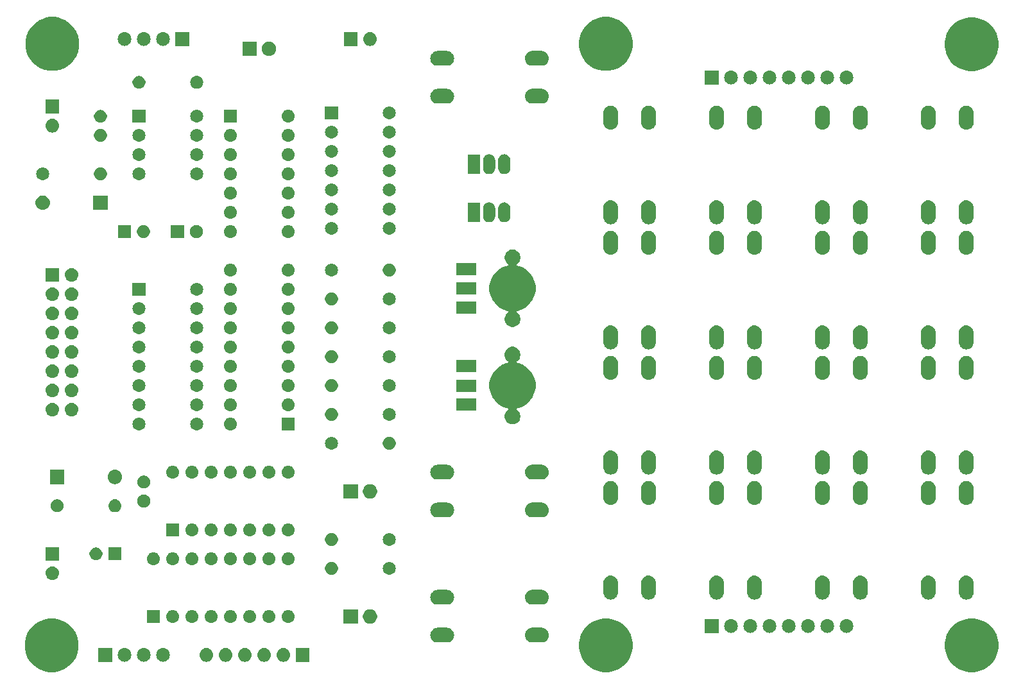
<source format=gbr>
G04 #@! TF.GenerationSoftware,KiCad,Pcbnew,(5.1.4)-1*
G04 #@! TF.CreationDate,2020-05-13T19:15:52-06:00*
G04 #@! TF.ProjectId,keyboard,6b657962-6f61-4726-942e-6b696361645f,rev?*
G04 #@! TF.SameCoordinates,Original*
G04 #@! TF.FileFunction,Soldermask,Top*
G04 #@! TF.FilePolarity,Negative*
%FSLAX46Y46*%
G04 Gerber Fmt 4.6, Leading zero omitted, Abs format (unit mm)*
G04 Created by KiCad (PCBNEW (5.1.4)-1) date 2020-05-13 19:15:52*
%MOMM*%
%LPD*%
G04 APERTURE LIST*
%ADD10C,0.100000*%
G04 APERTURE END LIST*
D10*
G36*
X29525787Y-105805462D02*
G01*
X29525790Y-105805463D01*
X29525789Y-105805463D01*
X30172029Y-106073144D01*
X30753631Y-106461758D01*
X31248242Y-106956369D01*
X31636856Y-107537971D01*
X31751541Y-107814845D01*
X31904538Y-108184213D01*
X32041000Y-108870256D01*
X32041000Y-109569744D01*
X31904538Y-110255787D01*
X31904537Y-110255789D01*
X31636856Y-110902029D01*
X31248242Y-111483631D01*
X30753631Y-111978242D01*
X30172029Y-112366856D01*
X29715068Y-112556135D01*
X29525787Y-112634538D01*
X28839744Y-112771000D01*
X28140256Y-112771000D01*
X27454213Y-112634538D01*
X27264932Y-112556135D01*
X26807971Y-112366856D01*
X26226369Y-111978242D01*
X25731758Y-111483631D01*
X25343144Y-110902029D01*
X25075463Y-110255789D01*
X25075462Y-110255787D01*
X24939000Y-109569744D01*
X24939000Y-108870256D01*
X25075462Y-108184213D01*
X25228459Y-107814845D01*
X25343144Y-107537971D01*
X25731758Y-106956369D01*
X26226369Y-106461758D01*
X26807971Y-106073144D01*
X27454211Y-105805463D01*
X27454210Y-105805463D01*
X27454213Y-105805462D01*
X28140256Y-105669000D01*
X28839744Y-105669000D01*
X29525787Y-105805462D01*
X29525787Y-105805462D01*
G37*
G36*
X102635787Y-105805462D02*
G01*
X102635790Y-105805463D01*
X102635789Y-105805463D01*
X103282029Y-106073144D01*
X103863631Y-106461758D01*
X104358242Y-106956369D01*
X104746856Y-107537971D01*
X104861541Y-107814845D01*
X105014538Y-108184213D01*
X105151000Y-108870256D01*
X105151000Y-109569744D01*
X105014538Y-110255787D01*
X105014537Y-110255789D01*
X104746856Y-110902029D01*
X104358242Y-111483631D01*
X103863631Y-111978242D01*
X103282029Y-112366856D01*
X102825068Y-112556135D01*
X102635787Y-112634538D01*
X101949744Y-112771000D01*
X101250256Y-112771000D01*
X100564213Y-112634538D01*
X100374932Y-112556135D01*
X99917971Y-112366856D01*
X99336369Y-111978242D01*
X98841758Y-111483631D01*
X98453144Y-110902029D01*
X98185463Y-110255789D01*
X98185462Y-110255787D01*
X98049000Y-109569744D01*
X98049000Y-108870256D01*
X98185462Y-108184213D01*
X98338459Y-107814845D01*
X98453144Y-107537971D01*
X98841758Y-106956369D01*
X99336369Y-106461758D01*
X99917971Y-106073144D01*
X100564211Y-105805463D01*
X100564210Y-105805463D01*
X100564213Y-105805462D01*
X101250256Y-105669000D01*
X101949744Y-105669000D01*
X102635787Y-105805462D01*
X102635787Y-105805462D01*
G37*
G36*
X150895787Y-105805462D02*
G01*
X150895790Y-105805463D01*
X150895789Y-105805463D01*
X151542029Y-106073144D01*
X152123631Y-106461758D01*
X152618242Y-106956369D01*
X153006856Y-107537971D01*
X153121541Y-107814845D01*
X153274538Y-108184213D01*
X153411000Y-108870256D01*
X153411000Y-109569744D01*
X153274538Y-110255787D01*
X153274537Y-110255789D01*
X153006856Y-110902029D01*
X152618242Y-111483631D01*
X152123631Y-111978242D01*
X151542029Y-112366856D01*
X151085068Y-112556135D01*
X150895787Y-112634538D01*
X150209744Y-112771000D01*
X149510256Y-112771000D01*
X148824213Y-112634538D01*
X148634932Y-112556135D01*
X148177971Y-112366856D01*
X147596369Y-111978242D01*
X147101758Y-111483631D01*
X146713144Y-110902029D01*
X146445463Y-110255789D01*
X146445462Y-110255787D01*
X146309000Y-109569744D01*
X146309000Y-108870256D01*
X146445462Y-108184213D01*
X146598459Y-107814845D01*
X146713144Y-107537971D01*
X147101758Y-106956369D01*
X147596369Y-106461758D01*
X148177971Y-106073144D01*
X148824211Y-105805463D01*
X148824210Y-105805463D01*
X148824213Y-105805462D01*
X149510256Y-105669000D01*
X150209744Y-105669000D01*
X150895787Y-105805462D01*
X150895787Y-105805462D01*
G37*
G36*
X59165442Y-109595518D02*
G01*
X59231627Y-109602037D01*
X59401466Y-109653557D01*
X59557991Y-109737222D01*
X59593729Y-109766552D01*
X59695186Y-109849814D01*
X59778448Y-109951271D01*
X59807778Y-109987009D01*
X59891443Y-110143534D01*
X59942963Y-110313373D01*
X59960359Y-110490000D01*
X59942963Y-110666627D01*
X59891443Y-110836466D01*
X59807778Y-110992991D01*
X59778448Y-111028729D01*
X59695186Y-111130186D01*
X59600725Y-111207707D01*
X59557991Y-111242778D01*
X59401466Y-111326443D01*
X59231627Y-111377963D01*
X59165443Y-111384481D01*
X59099260Y-111391000D01*
X59010740Y-111391000D01*
X58944557Y-111384481D01*
X58878373Y-111377963D01*
X58708534Y-111326443D01*
X58552009Y-111242778D01*
X58509275Y-111207707D01*
X58414814Y-111130186D01*
X58331552Y-111028729D01*
X58302222Y-110992991D01*
X58218557Y-110836466D01*
X58167037Y-110666627D01*
X58149641Y-110490000D01*
X58167037Y-110313373D01*
X58218557Y-110143534D01*
X58302222Y-109987009D01*
X58331552Y-109951271D01*
X58414814Y-109849814D01*
X58516271Y-109766552D01*
X58552009Y-109737222D01*
X58708534Y-109653557D01*
X58878373Y-109602037D01*
X58944558Y-109595518D01*
X59010740Y-109589000D01*
X59099260Y-109589000D01*
X59165442Y-109595518D01*
X59165442Y-109595518D01*
G37*
G36*
X62496000Y-111391000D02*
G01*
X60694000Y-111391000D01*
X60694000Y-109589000D01*
X62496000Y-109589000D01*
X62496000Y-111391000D01*
X62496000Y-111391000D01*
G37*
G36*
X49005442Y-109595518D02*
G01*
X49071627Y-109602037D01*
X49241466Y-109653557D01*
X49397991Y-109737222D01*
X49433729Y-109766552D01*
X49535186Y-109849814D01*
X49618448Y-109951271D01*
X49647778Y-109987009D01*
X49731443Y-110143534D01*
X49782963Y-110313373D01*
X49800359Y-110490000D01*
X49782963Y-110666627D01*
X49731443Y-110836466D01*
X49647778Y-110992991D01*
X49618448Y-111028729D01*
X49535186Y-111130186D01*
X49440725Y-111207707D01*
X49397991Y-111242778D01*
X49241466Y-111326443D01*
X49071627Y-111377963D01*
X49005443Y-111384481D01*
X48939260Y-111391000D01*
X48850740Y-111391000D01*
X48784557Y-111384481D01*
X48718373Y-111377963D01*
X48548534Y-111326443D01*
X48392009Y-111242778D01*
X48349275Y-111207707D01*
X48254814Y-111130186D01*
X48171552Y-111028729D01*
X48142222Y-110992991D01*
X48058557Y-110836466D01*
X48007037Y-110666627D01*
X47989641Y-110490000D01*
X48007037Y-110313373D01*
X48058557Y-110143534D01*
X48142222Y-109987009D01*
X48171552Y-109951271D01*
X48254814Y-109849814D01*
X48356271Y-109766552D01*
X48392009Y-109737222D01*
X48548534Y-109653557D01*
X48718373Y-109602037D01*
X48784558Y-109595518D01*
X48850740Y-109589000D01*
X48939260Y-109589000D01*
X49005442Y-109595518D01*
X49005442Y-109595518D01*
G37*
G36*
X43290442Y-109595518D02*
G01*
X43356627Y-109602037D01*
X43526466Y-109653557D01*
X43682991Y-109737222D01*
X43718729Y-109766552D01*
X43820186Y-109849814D01*
X43903448Y-109951271D01*
X43932778Y-109987009D01*
X44016443Y-110143534D01*
X44067963Y-110313373D01*
X44085359Y-110490000D01*
X44067963Y-110666627D01*
X44016443Y-110836466D01*
X43932778Y-110992991D01*
X43903448Y-111028729D01*
X43820186Y-111130186D01*
X43725725Y-111207707D01*
X43682991Y-111242778D01*
X43526466Y-111326443D01*
X43356627Y-111377963D01*
X43290443Y-111384481D01*
X43224260Y-111391000D01*
X43135740Y-111391000D01*
X43069557Y-111384481D01*
X43003373Y-111377963D01*
X42833534Y-111326443D01*
X42677009Y-111242778D01*
X42634275Y-111207707D01*
X42539814Y-111130186D01*
X42456552Y-111028729D01*
X42427222Y-110992991D01*
X42343557Y-110836466D01*
X42292037Y-110666627D01*
X42274641Y-110490000D01*
X42292037Y-110313373D01*
X42343557Y-110143534D01*
X42427222Y-109987009D01*
X42456552Y-109951271D01*
X42539814Y-109849814D01*
X42641271Y-109766552D01*
X42677009Y-109737222D01*
X42833534Y-109653557D01*
X43003373Y-109602037D01*
X43069558Y-109595518D01*
X43135740Y-109589000D01*
X43224260Y-109589000D01*
X43290442Y-109595518D01*
X43290442Y-109595518D01*
G37*
G36*
X40750442Y-109595518D02*
G01*
X40816627Y-109602037D01*
X40986466Y-109653557D01*
X41142991Y-109737222D01*
X41178729Y-109766552D01*
X41280186Y-109849814D01*
X41363448Y-109951271D01*
X41392778Y-109987009D01*
X41476443Y-110143534D01*
X41527963Y-110313373D01*
X41545359Y-110490000D01*
X41527963Y-110666627D01*
X41476443Y-110836466D01*
X41392778Y-110992991D01*
X41363448Y-111028729D01*
X41280186Y-111130186D01*
X41185725Y-111207707D01*
X41142991Y-111242778D01*
X40986466Y-111326443D01*
X40816627Y-111377963D01*
X40750443Y-111384481D01*
X40684260Y-111391000D01*
X40595740Y-111391000D01*
X40529557Y-111384481D01*
X40463373Y-111377963D01*
X40293534Y-111326443D01*
X40137009Y-111242778D01*
X40094275Y-111207707D01*
X39999814Y-111130186D01*
X39916552Y-111028729D01*
X39887222Y-110992991D01*
X39803557Y-110836466D01*
X39752037Y-110666627D01*
X39734641Y-110490000D01*
X39752037Y-110313373D01*
X39803557Y-110143534D01*
X39887222Y-109987009D01*
X39916552Y-109951271D01*
X39999814Y-109849814D01*
X40101271Y-109766552D01*
X40137009Y-109737222D01*
X40293534Y-109653557D01*
X40463373Y-109602037D01*
X40529558Y-109595518D01*
X40595740Y-109589000D01*
X40684260Y-109589000D01*
X40750442Y-109595518D01*
X40750442Y-109595518D01*
G37*
G36*
X36461000Y-111391000D02*
G01*
X34659000Y-111391000D01*
X34659000Y-109589000D01*
X36461000Y-109589000D01*
X36461000Y-111391000D01*
X36461000Y-111391000D01*
G37*
G36*
X51545442Y-109595518D02*
G01*
X51611627Y-109602037D01*
X51781466Y-109653557D01*
X51937991Y-109737222D01*
X51973729Y-109766552D01*
X52075186Y-109849814D01*
X52158448Y-109951271D01*
X52187778Y-109987009D01*
X52271443Y-110143534D01*
X52322963Y-110313373D01*
X52340359Y-110490000D01*
X52322963Y-110666627D01*
X52271443Y-110836466D01*
X52187778Y-110992991D01*
X52158448Y-111028729D01*
X52075186Y-111130186D01*
X51980725Y-111207707D01*
X51937991Y-111242778D01*
X51781466Y-111326443D01*
X51611627Y-111377963D01*
X51545443Y-111384481D01*
X51479260Y-111391000D01*
X51390740Y-111391000D01*
X51324557Y-111384481D01*
X51258373Y-111377963D01*
X51088534Y-111326443D01*
X50932009Y-111242778D01*
X50889275Y-111207707D01*
X50794814Y-111130186D01*
X50711552Y-111028729D01*
X50682222Y-110992991D01*
X50598557Y-110836466D01*
X50547037Y-110666627D01*
X50529641Y-110490000D01*
X50547037Y-110313373D01*
X50598557Y-110143534D01*
X50682222Y-109987009D01*
X50711552Y-109951271D01*
X50794814Y-109849814D01*
X50896271Y-109766552D01*
X50932009Y-109737222D01*
X51088534Y-109653557D01*
X51258373Y-109602037D01*
X51324558Y-109595518D01*
X51390740Y-109589000D01*
X51479260Y-109589000D01*
X51545442Y-109595518D01*
X51545442Y-109595518D01*
G37*
G36*
X56625442Y-109595518D02*
G01*
X56691627Y-109602037D01*
X56861466Y-109653557D01*
X57017991Y-109737222D01*
X57053729Y-109766552D01*
X57155186Y-109849814D01*
X57238448Y-109951271D01*
X57267778Y-109987009D01*
X57351443Y-110143534D01*
X57402963Y-110313373D01*
X57420359Y-110490000D01*
X57402963Y-110666627D01*
X57351443Y-110836466D01*
X57267778Y-110992991D01*
X57238448Y-111028729D01*
X57155186Y-111130186D01*
X57060725Y-111207707D01*
X57017991Y-111242778D01*
X56861466Y-111326443D01*
X56691627Y-111377963D01*
X56625443Y-111384481D01*
X56559260Y-111391000D01*
X56470740Y-111391000D01*
X56404557Y-111384481D01*
X56338373Y-111377963D01*
X56168534Y-111326443D01*
X56012009Y-111242778D01*
X55969275Y-111207707D01*
X55874814Y-111130186D01*
X55791552Y-111028729D01*
X55762222Y-110992991D01*
X55678557Y-110836466D01*
X55627037Y-110666627D01*
X55609641Y-110490000D01*
X55627037Y-110313373D01*
X55678557Y-110143534D01*
X55762222Y-109987009D01*
X55791552Y-109951271D01*
X55874814Y-109849814D01*
X55976271Y-109766552D01*
X56012009Y-109737222D01*
X56168534Y-109653557D01*
X56338373Y-109602037D01*
X56404558Y-109595518D01*
X56470740Y-109589000D01*
X56559260Y-109589000D01*
X56625442Y-109595518D01*
X56625442Y-109595518D01*
G37*
G36*
X54085442Y-109595518D02*
G01*
X54151627Y-109602037D01*
X54321466Y-109653557D01*
X54477991Y-109737222D01*
X54513729Y-109766552D01*
X54615186Y-109849814D01*
X54698448Y-109951271D01*
X54727778Y-109987009D01*
X54811443Y-110143534D01*
X54862963Y-110313373D01*
X54880359Y-110490000D01*
X54862963Y-110666627D01*
X54811443Y-110836466D01*
X54727778Y-110992991D01*
X54698448Y-111028729D01*
X54615186Y-111130186D01*
X54520725Y-111207707D01*
X54477991Y-111242778D01*
X54321466Y-111326443D01*
X54151627Y-111377963D01*
X54085443Y-111384481D01*
X54019260Y-111391000D01*
X53930740Y-111391000D01*
X53864557Y-111384481D01*
X53798373Y-111377963D01*
X53628534Y-111326443D01*
X53472009Y-111242778D01*
X53429275Y-111207707D01*
X53334814Y-111130186D01*
X53251552Y-111028729D01*
X53222222Y-110992991D01*
X53138557Y-110836466D01*
X53087037Y-110666627D01*
X53069641Y-110490000D01*
X53087037Y-110313373D01*
X53138557Y-110143534D01*
X53222222Y-109987009D01*
X53251552Y-109951271D01*
X53334814Y-109849814D01*
X53436271Y-109766552D01*
X53472009Y-109737222D01*
X53628534Y-109653557D01*
X53798373Y-109602037D01*
X53864558Y-109595518D01*
X53930740Y-109589000D01*
X54019260Y-109589000D01*
X54085442Y-109595518D01*
X54085442Y-109595518D01*
G37*
G36*
X38210442Y-109595518D02*
G01*
X38276627Y-109602037D01*
X38446466Y-109653557D01*
X38602991Y-109737222D01*
X38638729Y-109766552D01*
X38740186Y-109849814D01*
X38823448Y-109951271D01*
X38852778Y-109987009D01*
X38936443Y-110143534D01*
X38987963Y-110313373D01*
X39005359Y-110490000D01*
X38987963Y-110666627D01*
X38936443Y-110836466D01*
X38852778Y-110992991D01*
X38823448Y-111028729D01*
X38740186Y-111130186D01*
X38645725Y-111207707D01*
X38602991Y-111242778D01*
X38446466Y-111326443D01*
X38276627Y-111377963D01*
X38210443Y-111384481D01*
X38144260Y-111391000D01*
X38055740Y-111391000D01*
X37989557Y-111384481D01*
X37923373Y-111377963D01*
X37753534Y-111326443D01*
X37597009Y-111242778D01*
X37554275Y-111207707D01*
X37459814Y-111130186D01*
X37376552Y-111028729D01*
X37347222Y-110992991D01*
X37263557Y-110836466D01*
X37212037Y-110666627D01*
X37194641Y-110490000D01*
X37212037Y-110313373D01*
X37263557Y-110143534D01*
X37347222Y-109987009D01*
X37376552Y-109951271D01*
X37459814Y-109849814D01*
X37561271Y-109766552D01*
X37597009Y-109737222D01*
X37753534Y-109653557D01*
X37923373Y-109602037D01*
X37989558Y-109595518D01*
X38055740Y-109589000D01*
X38144260Y-109589000D01*
X38210442Y-109595518D01*
X38210442Y-109595518D01*
G37*
G36*
X80704739Y-106898707D02*
G01*
X80800329Y-106908122D01*
X80984306Y-106963931D01*
X80984309Y-106963932D01*
X81041817Y-106994671D01*
X81153860Y-107054559D01*
X81180411Y-107076349D01*
X81302476Y-107176524D01*
X81386546Y-107278965D01*
X81424441Y-107325140D01*
X81467006Y-107404775D01*
X81515068Y-107494691D01*
X81515069Y-107494694D01*
X81570878Y-107678671D01*
X81589722Y-107870000D01*
X81570878Y-108061329D01*
X81533602Y-108184211D01*
X81515068Y-108245309D01*
X81467006Y-108335225D01*
X81424441Y-108414860D01*
X81386546Y-108461035D01*
X81302476Y-108563476D01*
X81200035Y-108647546D01*
X81153860Y-108685441D01*
X81074225Y-108728006D01*
X80984309Y-108776068D01*
X80984306Y-108776069D01*
X80800329Y-108831878D01*
X80704739Y-108841293D01*
X80656945Y-108846000D01*
X79363055Y-108846000D01*
X79315261Y-108841293D01*
X79219671Y-108831878D01*
X79035694Y-108776069D01*
X79035691Y-108776068D01*
X78945775Y-108728006D01*
X78866140Y-108685441D01*
X78819965Y-108647546D01*
X78717524Y-108563476D01*
X78633454Y-108461035D01*
X78595559Y-108414860D01*
X78552994Y-108335225D01*
X78504932Y-108245309D01*
X78486398Y-108184211D01*
X78449122Y-108061329D01*
X78430278Y-107870000D01*
X78449122Y-107678671D01*
X78504931Y-107494694D01*
X78504932Y-107494691D01*
X78552994Y-107404775D01*
X78595559Y-107325140D01*
X78633454Y-107278965D01*
X78717524Y-107176524D01*
X78839589Y-107076349D01*
X78866140Y-107054559D01*
X78978183Y-106994671D01*
X79035691Y-106963932D01*
X79035694Y-106963931D01*
X79219671Y-106908122D01*
X79315261Y-106898707D01*
X79363055Y-106894000D01*
X80656945Y-106894000D01*
X80704739Y-106898707D01*
X80704739Y-106898707D01*
G37*
G36*
X93204739Y-106898707D02*
G01*
X93300329Y-106908122D01*
X93484306Y-106963931D01*
X93484309Y-106963932D01*
X93541817Y-106994671D01*
X93653860Y-107054559D01*
X93680411Y-107076349D01*
X93802476Y-107176524D01*
X93886546Y-107278965D01*
X93924441Y-107325140D01*
X93967006Y-107404775D01*
X94015068Y-107494691D01*
X94015069Y-107494694D01*
X94070878Y-107678671D01*
X94089722Y-107870000D01*
X94070878Y-108061329D01*
X94033602Y-108184211D01*
X94015068Y-108245309D01*
X93967006Y-108335225D01*
X93924441Y-108414860D01*
X93886546Y-108461035D01*
X93802476Y-108563476D01*
X93700035Y-108647546D01*
X93653860Y-108685441D01*
X93574225Y-108728006D01*
X93484309Y-108776068D01*
X93484306Y-108776069D01*
X93300329Y-108831878D01*
X93204739Y-108841293D01*
X93156945Y-108846000D01*
X91863055Y-108846000D01*
X91815261Y-108841293D01*
X91719671Y-108831878D01*
X91535694Y-108776069D01*
X91535691Y-108776068D01*
X91445775Y-108728006D01*
X91366140Y-108685441D01*
X91319965Y-108647546D01*
X91217524Y-108563476D01*
X91133454Y-108461035D01*
X91095559Y-108414860D01*
X91052994Y-108335225D01*
X91004932Y-108245309D01*
X90986398Y-108184211D01*
X90949122Y-108061329D01*
X90930278Y-107870000D01*
X90949122Y-107678671D01*
X91004931Y-107494694D01*
X91004932Y-107494691D01*
X91052994Y-107404775D01*
X91095559Y-107325140D01*
X91133454Y-107278965D01*
X91217524Y-107176524D01*
X91339589Y-107076349D01*
X91366140Y-107054559D01*
X91478183Y-106994671D01*
X91535691Y-106963932D01*
X91535694Y-106963931D01*
X91719671Y-106908122D01*
X91815261Y-106898707D01*
X91863055Y-106894000D01*
X93156945Y-106894000D01*
X93204739Y-106898707D01*
X93204739Y-106898707D01*
G37*
G36*
X130920443Y-105785519D02*
G01*
X130986627Y-105792037D01*
X131156466Y-105843557D01*
X131312991Y-105927222D01*
X131348729Y-105956552D01*
X131450186Y-106039814D01*
X131533448Y-106141271D01*
X131562778Y-106177009D01*
X131646443Y-106333534D01*
X131697963Y-106503373D01*
X131715359Y-106680000D01*
X131697963Y-106856627D01*
X131646443Y-107026466D01*
X131562778Y-107182991D01*
X131533448Y-107218729D01*
X131450186Y-107320186D01*
X131348729Y-107403448D01*
X131312991Y-107432778D01*
X131156466Y-107516443D01*
X130986627Y-107567963D01*
X130920443Y-107574481D01*
X130854260Y-107581000D01*
X130765740Y-107581000D01*
X130699557Y-107574481D01*
X130633373Y-107567963D01*
X130463534Y-107516443D01*
X130307009Y-107432778D01*
X130271271Y-107403448D01*
X130169814Y-107320186D01*
X130086552Y-107218729D01*
X130057222Y-107182991D01*
X129973557Y-107026466D01*
X129922037Y-106856627D01*
X129904641Y-106680000D01*
X129922037Y-106503373D01*
X129973557Y-106333534D01*
X130057222Y-106177009D01*
X130086552Y-106141271D01*
X130169814Y-106039814D01*
X130271271Y-105956552D01*
X130307009Y-105927222D01*
X130463534Y-105843557D01*
X130633373Y-105792037D01*
X130699557Y-105785519D01*
X130765740Y-105779000D01*
X130854260Y-105779000D01*
X130920443Y-105785519D01*
X130920443Y-105785519D01*
G37*
G36*
X133460443Y-105785519D02*
G01*
X133526627Y-105792037D01*
X133696466Y-105843557D01*
X133852991Y-105927222D01*
X133888729Y-105956552D01*
X133990186Y-106039814D01*
X134073448Y-106141271D01*
X134102778Y-106177009D01*
X134186443Y-106333534D01*
X134237963Y-106503373D01*
X134255359Y-106680000D01*
X134237963Y-106856627D01*
X134186443Y-107026466D01*
X134102778Y-107182991D01*
X134073448Y-107218729D01*
X133990186Y-107320186D01*
X133888729Y-107403448D01*
X133852991Y-107432778D01*
X133696466Y-107516443D01*
X133526627Y-107567963D01*
X133460443Y-107574481D01*
X133394260Y-107581000D01*
X133305740Y-107581000D01*
X133239557Y-107574481D01*
X133173373Y-107567963D01*
X133003534Y-107516443D01*
X132847009Y-107432778D01*
X132811271Y-107403448D01*
X132709814Y-107320186D01*
X132626552Y-107218729D01*
X132597222Y-107182991D01*
X132513557Y-107026466D01*
X132462037Y-106856627D01*
X132444641Y-106680000D01*
X132462037Y-106503373D01*
X132513557Y-106333534D01*
X132597222Y-106177009D01*
X132626552Y-106141271D01*
X132709814Y-106039814D01*
X132811271Y-105956552D01*
X132847009Y-105927222D01*
X133003534Y-105843557D01*
X133173373Y-105792037D01*
X133239557Y-105785519D01*
X133305740Y-105779000D01*
X133394260Y-105779000D01*
X133460443Y-105785519D01*
X133460443Y-105785519D01*
G37*
G36*
X128380443Y-105785519D02*
G01*
X128446627Y-105792037D01*
X128616466Y-105843557D01*
X128772991Y-105927222D01*
X128808729Y-105956552D01*
X128910186Y-106039814D01*
X128993448Y-106141271D01*
X129022778Y-106177009D01*
X129106443Y-106333534D01*
X129157963Y-106503373D01*
X129175359Y-106680000D01*
X129157963Y-106856627D01*
X129106443Y-107026466D01*
X129022778Y-107182991D01*
X128993448Y-107218729D01*
X128910186Y-107320186D01*
X128808729Y-107403448D01*
X128772991Y-107432778D01*
X128616466Y-107516443D01*
X128446627Y-107567963D01*
X128380443Y-107574481D01*
X128314260Y-107581000D01*
X128225740Y-107581000D01*
X128159557Y-107574481D01*
X128093373Y-107567963D01*
X127923534Y-107516443D01*
X127767009Y-107432778D01*
X127731271Y-107403448D01*
X127629814Y-107320186D01*
X127546552Y-107218729D01*
X127517222Y-107182991D01*
X127433557Y-107026466D01*
X127382037Y-106856627D01*
X127364641Y-106680000D01*
X127382037Y-106503373D01*
X127433557Y-106333534D01*
X127517222Y-106177009D01*
X127546552Y-106141271D01*
X127629814Y-106039814D01*
X127731271Y-105956552D01*
X127767009Y-105927222D01*
X127923534Y-105843557D01*
X128093373Y-105792037D01*
X128159557Y-105785519D01*
X128225740Y-105779000D01*
X128314260Y-105779000D01*
X128380443Y-105785519D01*
X128380443Y-105785519D01*
G37*
G36*
X125840443Y-105785519D02*
G01*
X125906627Y-105792037D01*
X126076466Y-105843557D01*
X126232991Y-105927222D01*
X126268729Y-105956552D01*
X126370186Y-106039814D01*
X126453448Y-106141271D01*
X126482778Y-106177009D01*
X126566443Y-106333534D01*
X126617963Y-106503373D01*
X126635359Y-106680000D01*
X126617963Y-106856627D01*
X126566443Y-107026466D01*
X126482778Y-107182991D01*
X126453448Y-107218729D01*
X126370186Y-107320186D01*
X126268729Y-107403448D01*
X126232991Y-107432778D01*
X126076466Y-107516443D01*
X125906627Y-107567963D01*
X125840443Y-107574481D01*
X125774260Y-107581000D01*
X125685740Y-107581000D01*
X125619557Y-107574481D01*
X125553373Y-107567963D01*
X125383534Y-107516443D01*
X125227009Y-107432778D01*
X125191271Y-107403448D01*
X125089814Y-107320186D01*
X125006552Y-107218729D01*
X124977222Y-107182991D01*
X124893557Y-107026466D01*
X124842037Y-106856627D01*
X124824641Y-106680000D01*
X124842037Y-106503373D01*
X124893557Y-106333534D01*
X124977222Y-106177009D01*
X125006552Y-106141271D01*
X125089814Y-106039814D01*
X125191271Y-105956552D01*
X125227009Y-105927222D01*
X125383534Y-105843557D01*
X125553373Y-105792037D01*
X125619557Y-105785519D01*
X125685740Y-105779000D01*
X125774260Y-105779000D01*
X125840443Y-105785519D01*
X125840443Y-105785519D01*
G37*
G36*
X123300443Y-105785519D02*
G01*
X123366627Y-105792037D01*
X123536466Y-105843557D01*
X123692991Y-105927222D01*
X123728729Y-105956552D01*
X123830186Y-106039814D01*
X123913448Y-106141271D01*
X123942778Y-106177009D01*
X124026443Y-106333534D01*
X124077963Y-106503373D01*
X124095359Y-106680000D01*
X124077963Y-106856627D01*
X124026443Y-107026466D01*
X123942778Y-107182991D01*
X123913448Y-107218729D01*
X123830186Y-107320186D01*
X123728729Y-107403448D01*
X123692991Y-107432778D01*
X123536466Y-107516443D01*
X123366627Y-107567963D01*
X123300443Y-107574481D01*
X123234260Y-107581000D01*
X123145740Y-107581000D01*
X123079557Y-107574481D01*
X123013373Y-107567963D01*
X122843534Y-107516443D01*
X122687009Y-107432778D01*
X122651271Y-107403448D01*
X122549814Y-107320186D01*
X122466552Y-107218729D01*
X122437222Y-107182991D01*
X122353557Y-107026466D01*
X122302037Y-106856627D01*
X122284641Y-106680000D01*
X122302037Y-106503373D01*
X122353557Y-106333534D01*
X122437222Y-106177009D01*
X122466552Y-106141271D01*
X122549814Y-106039814D01*
X122651271Y-105956552D01*
X122687009Y-105927222D01*
X122843534Y-105843557D01*
X123013373Y-105792037D01*
X123079557Y-105785519D01*
X123145740Y-105779000D01*
X123234260Y-105779000D01*
X123300443Y-105785519D01*
X123300443Y-105785519D01*
G37*
G36*
X120760443Y-105785519D02*
G01*
X120826627Y-105792037D01*
X120996466Y-105843557D01*
X121152991Y-105927222D01*
X121188729Y-105956552D01*
X121290186Y-106039814D01*
X121373448Y-106141271D01*
X121402778Y-106177009D01*
X121486443Y-106333534D01*
X121537963Y-106503373D01*
X121555359Y-106680000D01*
X121537963Y-106856627D01*
X121486443Y-107026466D01*
X121402778Y-107182991D01*
X121373448Y-107218729D01*
X121290186Y-107320186D01*
X121188729Y-107403448D01*
X121152991Y-107432778D01*
X120996466Y-107516443D01*
X120826627Y-107567963D01*
X120760443Y-107574481D01*
X120694260Y-107581000D01*
X120605740Y-107581000D01*
X120539557Y-107574481D01*
X120473373Y-107567963D01*
X120303534Y-107516443D01*
X120147009Y-107432778D01*
X120111271Y-107403448D01*
X120009814Y-107320186D01*
X119926552Y-107218729D01*
X119897222Y-107182991D01*
X119813557Y-107026466D01*
X119762037Y-106856627D01*
X119744641Y-106680000D01*
X119762037Y-106503373D01*
X119813557Y-106333534D01*
X119897222Y-106177009D01*
X119926552Y-106141271D01*
X120009814Y-106039814D01*
X120111271Y-105956552D01*
X120147009Y-105927222D01*
X120303534Y-105843557D01*
X120473373Y-105792037D01*
X120539557Y-105785519D01*
X120605740Y-105779000D01*
X120694260Y-105779000D01*
X120760443Y-105785519D01*
X120760443Y-105785519D01*
G37*
G36*
X118220443Y-105785519D02*
G01*
X118286627Y-105792037D01*
X118456466Y-105843557D01*
X118612991Y-105927222D01*
X118648729Y-105956552D01*
X118750186Y-106039814D01*
X118833448Y-106141271D01*
X118862778Y-106177009D01*
X118946443Y-106333534D01*
X118997963Y-106503373D01*
X119015359Y-106680000D01*
X118997963Y-106856627D01*
X118946443Y-107026466D01*
X118862778Y-107182991D01*
X118833448Y-107218729D01*
X118750186Y-107320186D01*
X118648729Y-107403448D01*
X118612991Y-107432778D01*
X118456466Y-107516443D01*
X118286627Y-107567963D01*
X118220443Y-107574481D01*
X118154260Y-107581000D01*
X118065740Y-107581000D01*
X117999557Y-107574481D01*
X117933373Y-107567963D01*
X117763534Y-107516443D01*
X117607009Y-107432778D01*
X117571271Y-107403448D01*
X117469814Y-107320186D01*
X117386552Y-107218729D01*
X117357222Y-107182991D01*
X117273557Y-107026466D01*
X117222037Y-106856627D01*
X117204641Y-106680000D01*
X117222037Y-106503373D01*
X117273557Y-106333534D01*
X117357222Y-106177009D01*
X117386552Y-106141271D01*
X117469814Y-106039814D01*
X117571271Y-105956552D01*
X117607009Y-105927222D01*
X117763534Y-105843557D01*
X117933373Y-105792037D01*
X117999557Y-105785519D01*
X118065740Y-105779000D01*
X118154260Y-105779000D01*
X118220443Y-105785519D01*
X118220443Y-105785519D01*
G37*
G36*
X116471000Y-107581000D02*
G01*
X114669000Y-107581000D01*
X114669000Y-105779000D01*
X116471000Y-105779000D01*
X116471000Y-107581000D01*
X116471000Y-107581000D01*
G37*
G36*
X68896000Y-106361000D02*
G01*
X66994000Y-106361000D01*
X66994000Y-104459000D01*
X68896000Y-104459000D01*
X68896000Y-106361000D01*
X68896000Y-106361000D01*
G37*
G36*
X70762395Y-104495546D02*
G01*
X70935466Y-104567234D01*
X70941572Y-104571314D01*
X71091227Y-104671310D01*
X71223690Y-104803773D01*
X71276081Y-104882182D01*
X71327766Y-104959534D01*
X71399454Y-105132605D01*
X71436000Y-105316333D01*
X71436000Y-105503667D01*
X71399454Y-105687395D01*
X71327766Y-105860466D01*
X71327765Y-105860467D01*
X71223690Y-106016227D01*
X71091227Y-106148690D01*
X71048844Y-106177009D01*
X70935466Y-106252766D01*
X70762395Y-106324454D01*
X70578667Y-106361000D01*
X70391333Y-106361000D01*
X70207605Y-106324454D01*
X70034534Y-106252766D01*
X69921156Y-106177009D01*
X69878773Y-106148690D01*
X69746310Y-106016227D01*
X69642235Y-105860467D01*
X69642234Y-105860466D01*
X69570546Y-105687395D01*
X69534000Y-105503667D01*
X69534000Y-105316333D01*
X69570546Y-105132605D01*
X69642234Y-104959534D01*
X69693919Y-104882182D01*
X69746310Y-104803773D01*
X69878773Y-104671310D01*
X70028428Y-104571314D01*
X70034534Y-104567234D01*
X70207605Y-104495546D01*
X70391333Y-104459000D01*
X70578667Y-104459000D01*
X70762395Y-104495546D01*
X70762395Y-104495546D01*
G37*
G36*
X42761000Y-106261000D02*
G01*
X41059000Y-106261000D01*
X41059000Y-104559000D01*
X42761000Y-104559000D01*
X42761000Y-106261000D01*
X42761000Y-106261000D01*
G37*
G36*
X44616823Y-104571313D02*
G01*
X44777242Y-104619976D01*
X44873279Y-104671309D01*
X44925078Y-104698996D01*
X45054659Y-104805341D01*
X45161004Y-104934922D01*
X45161005Y-104934924D01*
X45240024Y-105082758D01*
X45288687Y-105243177D01*
X45305117Y-105410000D01*
X45288687Y-105576823D01*
X45240024Y-105737242D01*
X45203559Y-105805463D01*
X45161004Y-105885078D01*
X45054659Y-106014659D01*
X44925078Y-106121004D01*
X44925076Y-106121005D01*
X44777242Y-106200024D01*
X44616823Y-106248687D01*
X44491804Y-106261000D01*
X44408196Y-106261000D01*
X44283177Y-106248687D01*
X44122758Y-106200024D01*
X43974924Y-106121005D01*
X43974922Y-106121004D01*
X43845341Y-106014659D01*
X43738996Y-105885078D01*
X43696441Y-105805463D01*
X43659976Y-105737242D01*
X43611313Y-105576823D01*
X43594883Y-105410000D01*
X43611313Y-105243177D01*
X43659976Y-105082758D01*
X43738995Y-104934924D01*
X43738996Y-104934922D01*
X43845341Y-104805341D01*
X43974922Y-104698996D01*
X44026721Y-104671309D01*
X44122758Y-104619976D01*
X44283177Y-104571313D01*
X44408196Y-104559000D01*
X44491804Y-104559000D01*
X44616823Y-104571313D01*
X44616823Y-104571313D01*
G37*
G36*
X47156823Y-104571313D02*
G01*
X47317242Y-104619976D01*
X47413279Y-104671309D01*
X47465078Y-104698996D01*
X47594659Y-104805341D01*
X47701004Y-104934922D01*
X47701005Y-104934924D01*
X47780024Y-105082758D01*
X47828687Y-105243177D01*
X47845117Y-105410000D01*
X47828687Y-105576823D01*
X47780024Y-105737242D01*
X47743559Y-105805463D01*
X47701004Y-105885078D01*
X47594659Y-106014659D01*
X47465078Y-106121004D01*
X47465076Y-106121005D01*
X47317242Y-106200024D01*
X47156823Y-106248687D01*
X47031804Y-106261000D01*
X46948196Y-106261000D01*
X46823177Y-106248687D01*
X46662758Y-106200024D01*
X46514924Y-106121005D01*
X46514922Y-106121004D01*
X46385341Y-106014659D01*
X46278996Y-105885078D01*
X46236441Y-105805463D01*
X46199976Y-105737242D01*
X46151313Y-105576823D01*
X46134883Y-105410000D01*
X46151313Y-105243177D01*
X46199976Y-105082758D01*
X46278995Y-104934924D01*
X46278996Y-104934922D01*
X46385341Y-104805341D01*
X46514922Y-104698996D01*
X46566721Y-104671309D01*
X46662758Y-104619976D01*
X46823177Y-104571313D01*
X46948196Y-104559000D01*
X47031804Y-104559000D01*
X47156823Y-104571313D01*
X47156823Y-104571313D01*
G37*
G36*
X49696823Y-104571313D02*
G01*
X49857242Y-104619976D01*
X49953279Y-104671309D01*
X50005078Y-104698996D01*
X50134659Y-104805341D01*
X50241004Y-104934922D01*
X50241005Y-104934924D01*
X50320024Y-105082758D01*
X50368687Y-105243177D01*
X50385117Y-105410000D01*
X50368687Y-105576823D01*
X50320024Y-105737242D01*
X50283559Y-105805463D01*
X50241004Y-105885078D01*
X50134659Y-106014659D01*
X50005078Y-106121004D01*
X50005076Y-106121005D01*
X49857242Y-106200024D01*
X49696823Y-106248687D01*
X49571804Y-106261000D01*
X49488196Y-106261000D01*
X49363177Y-106248687D01*
X49202758Y-106200024D01*
X49054924Y-106121005D01*
X49054922Y-106121004D01*
X48925341Y-106014659D01*
X48818996Y-105885078D01*
X48776441Y-105805463D01*
X48739976Y-105737242D01*
X48691313Y-105576823D01*
X48674883Y-105410000D01*
X48691313Y-105243177D01*
X48739976Y-105082758D01*
X48818995Y-104934924D01*
X48818996Y-104934922D01*
X48925341Y-104805341D01*
X49054922Y-104698996D01*
X49106721Y-104671309D01*
X49202758Y-104619976D01*
X49363177Y-104571313D01*
X49488196Y-104559000D01*
X49571804Y-104559000D01*
X49696823Y-104571313D01*
X49696823Y-104571313D01*
G37*
G36*
X52236823Y-104571313D02*
G01*
X52397242Y-104619976D01*
X52493279Y-104671309D01*
X52545078Y-104698996D01*
X52674659Y-104805341D01*
X52781004Y-104934922D01*
X52781005Y-104934924D01*
X52860024Y-105082758D01*
X52908687Y-105243177D01*
X52925117Y-105410000D01*
X52908687Y-105576823D01*
X52860024Y-105737242D01*
X52823559Y-105805463D01*
X52781004Y-105885078D01*
X52674659Y-106014659D01*
X52545078Y-106121004D01*
X52545076Y-106121005D01*
X52397242Y-106200024D01*
X52236823Y-106248687D01*
X52111804Y-106261000D01*
X52028196Y-106261000D01*
X51903177Y-106248687D01*
X51742758Y-106200024D01*
X51594924Y-106121005D01*
X51594922Y-106121004D01*
X51465341Y-106014659D01*
X51358996Y-105885078D01*
X51316441Y-105805463D01*
X51279976Y-105737242D01*
X51231313Y-105576823D01*
X51214883Y-105410000D01*
X51231313Y-105243177D01*
X51279976Y-105082758D01*
X51358995Y-104934924D01*
X51358996Y-104934922D01*
X51465341Y-104805341D01*
X51594922Y-104698996D01*
X51646721Y-104671309D01*
X51742758Y-104619976D01*
X51903177Y-104571313D01*
X52028196Y-104559000D01*
X52111804Y-104559000D01*
X52236823Y-104571313D01*
X52236823Y-104571313D01*
G37*
G36*
X54776823Y-104571313D02*
G01*
X54937242Y-104619976D01*
X55033279Y-104671309D01*
X55085078Y-104698996D01*
X55214659Y-104805341D01*
X55321004Y-104934922D01*
X55321005Y-104934924D01*
X55400024Y-105082758D01*
X55448687Y-105243177D01*
X55465117Y-105410000D01*
X55448687Y-105576823D01*
X55400024Y-105737242D01*
X55363559Y-105805463D01*
X55321004Y-105885078D01*
X55214659Y-106014659D01*
X55085078Y-106121004D01*
X55085076Y-106121005D01*
X54937242Y-106200024D01*
X54776823Y-106248687D01*
X54651804Y-106261000D01*
X54568196Y-106261000D01*
X54443177Y-106248687D01*
X54282758Y-106200024D01*
X54134924Y-106121005D01*
X54134922Y-106121004D01*
X54005341Y-106014659D01*
X53898996Y-105885078D01*
X53856441Y-105805463D01*
X53819976Y-105737242D01*
X53771313Y-105576823D01*
X53754883Y-105410000D01*
X53771313Y-105243177D01*
X53819976Y-105082758D01*
X53898995Y-104934924D01*
X53898996Y-104934922D01*
X54005341Y-104805341D01*
X54134922Y-104698996D01*
X54186721Y-104671309D01*
X54282758Y-104619976D01*
X54443177Y-104571313D01*
X54568196Y-104559000D01*
X54651804Y-104559000D01*
X54776823Y-104571313D01*
X54776823Y-104571313D01*
G37*
G36*
X57316823Y-104571313D02*
G01*
X57477242Y-104619976D01*
X57573279Y-104671309D01*
X57625078Y-104698996D01*
X57754659Y-104805341D01*
X57861004Y-104934922D01*
X57861005Y-104934924D01*
X57940024Y-105082758D01*
X57988687Y-105243177D01*
X58005117Y-105410000D01*
X57988687Y-105576823D01*
X57940024Y-105737242D01*
X57903559Y-105805463D01*
X57861004Y-105885078D01*
X57754659Y-106014659D01*
X57625078Y-106121004D01*
X57625076Y-106121005D01*
X57477242Y-106200024D01*
X57316823Y-106248687D01*
X57191804Y-106261000D01*
X57108196Y-106261000D01*
X56983177Y-106248687D01*
X56822758Y-106200024D01*
X56674924Y-106121005D01*
X56674922Y-106121004D01*
X56545341Y-106014659D01*
X56438996Y-105885078D01*
X56396441Y-105805463D01*
X56359976Y-105737242D01*
X56311313Y-105576823D01*
X56294883Y-105410000D01*
X56311313Y-105243177D01*
X56359976Y-105082758D01*
X56438995Y-104934924D01*
X56438996Y-104934922D01*
X56545341Y-104805341D01*
X56674922Y-104698996D01*
X56726721Y-104671309D01*
X56822758Y-104619976D01*
X56983177Y-104571313D01*
X57108196Y-104559000D01*
X57191804Y-104559000D01*
X57316823Y-104571313D01*
X57316823Y-104571313D01*
G37*
G36*
X59856823Y-104571313D02*
G01*
X60017242Y-104619976D01*
X60113279Y-104671309D01*
X60165078Y-104698996D01*
X60294659Y-104805341D01*
X60401004Y-104934922D01*
X60401005Y-104934924D01*
X60480024Y-105082758D01*
X60528687Y-105243177D01*
X60545117Y-105410000D01*
X60528687Y-105576823D01*
X60480024Y-105737242D01*
X60443559Y-105805463D01*
X60401004Y-105885078D01*
X60294659Y-106014659D01*
X60165078Y-106121004D01*
X60165076Y-106121005D01*
X60017242Y-106200024D01*
X59856823Y-106248687D01*
X59731804Y-106261000D01*
X59648196Y-106261000D01*
X59523177Y-106248687D01*
X59362758Y-106200024D01*
X59214924Y-106121005D01*
X59214922Y-106121004D01*
X59085341Y-106014659D01*
X58978996Y-105885078D01*
X58936441Y-105805463D01*
X58899976Y-105737242D01*
X58851313Y-105576823D01*
X58834883Y-105410000D01*
X58851313Y-105243177D01*
X58899976Y-105082758D01*
X58978995Y-104934924D01*
X58978996Y-104934922D01*
X59085341Y-104805341D01*
X59214922Y-104698996D01*
X59266721Y-104671309D01*
X59362758Y-104619976D01*
X59523177Y-104571313D01*
X59648196Y-104559000D01*
X59731804Y-104559000D01*
X59856823Y-104571313D01*
X59856823Y-104571313D01*
G37*
G36*
X93204739Y-101898707D02*
G01*
X93300329Y-101908122D01*
X93484306Y-101963931D01*
X93484309Y-101963932D01*
X93574225Y-102011994D01*
X93653860Y-102054559D01*
X93700035Y-102092454D01*
X93802476Y-102176524D01*
X93860267Y-102246944D01*
X93924441Y-102325140D01*
X93959283Y-102390325D01*
X94015068Y-102494691D01*
X94015069Y-102494694D01*
X94070878Y-102678671D01*
X94089722Y-102870000D01*
X94070878Y-103061329D01*
X94015069Y-103245306D01*
X94015068Y-103245309D01*
X93967006Y-103335225D01*
X93924441Y-103414860D01*
X93886546Y-103461035D01*
X93802476Y-103563476D01*
X93700035Y-103647546D01*
X93653860Y-103685441D01*
X93574225Y-103728006D01*
X93484309Y-103776068D01*
X93484306Y-103776069D01*
X93300329Y-103831878D01*
X93204739Y-103841293D01*
X93156945Y-103846000D01*
X91863055Y-103846000D01*
X91815261Y-103841293D01*
X91719671Y-103831878D01*
X91535694Y-103776069D01*
X91535691Y-103776068D01*
X91445775Y-103728006D01*
X91366140Y-103685441D01*
X91319965Y-103647546D01*
X91217524Y-103563476D01*
X91133454Y-103461035D01*
X91095559Y-103414860D01*
X91052994Y-103335225D01*
X91004932Y-103245309D01*
X91004931Y-103245306D01*
X90949122Y-103061329D01*
X90930278Y-102870000D01*
X90949122Y-102678671D01*
X91004931Y-102494694D01*
X91004932Y-102494691D01*
X91060717Y-102390325D01*
X91095559Y-102325140D01*
X91159733Y-102246944D01*
X91217524Y-102176524D01*
X91319965Y-102092454D01*
X91366140Y-102054559D01*
X91445775Y-102011994D01*
X91535691Y-101963932D01*
X91535694Y-101963931D01*
X91719671Y-101908122D01*
X91815261Y-101898707D01*
X91863055Y-101894000D01*
X93156945Y-101894000D01*
X93204739Y-101898707D01*
X93204739Y-101898707D01*
G37*
G36*
X80704739Y-101898707D02*
G01*
X80800329Y-101908122D01*
X80984306Y-101963931D01*
X80984309Y-101963932D01*
X81074225Y-102011994D01*
X81153860Y-102054559D01*
X81200035Y-102092454D01*
X81302476Y-102176524D01*
X81360267Y-102246944D01*
X81424441Y-102325140D01*
X81459283Y-102390325D01*
X81515068Y-102494691D01*
X81515069Y-102494694D01*
X81570878Y-102678671D01*
X81589722Y-102870000D01*
X81570878Y-103061329D01*
X81515069Y-103245306D01*
X81515068Y-103245309D01*
X81467006Y-103335225D01*
X81424441Y-103414860D01*
X81386546Y-103461035D01*
X81302476Y-103563476D01*
X81200035Y-103647546D01*
X81153860Y-103685441D01*
X81074225Y-103728006D01*
X80984309Y-103776068D01*
X80984306Y-103776069D01*
X80800329Y-103831878D01*
X80704739Y-103841293D01*
X80656945Y-103846000D01*
X79363055Y-103846000D01*
X79315261Y-103841293D01*
X79219671Y-103831878D01*
X79035694Y-103776069D01*
X79035691Y-103776068D01*
X78945775Y-103728006D01*
X78866140Y-103685441D01*
X78819965Y-103647546D01*
X78717524Y-103563476D01*
X78633454Y-103461035D01*
X78595559Y-103414860D01*
X78552994Y-103335225D01*
X78504932Y-103245309D01*
X78504931Y-103245306D01*
X78449122Y-103061329D01*
X78430278Y-102870000D01*
X78449122Y-102678671D01*
X78504931Y-102494694D01*
X78504932Y-102494691D01*
X78560717Y-102390325D01*
X78595559Y-102325140D01*
X78659733Y-102246944D01*
X78717524Y-102176524D01*
X78819965Y-102092454D01*
X78866140Y-102054559D01*
X78945775Y-102011994D01*
X79035691Y-101963932D01*
X79035694Y-101963931D01*
X79219671Y-101908122D01*
X79315261Y-101898707D01*
X79363055Y-101894000D01*
X80656945Y-101894000D01*
X80704739Y-101898707D01*
X80704739Y-101898707D01*
G37*
G36*
X102426328Y-100039122D02*
G01*
X102562436Y-100080410D01*
X102610309Y-100094932D01*
X102725674Y-100156596D01*
X102779860Y-100185559D01*
X102795008Y-100197991D01*
X102928476Y-100307524D01*
X103012546Y-100409965D01*
X103050441Y-100456140D01*
X103090691Y-100531442D01*
X103141068Y-100625691D01*
X103141069Y-100625694D01*
X103196878Y-100809671D01*
X103211000Y-100953056D01*
X103211000Y-102246944D01*
X103196878Y-102390329D01*
X103165220Y-102494691D01*
X103141068Y-102574309D01*
X103141067Y-102574310D01*
X103050441Y-102743860D01*
X103012546Y-102790035D01*
X102928476Y-102892476D01*
X102826035Y-102976546D01*
X102779860Y-103014441D01*
X102700225Y-103057006D01*
X102610309Y-103105068D01*
X102610306Y-103105069D01*
X102426329Y-103160878D01*
X102235000Y-103179722D01*
X102043672Y-103160878D01*
X101859695Y-103105069D01*
X101859692Y-103105068D01*
X101769776Y-103057006D01*
X101690141Y-103014441D01*
X101643966Y-102976546D01*
X101541525Y-102892476D01*
X101457455Y-102790035D01*
X101419560Y-102743860D01*
X101328932Y-102574306D01*
X101273123Y-102390329D01*
X101273123Y-102390327D01*
X101273122Y-102390325D01*
X101259000Y-102246945D01*
X101259000Y-100953056D01*
X101273122Y-100809674D01*
X101273122Y-100809672D01*
X101328931Y-100625695D01*
X101328932Y-100625691D01*
X101390596Y-100510326D01*
X101419559Y-100456140D01*
X101457454Y-100409965D01*
X101541524Y-100307524D01*
X101674992Y-100197991D01*
X101690140Y-100185559D01*
X101769775Y-100142994D01*
X101859691Y-100094932D01*
X101859694Y-100094931D01*
X102043671Y-100039122D01*
X102235000Y-100020278D01*
X102426328Y-100039122D01*
X102426328Y-100039122D01*
G37*
G36*
X107426328Y-100039122D02*
G01*
X107562436Y-100080410D01*
X107610309Y-100094932D01*
X107725674Y-100156596D01*
X107779860Y-100185559D01*
X107795008Y-100197991D01*
X107928476Y-100307524D01*
X108012546Y-100409965D01*
X108050441Y-100456140D01*
X108090691Y-100531442D01*
X108141068Y-100625691D01*
X108141069Y-100625694D01*
X108196878Y-100809671D01*
X108211000Y-100953056D01*
X108211000Y-102246944D01*
X108196878Y-102390329D01*
X108165220Y-102494691D01*
X108141068Y-102574309D01*
X108141067Y-102574310D01*
X108050441Y-102743860D01*
X108012546Y-102790035D01*
X107928476Y-102892476D01*
X107826035Y-102976546D01*
X107779860Y-103014441D01*
X107700225Y-103057006D01*
X107610309Y-103105068D01*
X107610306Y-103105069D01*
X107426329Y-103160878D01*
X107235000Y-103179722D01*
X107043672Y-103160878D01*
X106859695Y-103105069D01*
X106859692Y-103105068D01*
X106769776Y-103057006D01*
X106690141Y-103014441D01*
X106643966Y-102976546D01*
X106541525Y-102892476D01*
X106457455Y-102790035D01*
X106419560Y-102743860D01*
X106328932Y-102574306D01*
X106273123Y-102390329D01*
X106273123Y-102390327D01*
X106273122Y-102390325D01*
X106259000Y-102246945D01*
X106259000Y-100953056D01*
X106273122Y-100809674D01*
X106273122Y-100809672D01*
X106328931Y-100625695D01*
X106328932Y-100625691D01*
X106390596Y-100510326D01*
X106419559Y-100456140D01*
X106457454Y-100409965D01*
X106541524Y-100307524D01*
X106674992Y-100197991D01*
X106690140Y-100185559D01*
X106769775Y-100142994D01*
X106859691Y-100094932D01*
X106859694Y-100094931D01*
X107043671Y-100039122D01*
X107235000Y-100020278D01*
X107426328Y-100039122D01*
X107426328Y-100039122D01*
G37*
G36*
X116396328Y-100039122D02*
G01*
X116532436Y-100080410D01*
X116580309Y-100094932D01*
X116695674Y-100156596D01*
X116749860Y-100185559D01*
X116765008Y-100197991D01*
X116898476Y-100307524D01*
X116982546Y-100409965D01*
X117020441Y-100456140D01*
X117060691Y-100531442D01*
X117111068Y-100625691D01*
X117111069Y-100625694D01*
X117166878Y-100809671D01*
X117181000Y-100953056D01*
X117181000Y-102246944D01*
X117166878Y-102390329D01*
X117135220Y-102494691D01*
X117111068Y-102574309D01*
X117111067Y-102574310D01*
X117020441Y-102743860D01*
X116982546Y-102790035D01*
X116898476Y-102892476D01*
X116796035Y-102976546D01*
X116749860Y-103014441D01*
X116670225Y-103057006D01*
X116580309Y-103105068D01*
X116580306Y-103105069D01*
X116396329Y-103160878D01*
X116205000Y-103179722D01*
X116013672Y-103160878D01*
X115829695Y-103105069D01*
X115829692Y-103105068D01*
X115739776Y-103057006D01*
X115660141Y-103014441D01*
X115613966Y-102976546D01*
X115511525Y-102892476D01*
X115427455Y-102790035D01*
X115389560Y-102743860D01*
X115298932Y-102574306D01*
X115243123Y-102390329D01*
X115243123Y-102390327D01*
X115243122Y-102390325D01*
X115229000Y-102246945D01*
X115229000Y-100953056D01*
X115243122Y-100809674D01*
X115243122Y-100809672D01*
X115298931Y-100625695D01*
X115298932Y-100625691D01*
X115360596Y-100510326D01*
X115389559Y-100456140D01*
X115427454Y-100409965D01*
X115511524Y-100307524D01*
X115644992Y-100197991D01*
X115660140Y-100185559D01*
X115739775Y-100142994D01*
X115829691Y-100094932D01*
X115829694Y-100094931D01*
X116013671Y-100039122D01*
X116205000Y-100020278D01*
X116396328Y-100039122D01*
X116396328Y-100039122D01*
G37*
G36*
X121396328Y-100039122D02*
G01*
X121532436Y-100080410D01*
X121580309Y-100094932D01*
X121695674Y-100156596D01*
X121749860Y-100185559D01*
X121765008Y-100197991D01*
X121898476Y-100307524D01*
X121982546Y-100409965D01*
X122020441Y-100456140D01*
X122060691Y-100531442D01*
X122111068Y-100625691D01*
X122111069Y-100625694D01*
X122166878Y-100809671D01*
X122181000Y-100953056D01*
X122181000Y-102246944D01*
X122166878Y-102390329D01*
X122135220Y-102494691D01*
X122111068Y-102574309D01*
X122111067Y-102574310D01*
X122020441Y-102743860D01*
X121982546Y-102790035D01*
X121898476Y-102892476D01*
X121796035Y-102976546D01*
X121749860Y-103014441D01*
X121670225Y-103057006D01*
X121580309Y-103105068D01*
X121580306Y-103105069D01*
X121396329Y-103160878D01*
X121205000Y-103179722D01*
X121013672Y-103160878D01*
X120829695Y-103105069D01*
X120829692Y-103105068D01*
X120739776Y-103057006D01*
X120660141Y-103014441D01*
X120613966Y-102976546D01*
X120511525Y-102892476D01*
X120427455Y-102790035D01*
X120389560Y-102743860D01*
X120298932Y-102574306D01*
X120243123Y-102390329D01*
X120243123Y-102390327D01*
X120243122Y-102390325D01*
X120229000Y-102246945D01*
X120229000Y-100953056D01*
X120243122Y-100809674D01*
X120243122Y-100809672D01*
X120298931Y-100625695D01*
X120298932Y-100625691D01*
X120360596Y-100510326D01*
X120389559Y-100456140D01*
X120427454Y-100409965D01*
X120511524Y-100307524D01*
X120644992Y-100197991D01*
X120660140Y-100185559D01*
X120739775Y-100142994D01*
X120829691Y-100094932D01*
X120829694Y-100094931D01*
X121013671Y-100039122D01*
X121205000Y-100020278D01*
X121396328Y-100039122D01*
X121396328Y-100039122D01*
G37*
G36*
X135366328Y-100039122D02*
G01*
X135502436Y-100080410D01*
X135550309Y-100094932D01*
X135665674Y-100156596D01*
X135719860Y-100185559D01*
X135735008Y-100197991D01*
X135868476Y-100307524D01*
X135952546Y-100409965D01*
X135990441Y-100456140D01*
X136030691Y-100531442D01*
X136081068Y-100625691D01*
X136081069Y-100625694D01*
X136136878Y-100809671D01*
X136151000Y-100953056D01*
X136151000Y-102246944D01*
X136136878Y-102390329D01*
X136105220Y-102494691D01*
X136081068Y-102574309D01*
X136081067Y-102574310D01*
X135990441Y-102743860D01*
X135952546Y-102790035D01*
X135868476Y-102892476D01*
X135766035Y-102976546D01*
X135719860Y-103014441D01*
X135640225Y-103057006D01*
X135550309Y-103105068D01*
X135550306Y-103105069D01*
X135366329Y-103160878D01*
X135175000Y-103179722D01*
X134983672Y-103160878D01*
X134799695Y-103105069D01*
X134799692Y-103105068D01*
X134709776Y-103057006D01*
X134630141Y-103014441D01*
X134583966Y-102976546D01*
X134481525Y-102892476D01*
X134397455Y-102790035D01*
X134359560Y-102743860D01*
X134268932Y-102574306D01*
X134213123Y-102390329D01*
X134213123Y-102390327D01*
X134213122Y-102390325D01*
X134199000Y-102246945D01*
X134199000Y-100953056D01*
X134213122Y-100809674D01*
X134213122Y-100809672D01*
X134268931Y-100625695D01*
X134268932Y-100625691D01*
X134330596Y-100510326D01*
X134359559Y-100456140D01*
X134397454Y-100409965D01*
X134481524Y-100307524D01*
X134614992Y-100197991D01*
X134630140Y-100185559D01*
X134709775Y-100142994D01*
X134799691Y-100094932D01*
X134799694Y-100094931D01*
X134983671Y-100039122D01*
X135175000Y-100020278D01*
X135366328Y-100039122D01*
X135366328Y-100039122D01*
G37*
G36*
X130366328Y-100039122D02*
G01*
X130502436Y-100080410D01*
X130550309Y-100094932D01*
X130665674Y-100156596D01*
X130719860Y-100185559D01*
X130735008Y-100197991D01*
X130868476Y-100307524D01*
X130952546Y-100409965D01*
X130990441Y-100456140D01*
X131030691Y-100531442D01*
X131081068Y-100625691D01*
X131081069Y-100625694D01*
X131136878Y-100809671D01*
X131151000Y-100953056D01*
X131151000Y-102246944D01*
X131136878Y-102390329D01*
X131105220Y-102494691D01*
X131081068Y-102574309D01*
X131081067Y-102574310D01*
X130990441Y-102743860D01*
X130952546Y-102790035D01*
X130868476Y-102892476D01*
X130766035Y-102976546D01*
X130719860Y-103014441D01*
X130640225Y-103057006D01*
X130550309Y-103105068D01*
X130550306Y-103105069D01*
X130366329Y-103160878D01*
X130175000Y-103179722D01*
X129983672Y-103160878D01*
X129799695Y-103105069D01*
X129799692Y-103105068D01*
X129709776Y-103057006D01*
X129630141Y-103014441D01*
X129583966Y-102976546D01*
X129481525Y-102892476D01*
X129397455Y-102790035D01*
X129359560Y-102743860D01*
X129268932Y-102574306D01*
X129213123Y-102390329D01*
X129213123Y-102390327D01*
X129213122Y-102390325D01*
X129199000Y-102246945D01*
X129199000Y-100953056D01*
X129213122Y-100809674D01*
X129213122Y-100809672D01*
X129268931Y-100625695D01*
X129268932Y-100625691D01*
X129330596Y-100510326D01*
X129359559Y-100456140D01*
X129397454Y-100409965D01*
X129481524Y-100307524D01*
X129614992Y-100197991D01*
X129630140Y-100185559D01*
X129709775Y-100142994D01*
X129799691Y-100094932D01*
X129799694Y-100094931D01*
X129983671Y-100039122D01*
X130175000Y-100020278D01*
X130366328Y-100039122D01*
X130366328Y-100039122D01*
G37*
G36*
X144336328Y-100039122D02*
G01*
X144472436Y-100080410D01*
X144520309Y-100094932D01*
X144635674Y-100156596D01*
X144689860Y-100185559D01*
X144705008Y-100197991D01*
X144838476Y-100307524D01*
X144922546Y-100409965D01*
X144960441Y-100456140D01*
X145000691Y-100531442D01*
X145051068Y-100625691D01*
X145051069Y-100625694D01*
X145106878Y-100809671D01*
X145121000Y-100953056D01*
X145121000Y-102246944D01*
X145106878Y-102390329D01*
X145075220Y-102494691D01*
X145051068Y-102574309D01*
X145051067Y-102574310D01*
X144960441Y-102743860D01*
X144922546Y-102790035D01*
X144838476Y-102892476D01*
X144736035Y-102976546D01*
X144689860Y-103014441D01*
X144610225Y-103057006D01*
X144520309Y-103105068D01*
X144520306Y-103105069D01*
X144336329Y-103160878D01*
X144145000Y-103179722D01*
X143953672Y-103160878D01*
X143769695Y-103105069D01*
X143769692Y-103105068D01*
X143679776Y-103057006D01*
X143600141Y-103014441D01*
X143553966Y-102976546D01*
X143451525Y-102892476D01*
X143367455Y-102790035D01*
X143329560Y-102743860D01*
X143238932Y-102574306D01*
X143183123Y-102390329D01*
X143183123Y-102390327D01*
X143183122Y-102390325D01*
X143169000Y-102246945D01*
X143169000Y-100953056D01*
X143183122Y-100809674D01*
X143183122Y-100809672D01*
X143238931Y-100625695D01*
X143238932Y-100625691D01*
X143300596Y-100510326D01*
X143329559Y-100456140D01*
X143367454Y-100409965D01*
X143451524Y-100307524D01*
X143584992Y-100197991D01*
X143600140Y-100185559D01*
X143679775Y-100142994D01*
X143769691Y-100094932D01*
X143769694Y-100094931D01*
X143953671Y-100039122D01*
X144145000Y-100020278D01*
X144336328Y-100039122D01*
X144336328Y-100039122D01*
G37*
G36*
X149336328Y-100039122D02*
G01*
X149472436Y-100080410D01*
X149520309Y-100094932D01*
X149635674Y-100156596D01*
X149689860Y-100185559D01*
X149705008Y-100197991D01*
X149838476Y-100307524D01*
X149922546Y-100409965D01*
X149960441Y-100456140D01*
X150000691Y-100531442D01*
X150051068Y-100625691D01*
X150051069Y-100625694D01*
X150106878Y-100809671D01*
X150121000Y-100953056D01*
X150121000Y-102246944D01*
X150106878Y-102390329D01*
X150075220Y-102494691D01*
X150051068Y-102574309D01*
X150051067Y-102574310D01*
X149960441Y-102743860D01*
X149922546Y-102790035D01*
X149838476Y-102892476D01*
X149736035Y-102976546D01*
X149689860Y-103014441D01*
X149610225Y-103057006D01*
X149520309Y-103105068D01*
X149520306Y-103105069D01*
X149336329Y-103160878D01*
X149145000Y-103179722D01*
X148953672Y-103160878D01*
X148769695Y-103105069D01*
X148769692Y-103105068D01*
X148679776Y-103057006D01*
X148600141Y-103014441D01*
X148553966Y-102976546D01*
X148451525Y-102892476D01*
X148367455Y-102790035D01*
X148329560Y-102743860D01*
X148238932Y-102574306D01*
X148183123Y-102390329D01*
X148183123Y-102390327D01*
X148183122Y-102390325D01*
X148169000Y-102246945D01*
X148169000Y-100953056D01*
X148183122Y-100809674D01*
X148183122Y-100809672D01*
X148238931Y-100625695D01*
X148238932Y-100625691D01*
X148300596Y-100510326D01*
X148329559Y-100456140D01*
X148367454Y-100409965D01*
X148451524Y-100307524D01*
X148584992Y-100197991D01*
X148600140Y-100185559D01*
X148679775Y-100142994D01*
X148769691Y-100094932D01*
X148769694Y-100094931D01*
X148953671Y-100039122D01*
X149145000Y-100020278D01*
X149336328Y-100039122D01*
X149336328Y-100039122D01*
G37*
G36*
X28685443Y-98800519D02*
G01*
X28751627Y-98807037D01*
X28921466Y-98858557D01*
X29077991Y-98942222D01*
X29113729Y-98971552D01*
X29215186Y-99054814D01*
X29288226Y-99143815D01*
X29327778Y-99192009D01*
X29411443Y-99348534D01*
X29462963Y-99518373D01*
X29480359Y-99695000D01*
X29462963Y-99871627D01*
X29411443Y-100041466D01*
X29327778Y-100197991D01*
X29298448Y-100233729D01*
X29215186Y-100335186D01*
X29113729Y-100418448D01*
X29077991Y-100447778D01*
X28921466Y-100531443D01*
X28751627Y-100582963D01*
X28685443Y-100589481D01*
X28619260Y-100596000D01*
X28530740Y-100596000D01*
X28464557Y-100589481D01*
X28398373Y-100582963D01*
X28228534Y-100531443D01*
X28072009Y-100447778D01*
X28036271Y-100418448D01*
X27934814Y-100335186D01*
X27851552Y-100233729D01*
X27822222Y-100197991D01*
X27738557Y-100041466D01*
X27687037Y-99871627D01*
X27669641Y-99695000D01*
X27687037Y-99518373D01*
X27738557Y-99348534D01*
X27822222Y-99192009D01*
X27861774Y-99143815D01*
X27934814Y-99054814D01*
X28036271Y-98971552D01*
X28072009Y-98942222D01*
X28228534Y-98858557D01*
X28398373Y-98807037D01*
X28464557Y-98800519D01*
X28530740Y-98794000D01*
X28619260Y-98794000D01*
X28685443Y-98800519D01*
X28685443Y-98800519D01*
G37*
G36*
X73191823Y-98221313D02*
G01*
X73352242Y-98269976D01*
X73419361Y-98305852D01*
X73500078Y-98348996D01*
X73629659Y-98455341D01*
X73736004Y-98584922D01*
X73736005Y-98584924D01*
X73815024Y-98732758D01*
X73863687Y-98893177D01*
X73880117Y-99060000D01*
X73863687Y-99226823D01*
X73815024Y-99387242D01*
X73774477Y-99463100D01*
X73736004Y-99535078D01*
X73629659Y-99664659D01*
X73500078Y-99771004D01*
X73500076Y-99771005D01*
X73352242Y-99850024D01*
X73191823Y-99898687D01*
X73066804Y-99911000D01*
X72983196Y-99911000D01*
X72858177Y-99898687D01*
X72697758Y-99850024D01*
X72549924Y-99771005D01*
X72549922Y-99771004D01*
X72420341Y-99664659D01*
X72313996Y-99535078D01*
X72275523Y-99463100D01*
X72234976Y-99387242D01*
X72186313Y-99226823D01*
X72169883Y-99060000D01*
X72186313Y-98893177D01*
X72234976Y-98732758D01*
X72313995Y-98584924D01*
X72313996Y-98584922D01*
X72420341Y-98455341D01*
X72549922Y-98348996D01*
X72630639Y-98305852D01*
X72697758Y-98269976D01*
X72858177Y-98221313D01*
X72983196Y-98209000D01*
X73066804Y-98209000D01*
X73191823Y-98221313D01*
X73191823Y-98221313D01*
G37*
G36*
X65653228Y-98241703D02*
G01*
X65808100Y-98305853D01*
X65947481Y-98398985D01*
X66066015Y-98517519D01*
X66159147Y-98656900D01*
X66223297Y-98811772D01*
X66256000Y-98976184D01*
X66256000Y-99143816D01*
X66223297Y-99308228D01*
X66159147Y-99463100D01*
X66066015Y-99602481D01*
X65947481Y-99721015D01*
X65808100Y-99814147D01*
X65653228Y-99878297D01*
X65488816Y-99911000D01*
X65321184Y-99911000D01*
X65156772Y-99878297D01*
X65001900Y-99814147D01*
X64862519Y-99721015D01*
X64743985Y-99602481D01*
X64650853Y-99463100D01*
X64586703Y-99308228D01*
X64554000Y-99143816D01*
X64554000Y-98976184D01*
X64586703Y-98811772D01*
X64650853Y-98656900D01*
X64743985Y-98517519D01*
X64862519Y-98398985D01*
X65001900Y-98305853D01*
X65156772Y-98241703D01*
X65321184Y-98209000D01*
X65488816Y-98209000D01*
X65653228Y-98241703D01*
X65653228Y-98241703D01*
G37*
G36*
X54776823Y-96951313D02*
G01*
X54937242Y-96999976D01*
X55069906Y-97070886D01*
X55085078Y-97078996D01*
X55214659Y-97185341D01*
X55321004Y-97314922D01*
X55321005Y-97314924D01*
X55400024Y-97462758D01*
X55448687Y-97623177D01*
X55465117Y-97790000D01*
X55448687Y-97956823D01*
X55400024Y-98117242D01*
X55350978Y-98209000D01*
X55321004Y-98265078D01*
X55214659Y-98394659D01*
X55085078Y-98501004D01*
X55085076Y-98501005D01*
X54937242Y-98580024D01*
X54776823Y-98628687D01*
X54651804Y-98641000D01*
X54568196Y-98641000D01*
X54443177Y-98628687D01*
X54282758Y-98580024D01*
X54134924Y-98501005D01*
X54134922Y-98501004D01*
X54005341Y-98394659D01*
X53898996Y-98265078D01*
X53869022Y-98209000D01*
X53819976Y-98117242D01*
X53771313Y-97956823D01*
X53754883Y-97790000D01*
X53771313Y-97623177D01*
X53819976Y-97462758D01*
X53898995Y-97314924D01*
X53898996Y-97314922D01*
X54005341Y-97185341D01*
X54134922Y-97078996D01*
X54150094Y-97070886D01*
X54282758Y-96999976D01*
X54443177Y-96951313D01*
X54568196Y-96939000D01*
X54651804Y-96939000D01*
X54776823Y-96951313D01*
X54776823Y-96951313D01*
G37*
G36*
X59856823Y-96951313D02*
G01*
X60017242Y-96999976D01*
X60149906Y-97070886D01*
X60165078Y-97078996D01*
X60294659Y-97185341D01*
X60401004Y-97314922D01*
X60401005Y-97314924D01*
X60480024Y-97462758D01*
X60528687Y-97623177D01*
X60545117Y-97790000D01*
X60528687Y-97956823D01*
X60480024Y-98117242D01*
X60430978Y-98209000D01*
X60401004Y-98265078D01*
X60294659Y-98394659D01*
X60165078Y-98501004D01*
X60165076Y-98501005D01*
X60017242Y-98580024D01*
X59856823Y-98628687D01*
X59731804Y-98641000D01*
X59648196Y-98641000D01*
X59523177Y-98628687D01*
X59362758Y-98580024D01*
X59214924Y-98501005D01*
X59214922Y-98501004D01*
X59085341Y-98394659D01*
X58978996Y-98265078D01*
X58949022Y-98209000D01*
X58899976Y-98117242D01*
X58851313Y-97956823D01*
X58834883Y-97790000D01*
X58851313Y-97623177D01*
X58899976Y-97462758D01*
X58978995Y-97314924D01*
X58978996Y-97314922D01*
X59085341Y-97185341D01*
X59214922Y-97078996D01*
X59230094Y-97070886D01*
X59362758Y-96999976D01*
X59523177Y-96951313D01*
X59648196Y-96939000D01*
X59731804Y-96939000D01*
X59856823Y-96951313D01*
X59856823Y-96951313D01*
G37*
G36*
X42076823Y-96951313D02*
G01*
X42237242Y-96999976D01*
X42369906Y-97070886D01*
X42385078Y-97078996D01*
X42514659Y-97185341D01*
X42621004Y-97314922D01*
X42621005Y-97314924D01*
X42700024Y-97462758D01*
X42748687Y-97623177D01*
X42765117Y-97790000D01*
X42748687Y-97956823D01*
X42700024Y-98117242D01*
X42650978Y-98209000D01*
X42621004Y-98265078D01*
X42514659Y-98394659D01*
X42385078Y-98501004D01*
X42385076Y-98501005D01*
X42237242Y-98580024D01*
X42076823Y-98628687D01*
X41951804Y-98641000D01*
X41868196Y-98641000D01*
X41743177Y-98628687D01*
X41582758Y-98580024D01*
X41434924Y-98501005D01*
X41434922Y-98501004D01*
X41305341Y-98394659D01*
X41198996Y-98265078D01*
X41169022Y-98209000D01*
X41119976Y-98117242D01*
X41071313Y-97956823D01*
X41054883Y-97790000D01*
X41071313Y-97623177D01*
X41119976Y-97462758D01*
X41198995Y-97314924D01*
X41198996Y-97314922D01*
X41305341Y-97185341D01*
X41434922Y-97078996D01*
X41450094Y-97070886D01*
X41582758Y-96999976D01*
X41743177Y-96951313D01*
X41868196Y-96939000D01*
X41951804Y-96939000D01*
X42076823Y-96951313D01*
X42076823Y-96951313D01*
G37*
G36*
X44616823Y-96951313D02*
G01*
X44777242Y-96999976D01*
X44909906Y-97070886D01*
X44925078Y-97078996D01*
X45054659Y-97185341D01*
X45161004Y-97314922D01*
X45161005Y-97314924D01*
X45240024Y-97462758D01*
X45288687Y-97623177D01*
X45305117Y-97790000D01*
X45288687Y-97956823D01*
X45240024Y-98117242D01*
X45190978Y-98209000D01*
X45161004Y-98265078D01*
X45054659Y-98394659D01*
X44925078Y-98501004D01*
X44925076Y-98501005D01*
X44777242Y-98580024D01*
X44616823Y-98628687D01*
X44491804Y-98641000D01*
X44408196Y-98641000D01*
X44283177Y-98628687D01*
X44122758Y-98580024D01*
X43974924Y-98501005D01*
X43974922Y-98501004D01*
X43845341Y-98394659D01*
X43738996Y-98265078D01*
X43709022Y-98209000D01*
X43659976Y-98117242D01*
X43611313Y-97956823D01*
X43594883Y-97790000D01*
X43611313Y-97623177D01*
X43659976Y-97462758D01*
X43738995Y-97314924D01*
X43738996Y-97314922D01*
X43845341Y-97185341D01*
X43974922Y-97078996D01*
X43990094Y-97070886D01*
X44122758Y-96999976D01*
X44283177Y-96951313D01*
X44408196Y-96939000D01*
X44491804Y-96939000D01*
X44616823Y-96951313D01*
X44616823Y-96951313D01*
G37*
G36*
X47156823Y-96951313D02*
G01*
X47317242Y-96999976D01*
X47449906Y-97070886D01*
X47465078Y-97078996D01*
X47594659Y-97185341D01*
X47701004Y-97314922D01*
X47701005Y-97314924D01*
X47780024Y-97462758D01*
X47828687Y-97623177D01*
X47845117Y-97790000D01*
X47828687Y-97956823D01*
X47780024Y-98117242D01*
X47730978Y-98209000D01*
X47701004Y-98265078D01*
X47594659Y-98394659D01*
X47465078Y-98501004D01*
X47465076Y-98501005D01*
X47317242Y-98580024D01*
X47156823Y-98628687D01*
X47031804Y-98641000D01*
X46948196Y-98641000D01*
X46823177Y-98628687D01*
X46662758Y-98580024D01*
X46514924Y-98501005D01*
X46514922Y-98501004D01*
X46385341Y-98394659D01*
X46278996Y-98265078D01*
X46249022Y-98209000D01*
X46199976Y-98117242D01*
X46151313Y-97956823D01*
X46134883Y-97790000D01*
X46151313Y-97623177D01*
X46199976Y-97462758D01*
X46278995Y-97314924D01*
X46278996Y-97314922D01*
X46385341Y-97185341D01*
X46514922Y-97078996D01*
X46530094Y-97070886D01*
X46662758Y-96999976D01*
X46823177Y-96951313D01*
X46948196Y-96939000D01*
X47031804Y-96939000D01*
X47156823Y-96951313D01*
X47156823Y-96951313D01*
G37*
G36*
X57316823Y-96951313D02*
G01*
X57477242Y-96999976D01*
X57609906Y-97070886D01*
X57625078Y-97078996D01*
X57754659Y-97185341D01*
X57861004Y-97314922D01*
X57861005Y-97314924D01*
X57940024Y-97462758D01*
X57988687Y-97623177D01*
X58005117Y-97790000D01*
X57988687Y-97956823D01*
X57940024Y-98117242D01*
X57890978Y-98209000D01*
X57861004Y-98265078D01*
X57754659Y-98394659D01*
X57625078Y-98501004D01*
X57625076Y-98501005D01*
X57477242Y-98580024D01*
X57316823Y-98628687D01*
X57191804Y-98641000D01*
X57108196Y-98641000D01*
X56983177Y-98628687D01*
X56822758Y-98580024D01*
X56674924Y-98501005D01*
X56674922Y-98501004D01*
X56545341Y-98394659D01*
X56438996Y-98265078D01*
X56409022Y-98209000D01*
X56359976Y-98117242D01*
X56311313Y-97956823D01*
X56294883Y-97790000D01*
X56311313Y-97623177D01*
X56359976Y-97462758D01*
X56438995Y-97314924D01*
X56438996Y-97314922D01*
X56545341Y-97185341D01*
X56674922Y-97078996D01*
X56690094Y-97070886D01*
X56822758Y-96999976D01*
X56983177Y-96951313D01*
X57108196Y-96939000D01*
X57191804Y-96939000D01*
X57316823Y-96951313D01*
X57316823Y-96951313D01*
G37*
G36*
X52236823Y-96951313D02*
G01*
X52397242Y-96999976D01*
X52529906Y-97070886D01*
X52545078Y-97078996D01*
X52674659Y-97185341D01*
X52781004Y-97314922D01*
X52781005Y-97314924D01*
X52860024Y-97462758D01*
X52908687Y-97623177D01*
X52925117Y-97790000D01*
X52908687Y-97956823D01*
X52860024Y-98117242D01*
X52810978Y-98209000D01*
X52781004Y-98265078D01*
X52674659Y-98394659D01*
X52545078Y-98501004D01*
X52545076Y-98501005D01*
X52397242Y-98580024D01*
X52236823Y-98628687D01*
X52111804Y-98641000D01*
X52028196Y-98641000D01*
X51903177Y-98628687D01*
X51742758Y-98580024D01*
X51594924Y-98501005D01*
X51594922Y-98501004D01*
X51465341Y-98394659D01*
X51358996Y-98265078D01*
X51329022Y-98209000D01*
X51279976Y-98117242D01*
X51231313Y-97956823D01*
X51214883Y-97790000D01*
X51231313Y-97623177D01*
X51279976Y-97462758D01*
X51358995Y-97314924D01*
X51358996Y-97314922D01*
X51465341Y-97185341D01*
X51594922Y-97078996D01*
X51610094Y-97070886D01*
X51742758Y-96999976D01*
X51903177Y-96951313D01*
X52028196Y-96939000D01*
X52111804Y-96939000D01*
X52236823Y-96951313D01*
X52236823Y-96951313D01*
G37*
G36*
X49696823Y-96951313D02*
G01*
X49857242Y-96999976D01*
X49989906Y-97070886D01*
X50005078Y-97078996D01*
X50134659Y-97185341D01*
X50241004Y-97314922D01*
X50241005Y-97314924D01*
X50320024Y-97462758D01*
X50368687Y-97623177D01*
X50385117Y-97790000D01*
X50368687Y-97956823D01*
X50320024Y-98117242D01*
X50270978Y-98209000D01*
X50241004Y-98265078D01*
X50134659Y-98394659D01*
X50005078Y-98501004D01*
X50005076Y-98501005D01*
X49857242Y-98580024D01*
X49696823Y-98628687D01*
X49571804Y-98641000D01*
X49488196Y-98641000D01*
X49363177Y-98628687D01*
X49202758Y-98580024D01*
X49054924Y-98501005D01*
X49054922Y-98501004D01*
X48925341Y-98394659D01*
X48818996Y-98265078D01*
X48789022Y-98209000D01*
X48739976Y-98117242D01*
X48691313Y-97956823D01*
X48674883Y-97790000D01*
X48691313Y-97623177D01*
X48739976Y-97462758D01*
X48818995Y-97314924D01*
X48818996Y-97314922D01*
X48925341Y-97185341D01*
X49054922Y-97078996D01*
X49070094Y-97070886D01*
X49202758Y-96999976D01*
X49363177Y-96951313D01*
X49488196Y-96939000D01*
X49571804Y-96939000D01*
X49696823Y-96951313D01*
X49696823Y-96951313D01*
G37*
G36*
X29476000Y-98056000D02*
G01*
X27674000Y-98056000D01*
X27674000Y-96254000D01*
X29476000Y-96254000D01*
X29476000Y-98056000D01*
X29476000Y-98056000D01*
G37*
G36*
X34578228Y-96336703D02*
G01*
X34733100Y-96400853D01*
X34872481Y-96493985D01*
X34991015Y-96612519D01*
X35084147Y-96751900D01*
X35148297Y-96906772D01*
X35181000Y-97071184D01*
X35181000Y-97238816D01*
X35148297Y-97403228D01*
X35084147Y-97558100D01*
X34991015Y-97697481D01*
X34872481Y-97816015D01*
X34733100Y-97909147D01*
X34578228Y-97973297D01*
X34413816Y-98006000D01*
X34246184Y-98006000D01*
X34081772Y-97973297D01*
X33926900Y-97909147D01*
X33787519Y-97816015D01*
X33668985Y-97697481D01*
X33575853Y-97558100D01*
X33511703Y-97403228D01*
X33479000Y-97238816D01*
X33479000Y-97071184D01*
X33511703Y-96906772D01*
X33575853Y-96751900D01*
X33668985Y-96612519D01*
X33787519Y-96493985D01*
X33926900Y-96400853D01*
X34081772Y-96336703D01*
X34246184Y-96304000D01*
X34413816Y-96304000D01*
X34578228Y-96336703D01*
X34578228Y-96336703D01*
G37*
G36*
X37681000Y-98006000D02*
G01*
X35979000Y-98006000D01*
X35979000Y-96304000D01*
X37681000Y-96304000D01*
X37681000Y-98006000D01*
X37681000Y-98006000D01*
G37*
G36*
X65653228Y-94431703D02*
G01*
X65808100Y-94495853D01*
X65947481Y-94588985D01*
X66066015Y-94707519D01*
X66159147Y-94846900D01*
X66223297Y-95001772D01*
X66256000Y-95166184D01*
X66256000Y-95333816D01*
X66223297Y-95498228D01*
X66159147Y-95653100D01*
X66066015Y-95792481D01*
X65947481Y-95911015D01*
X65808100Y-96004147D01*
X65653228Y-96068297D01*
X65488816Y-96101000D01*
X65321184Y-96101000D01*
X65156772Y-96068297D01*
X65001900Y-96004147D01*
X64862519Y-95911015D01*
X64743985Y-95792481D01*
X64650853Y-95653100D01*
X64586703Y-95498228D01*
X64554000Y-95333816D01*
X64554000Y-95166184D01*
X64586703Y-95001772D01*
X64650853Y-94846900D01*
X64743985Y-94707519D01*
X64862519Y-94588985D01*
X65001900Y-94495853D01*
X65156772Y-94431703D01*
X65321184Y-94399000D01*
X65488816Y-94399000D01*
X65653228Y-94431703D01*
X65653228Y-94431703D01*
G37*
G36*
X73191823Y-94411313D02*
G01*
X73352242Y-94459976D01*
X73419361Y-94495852D01*
X73500078Y-94538996D01*
X73629659Y-94645341D01*
X73736004Y-94774922D01*
X73736005Y-94774924D01*
X73815024Y-94922758D01*
X73863687Y-95083177D01*
X73880117Y-95250000D01*
X73863687Y-95416823D01*
X73815024Y-95577242D01*
X73774477Y-95653100D01*
X73736004Y-95725078D01*
X73629659Y-95854659D01*
X73500078Y-95961004D01*
X73500076Y-95961005D01*
X73352242Y-96040024D01*
X73191823Y-96088687D01*
X73066804Y-96101000D01*
X72983196Y-96101000D01*
X72858177Y-96088687D01*
X72697758Y-96040024D01*
X72549924Y-95961005D01*
X72549922Y-95961004D01*
X72420341Y-95854659D01*
X72313996Y-95725078D01*
X72275523Y-95653100D01*
X72234976Y-95577242D01*
X72186313Y-95416823D01*
X72169883Y-95250000D01*
X72186313Y-95083177D01*
X72234976Y-94922758D01*
X72313995Y-94774924D01*
X72313996Y-94774922D01*
X72420341Y-94645341D01*
X72549922Y-94538996D01*
X72630639Y-94495852D01*
X72697758Y-94459976D01*
X72858177Y-94411313D01*
X72983196Y-94399000D01*
X73066804Y-94399000D01*
X73191823Y-94411313D01*
X73191823Y-94411313D01*
G37*
G36*
X47156823Y-93141313D02*
G01*
X47317242Y-93189976D01*
X47449906Y-93260886D01*
X47465078Y-93268996D01*
X47594659Y-93375341D01*
X47701004Y-93504922D01*
X47701005Y-93504924D01*
X47780024Y-93652758D01*
X47828687Y-93813177D01*
X47845117Y-93980000D01*
X47828687Y-94146823D01*
X47780024Y-94307242D01*
X47730978Y-94399000D01*
X47701004Y-94455078D01*
X47594659Y-94584659D01*
X47465078Y-94691004D01*
X47465076Y-94691005D01*
X47317242Y-94770024D01*
X47156823Y-94818687D01*
X47031804Y-94831000D01*
X46948196Y-94831000D01*
X46823177Y-94818687D01*
X46662758Y-94770024D01*
X46514924Y-94691005D01*
X46514922Y-94691004D01*
X46385341Y-94584659D01*
X46278996Y-94455078D01*
X46249022Y-94399000D01*
X46199976Y-94307242D01*
X46151313Y-94146823D01*
X46134883Y-93980000D01*
X46151313Y-93813177D01*
X46199976Y-93652758D01*
X46278995Y-93504924D01*
X46278996Y-93504922D01*
X46385341Y-93375341D01*
X46514922Y-93268996D01*
X46530094Y-93260886D01*
X46662758Y-93189976D01*
X46823177Y-93141313D01*
X46948196Y-93129000D01*
X47031804Y-93129000D01*
X47156823Y-93141313D01*
X47156823Y-93141313D01*
G37*
G36*
X45301000Y-94831000D02*
G01*
X43599000Y-94831000D01*
X43599000Y-93129000D01*
X45301000Y-93129000D01*
X45301000Y-94831000D01*
X45301000Y-94831000D01*
G37*
G36*
X49696823Y-93141313D02*
G01*
X49857242Y-93189976D01*
X49989906Y-93260886D01*
X50005078Y-93268996D01*
X50134659Y-93375341D01*
X50241004Y-93504922D01*
X50241005Y-93504924D01*
X50320024Y-93652758D01*
X50368687Y-93813177D01*
X50385117Y-93980000D01*
X50368687Y-94146823D01*
X50320024Y-94307242D01*
X50270978Y-94399000D01*
X50241004Y-94455078D01*
X50134659Y-94584659D01*
X50005078Y-94691004D01*
X50005076Y-94691005D01*
X49857242Y-94770024D01*
X49696823Y-94818687D01*
X49571804Y-94831000D01*
X49488196Y-94831000D01*
X49363177Y-94818687D01*
X49202758Y-94770024D01*
X49054924Y-94691005D01*
X49054922Y-94691004D01*
X48925341Y-94584659D01*
X48818996Y-94455078D01*
X48789022Y-94399000D01*
X48739976Y-94307242D01*
X48691313Y-94146823D01*
X48674883Y-93980000D01*
X48691313Y-93813177D01*
X48739976Y-93652758D01*
X48818995Y-93504924D01*
X48818996Y-93504922D01*
X48925341Y-93375341D01*
X49054922Y-93268996D01*
X49070094Y-93260886D01*
X49202758Y-93189976D01*
X49363177Y-93141313D01*
X49488196Y-93129000D01*
X49571804Y-93129000D01*
X49696823Y-93141313D01*
X49696823Y-93141313D01*
G37*
G36*
X52236823Y-93141313D02*
G01*
X52397242Y-93189976D01*
X52529906Y-93260886D01*
X52545078Y-93268996D01*
X52674659Y-93375341D01*
X52781004Y-93504922D01*
X52781005Y-93504924D01*
X52860024Y-93652758D01*
X52908687Y-93813177D01*
X52925117Y-93980000D01*
X52908687Y-94146823D01*
X52860024Y-94307242D01*
X52810978Y-94399000D01*
X52781004Y-94455078D01*
X52674659Y-94584659D01*
X52545078Y-94691004D01*
X52545076Y-94691005D01*
X52397242Y-94770024D01*
X52236823Y-94818687D01*
X52111804Y-94831000D01*
X52028196Y-94831000D01*
X51903177Y-94818687D01*
X51742758Y-94770024D01*
X51594924Y-94691005D01*
X51594922Y-94691004D01*
X51465341Y-94584659D01*
X51358996Y-94455078D01*
X51329022Y-94399000D01*
X51279976Y-94307242D01*
X51231313Y-94146823D01*
X51214883Y-93980000D01*
X51231313Y-93813177D01*
X51279976Y-93652758D01*
X51358995Y-93504924D01*
X51358996Y-93504922D01*
X51465341Y-93375341D01*
X51594922Y-93268996D01*
X51610094Y-93260886D01*
X51742758Y-93189976D01*
X51903177Y-93141313D01*
X52028196Y-93129000D01*
X52111804Y-93129000D01*
X52236823Y-93141313D01*
X52236823Y-93141313D01*
G37*
G36*
X54776823Y-93141313D02*
G01*
X54937242Y-93189976D01*
X55069906Y-93260886D01*
X55085078Y-93268996D01*
X55214659Y-93375341D01*
X55321004Y-93504922D01*
X55321005Y-93504924D01*
X55400024Y-93652758D01*
X55448687Y-93813177D01*
X55465117Y-93980000D01*
X55448687Y-94146823D01*
X55400024Y-94307242D01*
X55350978Y-94399000D01*
X55321004Y-94455078D01*
X55214659Y-94584659D01*
X55085078Y-94691004D01*
X55085076Y-94691005D01*
X54937242Y-94770024D01*
X54776823Y-94818687D01*
X54651804Y-94831000D01*
X54568196Y-94831000D01*
X54443177Y-94818687D01*
X54282758Y-94770024D01*
X54134924Y-94691005D01*
X54134922Y-94691004D01*
X54005341Y-94584659D01*
X53898996Y-94455078D01*
X53869022Y-94399000D01*
X53819976Y-94307242D01*
X53771313Y-94146823D01*
X53754883Y-93980000D01*
X53771313Y-93813177D01*
X53819976Y-93652758D01*
X53898995Y-93504924D01*
X53898996Y-93504922D01*
X54005341Y-93375341D01*
X54134922Y-93268996D01*
X54150094Y-93260886D01*
X54282758Y-93189976D01*
X54443177Y-93141313D01*
X54568196Y-93129000D01*
X54651804Y-93129000D01*
X54776823Y-93141313D01*
X54776823Y-93141313D01*
G37*
G36*
X57316823Y-93141313D02*
G01*
X57477242Y-93189976D01*
X57609906Y-93260886D01*
X57625078Y-93268996D01*
X57754659Y-93375341D01*
X57861004Y-93504922D01*
X57861005Y-93504924D01*
X57940024Y-93652758D01*
X57988687Y-93813177D01*
X58005117Y-93980000D01*
X57988687Y-94146823D01*
X57940024Y-94307242D01*
X57890978Y-94399000D01*
X57861004Y-94455078D01*
X57754659Y-94584659D01*
X57625078Y-94691004D01*
X57625076Y-94691005D01*
X57477242Y-94770024D01*
X57316823Y-94818687D01*
X57191804Y-94831000D01*
X57108196Y-94831000D01*
X56983177Y-94818687D01*
X56822758Y-94770024D01*
X56674924Y-94691005D01*
X56674922Y-94691004D01*
X56545341Y-94584659D01*
X56438996Y-94455078D01*
X56409022Y-94399000D01*
X56359976Y-94307242D01*
X56311313Y-94146823D01*
X56294883Y-93980000D01*
X56311313Y-93813177D01*
X56359976Y-93652758D01*
X56438995Y-93504924D01*
X56438996Y-93504922D01*
X56545341Y-93375341D01*
X56674922Y-93268996D01*
X56690094Y-93260886D01*
X56822758Y-93189976D01*
X56983177Y-93141313D01*
X57108196Y-93129000D01*
X57191804Y-93129000D01*
X57316823Y-93141313D01*
X57316823Y-93141313D01*
G37*
G36*
X59856823Y-93141313D02*
G01*
X60017242Y-93189976D01*
X60149906Y-93260886D01*
X60165078Y-93268996D01*
X60294659Y-93375341D01*
X60401004Y-93504922D01*
X60401005Y-93504924D01*
X60480024Y-93652758D01*
X60528687Y-93813177D01*
X60545117Y-93980000D01*
X60528687Y-94146823D01*
X60480024Y-94307242D01*
X60430978Y-94399000D01*
X60401004Y-94455078D01*
X60294659Y-94584659D01*
X60165078Y-94691004D01*
X60165076Y-94691005D01*
X60017242Y-94770024D01*
X59856823Y-94818687D01*
X59731804Y-94831000D01*
X59648196Y-94831000D01*
X59523177Y-94818687D01*
X59362758Y-94770024D01*
X59214924Y-94691005D01*
X59214922Y-94691004D01*
X59085341Y-94584659D01*
X58978996Y-94455078D01*
X58949022Y-94399000D01*
X58899976Y-94307242D01*
X58851313Y-94146823D01*
X58834883Y-93980000D01*
X58851313Y-93813177D01*
X58899976Y-93652758D01*
X58978995Y-93504924D01*
X58978996Y-93504922D01*
X59085341Y-93375341D01*
X59214922Y-93268996D01*
X59230094Y-93260886D01*
X59362758Y-93189976D01*
X59523177Y-93141313D01*
X59648196Y-93129000D01*
X59731804Y-93129000D01*
X59856823Y-93141313D01*
X59856823Y-93141313D01*
G37*
G36*
X80704739Y-90388707D02*
G01*
X80800329Y-90398122D01*
X80984306Y-90453931D01*
X80984309Y-90453932D01*
X81074225Y-90501994D01*
X81153860Y-90544559D01*
X81168740Y-90556771D01*
X81302476Y-90666524D01*
X81347334Y-90721185D01*
X81424441Y-90815140D01*
X81432926Y-90831015D01*
X81515068Y-90984691D01*
X81515069Y-90984694D01*
X81570878Y-91168671D01*
X81589722Y-91360000D01*
X81570878Y-91551329D01*
X81542861Y-91643687D01*
X81515068Y-91735309D01*
X81467006Y-91825225D01*
X81424441Y-91904860D01*
X81386546Y-91951035D01*
X81302476Y-92053476D01*
X81200035Y-92137546D01*
X81153860Y-92175441D01*
X81074225Y-92218006D01*
X80984309Y-92266068D01*
X80984306Y-92266069D01*
X80800329Y-92321878D01*
X80704739Y-92331293D01*
X80656945Y-92336000D01*
X79363055Y-92336000D01*
X79315261Y-92331293D01*
X79219671Y-92321878D01*
X79035694Y-92266069D01*
X79035691Y-92266068D01*
X78945775Y-92218006D01*
X78866140Y-92175441D01*
X78819965Y-92137546D01*
X78717524Y-92053476D01*
X78633454Y-91951035D01*
X78595559Y-91904860D01*
X78552994Y-91825225D01*
X78504932Y-91735309D01*
X78477139Y-91643687D01*
X78449122Y-91551329D01*
X78430278Y-91360000D01*
X78449122Y-91168671D01*
X78504931Y-90984694D01*
X78504932Y-90984691D01*
X78587074Y-90831015D01*
X78595559Y-90815140D01*
X78672666Y-90721185D01*
X78717524Y-90666524D01*
X78851260Y-90556771D01*
X78866140Y-90544559D01*
X78945775Y-90501994D01*
X79035691Y-90453932D01*
X79035694Y-90453931D01*
X79219671Y-90398122D01*
X79315261Y-90388707D01*
X79363055Y-90384000D01*
X80656945Y-90384000D01*
X80704739Y-90388707D01*
X80704739Y-90388707D01*
G37*
G36*
X93204739Y-90388707D02*
G01*
X93300329Y-90398122D01*
X93484306Y-90453931D01*
X93484309Y-90453932D01*
X93574225Y-90501994D01*
X93653860Y-90544559D01*
X93668740Y-90556771D01*
X93802476Y-90666524D01*
X93847334Y-90721185D01*
X93924441Y-90815140D01*
X93932926Y-90831015D01*
X94015068Y-90984691D01*
X94015069Y-90984694D01*
X94070878Y-91168671D01*
X94089722Y-91360000D01*
X94070878Y-91551329D01*
X94042861Y-91643687D01*
X94015068Y-91735309D01*
X93967006Y-91825225D01*
X93924441Y-91904860D01*
X93886546Y-91951035D01*
X93802476Y-92053476D01*
X93700035Y-92137546D01*
X93653860Y-92175441D01*
X93574225Y-92218006D01*
X93484309Y-92266068D01*
X93484306Y-92266069D01*
X93300329Y-92321878D01*
X93204739Y-92331293D01*
X93156945Y-92336000D01*
X91863055Y-92336000D01*
X91815261Y-92331293D01*
X91719671Y-92321878D01*
X91535694Y-92266069D01*
X91535691Y-92266068D01*
X91445775Y-92218006D01*
X91366140Y-92175441D01*
X91319965Y-92137546D01*
X91217524Y-92053476D01*
X91133454Y-91951035D01*
X91095559Y-91904860D01*
X91052994Y-91825225D01*
X91004932Y-91735309D01*
X90977139Y-91643687D01*
X90949122Y-91551329D01*
X90930278Y-91360000D01*
X90949122Y-91168671D01*
X91004931Y-90984694D01*
X91004932Y-90984691D01*
X91087074Y-90831015D01*
X91095559Y-90815140D01*
X91172666Y-90721185D01*
X91217524Y-90666524D01*
X91351260Y-90556771D01*
X91366140Y-90544559D01*
X91445775Y-90501994D01*
X91535691Y-90453932D01*
X91535694Y-90453931D01*
X91719671Y-90398122D01*
X91815261Y-90388707D01*
X91863055Y-90384000D01*
X93156945Y-90384000D01*
X93204739Y-90388707D01*
X93204739Y-90388707D01*
G37*
G36*
X36996823Y-89966313D02*
G01*
X37157242Y-90014976D01*
X37268246Y-90074309D01*
X37305078Y-90093996D01*
X37434659Y-90200341D01*
X37541004Y-90329922D01*
X37541005Y-90329924D01*
X37620024Y-90477758D01*
X37668687Y-90638177D01*
X37685117Y-90805000D01*
X37668687Y-90971823D01*
X37620024Y-91132242D01*
X37579477Y-91208100D01*
X37541004Y-91280078D01*
X37434659Y-91409659D01*
X37305078Y-91516004D01*
X37305076Y-91516005D01*
X37157242Y-91595024D01*
X36996823Y-91643687D01*
X36871804Y-91656000D01*
X36788196Y-91656000D01*
X36663177Y-91643687D01*
X36502758Y-91595024D01*
X36354924Y-91516005D01*
X36354922Y-91516004D01*
X36225341Y-91409659D01*
X36118996Y-91280078D01*
X36080523Y-91208100D01*
X36039976Y-91132242D01*
X35991313Y-90971823D01*
X35974883Y-90805000D01*
X35991313Y-90638177D01*
X36039976Y-90477758D01*
X36118995Y-90329924D01*
X36118996Y-90329922D01*
X36225341Y-90200341D01*
X36354922Y-90093996D01*
X36391754Y-90074309D01*
X36502758Y-90014976D01*
X36663177Y-89966313D01*
X36788196Y-89954000D01*
X36871804Y-89954000D01*
X36996823Y-89966313D01*
X36996823Y-89966313D01*
G37*
G36*
X29458228Y-89986703D02*
G01*
X29613100Y-90050853D01*
X29752481Y-90143985D01*
X29871015Y-90262519D01*
X29964147Y-90401900D01*
X30028297Y-90556772D01*
X30061000Y-90721184D01*
X30061000Y-90888816D01*
X30028297Y-91053228D01*
X29964147Y-91208100D01*
X29871015Y-91347481D01*
X29752481Y-91466015D01*
X29613100Y-91559147D01*
X29458228Y-91623297D01*
X29293816Y-91656000D01*
X29126184Y-91656000D01*
X28961772Y-91623297D01*
X28806900Y-91559147D01*
X28667519Y-91466015D01*
X28548985Y-91347481D01*
X28455853Y-91208100D01*
X28391703Y-91053228D01*
X28359000Y-90888816D01*
X28359000Y-90721184D01*
X28391703Y-90556772D01*
X28455853Y-90401900D01*
X28548985Y-90262519D01*
X28667519Y-90143985D01*
X28806900Y-90050853D01*
X28961772Y-89986703D01*
X29126184Y-89954000D01*
X29293816Y-89954000D01*
X29458228Y-89986703D01*
X29458228Y-89986703D01*
G37*
G36*
X40888228Y-89351703D02*
G01*
X41043100Y-89415853D01*
X41182481Y-89508985D01*
X41301015Y-89627519D01*
X41394147Y-89766900D01*
X41458297Y-89921772D01*
X41491000Y-90086184D01*
X41491000Y-90253816D01*
X41458297Y-90418228D01*
X41394147Y-90573100D01*
X41301015Y-90712481D01*
X41182481Y-90831015D01*
X41043100Y-90924147D01*
X40888228Y-90988297D01*
X40723816Y-91021000D01*
X40556184Y-91021000D01*
X40391772Y-90988297D01*
X40236900Y-90924147D01*
X40097519Y-90831015D01*
X39978985Y-90712481D01*
X39885853Y-90573100D01*
X39821703Y-90418228D01*
X39789000Y-90253816D01*
X39789000Y-90086184D01*
X39821703Y-89921772D01*
X39885853Y-89766900D01*
X39978985Y-89627519D01*
X40097519Y-89508985D01*
X40236900Y-89415853D01*
X40391772Y-89351703D01*
X40556184Y-89319000D01*
X40723816Y-89319000D01*
X40888228Y-89351703D01*
X40888228Y-89351703D01*
G37*
G36*
X107426328Y-87539122D02*
G01*
X107562436Y-87580410D01*
X107610309Y-87594932D01*
X107725674Y-87656596D01*
X107779860Y-87685559D01*
X107826035Y-87723454D01*
X107928476Y-87807524D01*
X107986198Y-87877860D01*
X108050441Y-87956140D01*
X108066159Y-87985547D01*
X108141068Y-88125691D01*
X108141069Y-88125694D01*
X108196878Y-88309671D01*
X108211000Y-88453056D01*
X108211000Y-89746944D01*
X108196878Y-89890329D01*
X108148184Y-90050852D01*
X108141068Y-90074309D01*
X108130545Y-90093996D01*
X108050441Y-90243860D01*
X108035127Y-90262520D01*
X107928476Y-90392476D01*
X107826035Y-90476546D01*
X107779860Y-90514441D01*
X107723513Y-90544559D01*
X107610309Y-90605068D01*
X107610306Y-90605069D01*
X107426329Y-90660878D01*
X107235000Y-90679722D01*
X107043672Y-90660878D01*
X106859695Y-90605069D01*
X106859692Y-90605068D01*
X106746488Y-90544559D01*
X106690141Y-90514441D01*
X106643966Y-90476546D01*
X106541525Y-90392476D01*
X106434874Y-90262520D01*
X106419560Y-90243860D01*
X106328932Y-90074306D01*
X106273123Y-89890329D01*
X106273123Y-89890327D01*
X106273122Y-89890325D01*
X106259000Y-89746945D01*
X106259000Y-88453056D01*
X106273122Y-88309674D01*
X106273122Y-88309672D01*
X106328931Y-88125695D01*
X106328932Y-88125691D01*
X106403841Y-87985547D01*
X106419559Y-87956140D01*
X106483802Y-87877860D01*
X106541524Y-87807524D01*
X106643965Y-87723454D01*
X106690140Y-87685559D01*
X106769775Y-87642994D01*
X106859691Y-87594932D01*
X106888529Y-87586184D01*
X107043671Y-87539122D01*
X107235000Y-87520278D01*
X107426328Y-87539122D01*
X107426328Y-87539122D01*
G37*
G36*
X102426328Y-87539122D02*
G01*
X102562436Y-87580410D01*
X102610309Y-87594932D01*
X102725674Y-87656596D01*
X102779860Y-87685559D01*
X102826035Y-87723454D01*
X102928476Y-87807524D01*
X102986198Y-87877860D01*
X103050441Y-87956140D01*
X103066159Y-87985547D01*
X103141068Y-88125691D01*
X103141069Y-88125694D01*
X103196878Y-88309671D01*
X103211000Y-88453056D01*
X103211000Y-89746944D01*
X103196878Y-89890329D01*
X103148184Y-90050852D01*
X103141068Y-90074309D01*
X103130545Y-90093996D01*
X103050441Y-90243860D01*
X103035127Y-90262520D01*
X102928476Y-90392476D01*
X102826035Y-90476546D01*
X102779860Y-90514441D01*
X102723513Y-90544559D01*
X102610309Y-90605068D01*
X102610306Y-90605069D01*
X102426329Y-90660878D01*
X102235000Y-90679722D01*
X102043672Y-90660878D01*
X101859695Y-90605069D01*
X101859692Y-90605068D01*
X101746488Y-90544559D01*
X101690141Y-90514441D01*
X101643966Y-90476546D01*
X101541525Y-90392476D01*
X101434874Y-90262520D01*
X101419560Y-90243860D01*
X101328932Y-90074306D01*
X101273123Y-89890329D01*
X101273123Y-89890327D01*
X101273122Y-89890325D01*
X101259000Y-89746945D01*
X101259000Y-88453056D01*
X101273122Y-88309674D01*
X101273122Y-88309672D01*
X101328931Y-88125695D01*
X101328932Y-88125691D01*
X101403841Y-87985547D01*
X101419559Y-87956140D01*
X101483802Y-87877860D01*
X101541524Y-87807524D01*
X101643965Y-87723454D01*
X101690140Y-87685559D01*
X101769775Y-87642994D01*
X101859691Y-87594932D01*
X101888529Y-87586184D01*
X102043671Y-87539122D01*
X102235000Y-87520278D01*
X102426328Y-87539122D01*
X102426328Y-87539122D01*
G37*
G36*
X149336328Y-87539122D02*
G01*
X149472436Y-87580410D01*
X149520309Y-87594932D01*
X149635674Y-87656596D01*
X149689860Y-87685559D01*
X149736035Y-87723454D01*
X149838476Y-87807524D01*
X149896198Y-87877860D01*
X149960441Y-87956140D01*
X149976159Y-87985547D01*
X150051068Y-88125691D01*
X150051069Y-88125694D01*
X150106878Y-88309671D01*
X150121000Y-88453056D01*
X150121000Y-89746944D01*
X150106878Y-89890329D01*
X150058184Y-90050852D01*
X150051068Y-90074309D01*
X150040545Y-90093996D01*
X149960441Y-90243860D01*
X149945127Y-90262520D01*
X149838476Y-90392476D01*
X149736035Y-90476546D01*
X149689860Y-90514441D01*
X149633513Y-90544559D01*
X149520309Y-90605068D01*
X149520306Y-90605069D01*
X149336329Y-90660878D01*
X149145000Y-90679722D01*
X148953672Y-90660878D01*
X148769695Y-90605069D01*
X148769692Y-90605068D01*
X148656488Y-90544559D01*
X148600141Y-90514441D01*
X148553966Y-90476546D01*
X148451525Y-90392476D01*
X148344874Y-90262520D01*
X148329560Y-90243860D01*
X148238932Y-90074306D01*
X148183123Y-89890329D01*
X148183123Y-89890327D01*
X148183122Y-89890325D01*
X148169000Y-89746945D01*
X148169000Y-88453056D01*
X148183122Y-88309674D01*
X148183122Y-88309672D01*
X148238931Y-88125695D01*
X148238932Y-88125691D01*
X148313841Y-87985547D01*
X148329559Y-87956140D01*
X148393802Y-87877860D01*
X148451524Y-87807524D01*
X148553965Y-87723454D01*
X148600140Y-87685559D01*
X148679775Y-87642994D01*
X148769691Y-87594932D01*
X148798529Y-87586184D01*
X148953671Y-87539122D01*
X149145000Y-87520278D01*
X149336328Y-87539122D01*
X149336328Y-87539122D01*
G37*
G36*
X135366328Y-87539122D02*
G01*
X135502436Y-87580410D01*
X135550309Y-87594932D01*
X135665674Y-87656596D01*
X135719860Y-87685559D01*
X135766035Y-87723454D01*
X135868476Y-87807524D01*
X135926198Y-87877860D01*
X135990441Y-87956140D01*
X136006159Y-87985547D01*
X136081068Y-88125691D01*
X136081069Y-88125694D01*
X136136878Y-88309671D01*
X136151000Y-88453056D01*
X136151000Y-89746944D01*
X136136878Y-89890329D01*
X136088184Y-90050852D01*
X136081068Y-90074309D01*
X136070545Y-90093996D01*
X135990441Y-90243860D01*
X135975127Y-90262520D01*
X135868476Y-90392476D01*
X135766035Y-90476546D01*
X135719860Y-90514441D01*
X135663513Y-90544559D01*
X135550309Y-90605068D01*
X135550306Y-90605069D01*
X135366329Y-90660878D01*
X135175000Y-90679722D01*
X134983672Y-90660878D01*
X134799695Y-90605069D01*
X134799692Y-90605068D01*
X134686488Y-90544559D01*
X134630141Y-90514441D01*
X134583966Y-90476546D01*
X134481525Y-90392476D01*
X134374874Y-90262520D01*
X134359560Y-90243860D01*
X134268932Y-90074306D01*
X134213123Y-89890329D01*
X134213123Y-89890327D01*
X134213122Y-89890325D01*
X134199000Y-89746945D01*
X134199000Y-88453056D01*
X134213122Y-88309674D01*
X134213122Y-88309672D01*
X134268931Y-88125695D01*
X134268932Y-88125691D01*
X134343841Y-87985547D01*
X134359559Y-87956140D01*
X134423802Y-87877860D01*
X134481524Y-87807524D01*
X134583965Y-87723454D01*
X134630140Y-87685559D01*
X134709775Y-87642994D01*
X134799691Y-87594932D01*
X134828529Y-87586184D01*
X134983671Y-87539122D01*
X135175000Y-87520278D01*
X135366328Y-87539122D01*
X135366328Y-87539122D01*
G37*
G36*
X116396328Y-87539122D02*
G01*
X116532436Y-87580410D01*
X116580309Y-87594932D01*
X116695674Y-87656596D01*
X116749860Y-87685559D01*
X116796035Y-87723454D01*
X116898476Y-87807524D01*
X116956198Y-87877860D01*
X117020441Y-87956140D01*
X117036159Y-87985547D01*
X117111068Y-88125691D01*
X117111069Y-88125694D01*
X117166878Y-88309671D01*
X117181000Y-88453056D01*
X117181000Y-89746944D01*
X117166878Y-89890329D01*
X117118184Y-90050852D01*
X117111068Y-90074309D01*
X117100545Y-90093996D01*
X117020441Y-90243860D01*
X117005127Y-90262520D01*
X116898476Y-90392476D01*
X116796035Y-90476546D01*
X116749860Y-90514441D01*
X116693513Y-90544559D01*
X116580309Y-90605068D01*
X116580306Y-90605069D01*
X116396329Y-90660878D01*
X116205000Y-90679722D01*
X116013672Y-90660878D01*
X115829695Y-90605069D01*
X115829692Y-90605068D01*
X115716488Y-90544559D01*
X115660141Y-90514441D01*
X115613966Y-90476546D01*
X115511525Y-90392476D01*
X115404874Y-90262520D01*
X115389560Y-90243860D01*
X115298932Y-90074306D01*
X115243123Y-89890329D01*
X115243123Y-89890327D01*
X115243122Y-89890325D01*
X115229000Y-89746945D01*
X115229000Y-88453056D01*
X115243122Y-88309674D01*
X115243122Y-88309672D01*
X115298931Y-88125695D01*
X115298932Y-88125691D01*
X115373841Y-87985547D01*
X115389559Y-87956140D01*
X115453802Y-87877860D01*
X115511524Y-87807524D01*
X115613965Y-87723454D01*
X115660140Y-87685559D01*
X115739775Y-87642994D01*
X115829691Y-87594932D01*
X115858529Y-87586184D01*
X116013671Y-87539122D01*
X116205000Y-87520278D01*
X116396328Y-87539122D01*
X116396328Y-87539122D01*
G37*
G36*
X144336328Y-87539122D02*
G01*
X144472436Y-87580410D01*
X144520309Y-87594932D01*
X144635674Y-87656596D01*
X144689860Y-87685559D01*
X144736035Y-87723454D01*
X144838476Y-87807524D01*
X144896198Y-87877860D01*
X144960441Y-87956140D01*
X144976159Y-87985547D01*
X145051068Y-88125691D01*
X145051069Y-88125694D01*
X145106878Y-88309671D01*
X145121000Y-88453056D01*
X145121000Y-89746944D01*
X145106878Y-89890329D01*
X145058184Y-90050852D01*
X145051068Y-90074309D01*
X145040545Y-90093996D01*
X144960441Y-90243860D01*
X144945127Y-90262520D01*
X144838476Y-90392476D01*
X144736035Y-90476546D01*
X144689860Y-90514441D01*
X144633513Y-90544559D01*
X144520309Y-90605068D01*
X144520306Y-90605069D01*
X144336329Y-90660878D01*
X144145000Y-90679722D01*
X143953672Y-90660878D01*
X143769695Y-90605069D01*
X143769692Y-90605068D01*
X143656488Y-90544559D01*
X143600141Y-90514441D01*
X143553966Y-90476546D01*
X143451525Y-90392476D01*
X143344874Y-90262520D01*
X143329560Y-90243860D01*
X143238932Y-90074306D01*
X143183123Y-89890329D01*
X143183123Y-89890327D01*
X143183122Y-89890325D01*
X143169000Y-89746945D01*
X143169000Y-88453056D01*
X143183122Y-88309674D01*
X143183122Y-88309672D01*
X143238931Y-88125695D01*
X143238932Y-88125691D01*
X143313841Y-87985547D01*
X143329559Y-87956140D01*
X143393802Y-87877860D01*
X143451524Y-87807524D01*
X143553965Y-87723454D01*
X143600140Y-87685559D01*
X143679775Y-87642994D01*
X143769691Y-87594932D01*
X143798529Y-87586184D01*
X143953671Y-87539122D01*
X144145000Y-87520278D01*
X144336328Y-87539122D01*
X144336328Y-87539122D01*
G37*
G36*
X121396328Y-87539122D02*
G01*
X121532436Y-87580410D01*
X121580309Y-87594932D01*
X121695674Y-87656596D01*
X121749860Y-87685559D01*
X121796035Y-87723454D01*
X121898476Y-87807524D01*
X121956198Y-87877860D01*
X122020441Y-87956140D01*
X122036159Y-87985547D01*
X122111068Y-88125691D01*
X122111069Y-88125694D01*
X122166878Y-88309671D01*
X122181000Y-88453056D01*
X122181000Y-89746944D01*
X122166878Y-89890329D01*
X122118184Y-90050852D01*
X122111068Y-90074309D01*
X122100545Y-90093996D01*
X122020441Y-90243860D01*
X122005127Y-90262520D01*
X121898476Y-90392476D01*
X121796035Y-90476546D01*
X121749860Y-90514441D01*
X121693513Y-90544559D01*
X121580309Y-90605068D01*
X121580306Y-90605069D01*
X121396329Y-90660878D01*
X121205000Y-90679722D01*
X121013672Y-90660878D01*
X120829695Y-90605069D01*
X120829692Y-90605068D01*
X120716488Y-90544559D01*
X120660141Y-90514441D01*
X120613966Y-90476546D01*
X120511525Y-90392476D01*
X120404874Y-90262520D01*
X120389560Y-90243860D01*
X120298932Y-90074306D01*
X120243123Y-89890329D01*
X120243123Y-89890327D01*
X120243122Y-89890325D01*
X120229000Y-89746945D01*
X120229000Y-88453056D01*
X120243122Y-88309674D01*
X120243122Y-88309672D01*
X120298931Y-88125695D01*
X120298932Y-88125691D01*
X120373841Y-87985547D01*
X120389559Y-87956140D01*
X120453802Y-87877860D01*
X120511524Y-87807524D01*
X120613965Y-87723454D01*
X120660140Y-87685559D01*
X120739775Y-87642994D01*
X120829691Y-87594932D01*
X120858529Y-87586184D01*
X121013671Y-87539122D01*
X121205000Y-87520278D01*
X121396328Y-87539122D01*
X121396328Y-87539122D01*
G37*
G36*
X130366328Y-87539122D02*
G01*
X130502436Y-87580410D01*
X130550309Y-87594932D01*
X130665674Y-87656596D01*
X130719860Y-87685559D01*
X130766035Y-87723454D01*
X130868476Y-87807524D01*
X130926198Y-87877860D01*
X130990441Y-87956140D01*
X131006159Y-87985547D01*
X131081068Y-88125691D01*
X131081069Y-88125694D01*
X131136878Y-88309671D01*
X131151000Y-88453056D01*
X131151000Y-89746944D01*
X131136878Y-89890329D01*
X131088184Y-90050852D01*
X131081068Y-90074309D01*
X131070545Y-90093996D01*
X130990441Y-90243860D01*
X130975127Y-90262520D01*
X130868476Y-90392476D01*
X130766035Y-90476546D01*
X130719860Y-90514441D01*
X130663513Y-90544559D01*
X130550309Y-90605068D01*
X130550306Y-90605069D01*
X130366329Y-90660878D01*
X130175000Y-90679722D01*
X129983672Y-90660878D01*
X129799695Y-90605069D01*
X129799692Y-90605068D01*
X129686488Y-90544559D01*
X129630141Y-90514441D01*
X129583966Y-90476546D01*
X129481525Y-90392476D01*
X129374874Y-90262520D01*
X129359560Y-90243860D01*
X129268932Y-90074306D01*
X129213123Y-89890329D01*
X129213123Y-89890327D01*
X129213122Y-89890325D01*
X129199000Y-89746945D01*
X129199000Y-88453056D01*
X129213122Y-88309674D01*
X129213122Y-88309672D01*
X129268931Y-88125695D01*
X129268932Y-88125691D01*
X129343841Y-87985547D01*
X129359559Y-87956140D01*
X129423802Y-87877860D01*
X129481524Y-87807524D01*
X129583965Y-87723454D01*
X129630140Y-87685559D01*
X129709775Y-87642994D01*
X129799691Y-87594932D01*
X129828529Y-87586184D01*
X129983671Y-87539122D01*
X130175000Y-87520278D01*
X130366328Y-87539122D01*
X130366328Y-87539122D01*
G37*
G36*
X68896000Y-89851000D02*
G01*
X66994000Y-89851000D01*
X66994000Y-87949000D01*
X68896000Y-87949000D01*
X68896000Y-89851000D01*
X68896000Y-89851000D01*
G37*
G36*
X70762395Y-87985546D02*
G01*
X70935466Y-88057234D01*
X70959211Y-88073100D01*
X71091227Y-88161310D01*
X71223690Y-88293773D01*
X71248574Y-88331015D01*
X71327766Y-88449534D01*
X71399454Y-88622605D01*
X71436000Y-88806333D01*
X71436000Y-88993667D01*
X71399454Y-89177395D01*
X71327766Y-89350466D01*
X71327765Y-89350467D01*
X71223690Y-89506227D01*
X71091227Y-89638690D01*
X71012818Y-89691081D01*
X70935466Y-89742766D01*
X70762395Y-89814454D01*
X70578667Y-89851000D01*
X70391333Y-89851000D01*
X70207605Y-89814454D01*
X70034534Y-89742766D01*
X69957182Y-89691081D01*
X69878773Y-89638690D01*
X69746310Y-89506227D01*
X69642235Y-89350467D01*
X69642234Y-89350466D01*
X69570546Y-89177395D01*
X69534000Y-88993667D01*
X69534000Y-88806333D01*
X69570546Y-88622605D01*
X69642234Y-88449534D01*
X69721426Y-88331015D01*
X69746310Y-88293773D01*
X69878773Y-88161310D01*
X70010789Y-88073100D01*
X70034534Y-88057234D01*
X70207605Y-87985546D01*
X70391333Y-87949000D01*
X70578667Y-87949000D01*
X70762395Y-87985546D01*
X70762395Y-87985546D01*
G37*
G36*
X40888228Y-86851703D02*
G01*
X41043100Y-86915853D01*
X41182481Y-87008985D01*
X41301015Y-87127519D01*
X41394147Y-87266900D01*
X41458297Y-87421772D01*
X41491000Y-87586184D01*
X41491000Y-87753816D01*
X41458297Y-87918228D01*
X41394147Y-88073100D01*
X41301015Y-88212481D01*
X41182481Y-88331015D01*
X41043100Y-88424147D01*
X40888228Y-88488297D01*
X40723816Y-88521000D01*
X40556184Y-88521000D01*
X40391772Y-88488297D01*
X40236900Y-88424147D01*
X40097519Y-88331015D01*
X39978985Y-88212481D01*
X39885853Y-88073100D01*
X39821703Y-87918228D01*
X39789000Y-87753816D01*
X39789000Y-87586184D01*
X39821703Y-87421772D01*
X39885853Y-87266900D01*
X39978985Y-87127519D01*
X40097519Y-87008985D01*
X40236900Y-86915853D01*
X40391772Y-86851703D01*
X40556184Y-86819000D01*
X40723816Y-86819000D01*
X40888228Y-86851703D01*
X40888228Y-86851703D01*
G37*
G36*
X30161000Y-87946000D02*
G01*
X28259000Y-87946000D01*
X28259000Y-86044000D01*
X30161000Y-86044000D01*
X30161000Y-87946000D01*
X30161000Y-87946000D01*
G37*
G36*
X37016425Y-86057760D02*
G01*
X37016428Y-86057761D01*
X37016429Y-86057761D01*
X37195693Y-86112140D01*
X37195696Y-86112142D01*
X37195697Y-86112142D01*
X37360903Y-86200446D01*
X37505712Y-86319288D01*
X37624554Y-86464097D01*
X37712858Y-86629303D01*
X37712860Y-86629307D01*
X37730433Y-86687239D01*
X37767240Y-86808575D01*
X37785601Y-86995000D01*
X37767240Y-87181425D01*
X37767239Y-87181428D01*
X37767239Y-87181429D01*
X37712860Y-87360693D01*
X37712858Y-87360696D01*
X37712858Y-87360697D01*
X37624554Y-87525903D01*
X37505712Y-87670712D01*
X37360903Y-87789554D01*
X37195697Y-87877858D01*
X37195693Y-87877860D01*
X37016429Y-87932239D01*
X37016428Y-87932239D01*
X37016425Y-87932240D01*
X36876718Y-87946000D01*
X36783282Y-87946000D01*
X36643575Y-87932240D01*
X36643572Y-87932239D01*
X36643571Y-87932239D01*
X36464307Y-87877860D01*
X36464303Y-87877858D01*
X36299097Y-87789554D01*
X36154288Y-87670712D01*
X36035446Y-87525903D01*
X35947142Y-87360697D01*
X35947142Y-87360696D01*
X35947140Y-87360693D01*
X35892761Y-87181429D01*
X35892761Y-87181428D01*
X35892760Y-87181425D01*
X35874399Y-86995000D01*
X35892760Y-86808575D01*
X35929567Y-86687239D01*
X35947140Y-86629307D01*
X35947142Y-86629303D01*
X36035446Y-86464097D01*
X36154288Y-86319288D01*
X36299097Y-86200446D01*
X36464303Y-86112142D01*
X36464304Y-86112142D01*
X36464307Y-86112140D01*
X36643571Y-86057761D01*
X36643572Y-86057761D01*
X36643575Y-86057760D01*
X36783282Y-86044000D01*
X36876718Y-86044000D01*
X37016425Y-86057760D01*
X37016425Y-86057760D01*
G37*
G36*
X80704739Y-85388707D02*
G01*
X80800329Y-85398122D01*
X80984306Y-85453931D01*
X80984309Y-85453932D01*
X81074225Y-85501994D01*
X81153860Y-85544559D01*
X81184829Y-85569975D01*
X81302476Y-85666524D01*
X81360267Y-85736944D01*
X81424441Y-85815140D01*
X81459283Y-85880325D01*
X81515068Y-85984691D01*
X81515069Y-85984694D01*
X81570878Y-86168671D01*
X81589722Y-86360000D01*
X81570878Y-86551329D01*
X81529650Y-86687239D01*
X81515068Y-86735309D01*
X81475908Y-86808571D01*
X81424441Y-86904860D01*
X81415419Y-86915853D01*
X81302476Y-87053476D01*
X81167185Y-87164505D01*
X81153860Y-87175441D01*
X81087333Y-87211000D01*
X80984309Y-87266068D01*
X80984306Y-87266069D01*
X80800329Y-87321878D01*
X80704739Y-87331293D01*
X80656945Y-87336000D01*
X79363055Y-87336000D01*
X79315261Y-87331293D01*
X79219671Y-87321878D01*
X79035694Y-87266069D01*
X79035691Y-87266068D01*
X78932667Y-87211000D01*
X78866140Y-87175441D01*
X78852814Y-87164505D01*
X78717524Y-87053476D01*
X78604581Y-86915853D01*
X78595559Y-86904860D01*
X78544092Y-86808571D01*
X78504932Y-86735309D01*
X78490350Y-86687239D01*
X78449122Y-86551329D01*
X78430278Y-86360000D01*
X78449122Y-86168671D01*
X78504931Y-85984694D01*
X78504932Y-85984691D01*
X78560717Y-85880325D01*
X78595559Y-85815140D01*
X78659733Y-85736944D01*
X78717524Y-85666524D01*
X78835171Y-85569975D01*
X78866140Y-85544559D01*
X78945775Y-85501994D01*
X79035691Y-85453932D01*
X79035694Y-85453931D01*
X79219671Y-85398122D01*
X79315261Y-85388707D01*
X79363055Y-85384000D01*
X80656945Y-85384000D01*
X80704739Y-85388707D01*
X80704739Y-85388707D01*
G37*
G36*
X93204739Y-85388707D02*
G01*
X93300329Y-85398122D01*
X93484306Y-85453931D01*
X93484309Y-85453932D01*
X93574225Y-85501994D01*
X93653860Y-85544559D01*
X93684829Y-85569975D01*
X93802476Y-85666524D01*
X93860267Y-85736944D01*
X93924441Y-85815140D01*
X93959283Y-85880325D01*
X94015068Y-85984691D01*
X94015069Y-85984694D01*
X94070878Y-86168671D01*
X94089722Y-86360000D01*
X94070878Y-86551329D01*
X94029650Y-86687239D01*
X94015068Y-86735309D01*
X93975908Y-86808571D01*
X93924441Y-86904860D01*
X93915419Y-86915853D01*
X93802476Y-87053476D01*
X93667185Y-87164505D01*
X93653860Y-87175441D01*
X93587333Y-87211000D01*
X93484309Y-87266068D01*
X93484306Y-87266069D01*
X93300329Y-87321878D01*
X93204739Y-87331293D01*
X93156945Y-87336000D01*
X91863055Y-87336000D01*
X91815261Y-87331293D01*
X91719671Y-87321878D01*
X91535694Y-87266069D01*
X91535691Y-87266068D01*
X91432667Y-87211000D01*
X91366140Y-87175441D01*
X91352814Y-87164505D01*
X91217524Y-87053476D01*
X91104581Y-86915853D01*
X91095559Y-86904860D01*
X91044092Y-86808571D01*
X91004932Y-86735309D01*
X90990350Y-86687239D01*
X90949122Y-86551329D01*
X90930278Y-86360000D01*
X90949122Y-86168671D01*
X91004931Y-85984694D01*
X91004932Y-85984691D01*
X91060717Y-85880325D01*
X91095559Y-85815140D01*
X91159733Y-85736944D01*
X91217524Y-85666524D01*
X91335171Y-85569975D01*
X91366140Y-85544559D01*
X91445775Y-85501994D01*
X91535691Y-85453932D01*
X91535694Y-85453931D01*
X91719671Y-85398122D01*
X91815261Y-85388707D01*
X91863055Y-85384000D01*
X93156945Y-85384000D01*
X93204739Y-85388707D01*
X93204739Y-85388707D01*
G37*
G36*
X44616823Y-85521313D02*
G01*
X44777242Y-85569976D01*
X44909906Y-85640886D01*
X44925078Y-85648996D01*
X45054659Y-85755341D01*
X45161004Y-85884922D01*
X45161005Y-85884924D01*
X45240024Y-86032758D01*
X45288687Y-86193177D01*
X45305117Y-86360000D01*
X45288687Y-86526823D01*
X45240024Y-86687242D01*
X45175172Y-86808571D01*
X45161004Y-86835078D01*
X45054659Y-86964659D01*
X44925078Y-87071004D01*
X44925076Y-87071005D01*
X44777242Y-87150024D01*
X44616823Y-87198687D01*
X44491804Y-87211000D01*
X44408196Y-87211000D01*
X44283177Y-87198687D01*
X44122758Y-87150024D01*
X43974924Y-87071005D01*
X43974922Y-87071004D01*
X43845341Y-86964659D01*
X43738996Y-86835078D01*
X43724828Y-86808571D01*
X43659976Y-86687242D01*
X43611313Y-86526823D01*
X43594883Y-86360000D01*
X43611313Y-86193177D01*
X43659976Y-86032758D01*
X43738995Y-85884924D01*
X43738996Y-85884922D01*
X43845341Y-85755341D01*
X43974922Y-85648996D01*
X43990094Y-85640886D01*
X44122758Y-85569976D01*
X44283177Y-85521313D01*
X44408196Y-85509000D01*
X44491804Y-85509000D01*
X44616823Y-85521313D01*
X44616823Y-85521313D01*
G37*
G36*
X47156823Y-85521313D02*
G01*
X47317242Y-85569976D01*
X47449906Y-85640886D01*
X47465078Y-85648996D01*
X47594659Y-85755341D01*
X47701004Y-85884922D01*
X47701005Y-85884924D01*
X47780024Y-86032758D01*
X47828687Y-86193177D01*
X47845117Y-86360000D01*
X47828687Y-86526823D01*
X47780024Y-86687242D01*
X47715172Y-86808571D01*
X47701004Y-86835078D01*
X47594659Y-86964659D01*
X47465078Y-87071004D01*
X47465076Y-87071005D01*
X47317242Y-87150024D01*
X47156823Y-87198687D01*
X47031804Y-87211000D01*
X46948196Y-87211000D01*
X46823177Y-87198687D01*
X46662758Y-87150024D01*
X46514924Y-87071005D01*
X46514922Y-87071004D01*
X46385341Y-86964659D01*
X46278996Y-86835078D01*
X46264828Y-86808571D01*
X46199976Y-86687242D01*
X46151313Y-86526823D01*
X46134883Y-86360000D01*
X46151313Y-86193177D01*
X46199976Y-86032758D01*
X46278995Y-85884924D01*
X46278996Y-85884922D01*
X46385341Y-85755341D01*
X46514922Y-85648996D01*
X46530094Y-85640886D01*
X46662758Y-85569976D01*
X46823177Y-85521313D01*
X46948196Y-85509000D01*
X47031804Y-85509000D01*
X47156823Y-85521313D01*
X47156823Y-85521313D01*
G37*
G36*
X49696823Y-85521313D02*
G01*
X49857242Y-85569976D01*
X49989906Y-85640886D01*
X50005078Y-85648996D01*
X50134659Y-85755341D01*
X50241004Y-85884922D01*
X50241005Y-85884924D01*
X50320024Y-86032758D01*
X50368687Y-86193177D01*
X50385117Y-86360000D01*
X50368687Y-86526823D01*
X50320024Y-86687242D01*
X50255172Y-86808571D01*
X50241004Y-86835078D01*
X50134659Y-86964659D01*
X50005078Y-87071004D01*
X50005076Y-87071005D01*
X49857242Y-87150024D01*
X49696823Y-87198687D01*
X49571804Y-87211000D01*
X49488196Y-87211000D01*
X49363177Y-87198687D01*
X49202758Y-87150024D01*
X49054924Y-87071005D01*
X49054922Y-87071004D01*
X48925341Y-86964659D01*
X48818996Y-86835078D01*
X48804828Y-86808571D01*
X48739976Y-86687242D01*
X48691313Y-86526823D01*
X48674883Y-86360000D01*
X48691313Y-86193177D01*
X48739976Y-86032758D01*
X48818995Y-85884924D01*
X48818996Y-85884922D01*
X48925341Y-85755341D01*
X49054922Y-85648996D01*
X49070094Y-85640886D01*
X49202758Y-85569976D01*
X49363177Y-85521313D01*
X49488196Y-85509000D01*
X49571804Y-85509000D01*
X49696823Y-85521313D01*
X49696823Y-85521313D01*
G37*
G36*
X54776823Y-85521313D02*
G01*
X54937242Y-85569976D01*
X55069906Y-85640886D01*
X55085078Y-85648996D01*
X55214659Y-85755341D01*
X55321004Y-85884922D01*
X55321005Y-85884924D01*
X55400024Y-86032758D01*
X55448687Y-86193177D01*
X55465117Y-86360000D01*
X55448687Y-86526823D01*
X55400024Y-86687242D01*
X55335172Y-86808571D01*
X55321004Y-86835078D01*
X55214659Y-86964659D01*
X55085078Y-87071004D01*
X55085076Y-87071005D01*
X54937242Y-87150024D01*
X54776823Y-87198687D01*
X54651804Y-87211000D01*
X54568196Y-87211000D01*
X54443177Y-87198687D01*
X54282758Y-87150024D01*
X54134924Y-87071005D01*
X54134922Y-87071004D01*
X54005341Y-86964659D01*
X53898996Y-86835078D01*
X53884828Y-86808571D01*
X53819976Y-86687242D01*
X53771313Y-86526823D01*
X53754883Y-86360000D01*
X53771313Y-86193177D01*
X53819976Y-86032758D01*
X53898995Y-85884924D01*
X53898996Y-85884922D01*
X54005341Y-85755341D01*
X54134922Y-85648996D01*
X54150094Y-85640886D01*
X54282758Y-85569976D01*
X54443177Y-85521313D01*
X54568196Y-85509000D01*
X54651804Y-85509000D01*
X54776823Y-85521313D01*
X54776823Y-85521313D01*
G37*
G36*
X52236823Y-85521313D02*
G01*
X52397242Y-85569976D01*
X52529906Y-85640886D01*
X52545078Y-85648996D01*
X52674659Y-85755341D01*
X52781004Y-85884922D01*
X52781005Y-85884924D01*
X52860024Y-86032758D01*
X52908687Y-86193177D01*
X52925117Y-86360000D01*
X52908687Y-86526823D01*
X52860024Y-86687242D01*
X52795172Y-86808571D01*
X52781004Y-86835078D01*
X52674659Y-86964659D01*
X52545078Y-87071004D01*
X52545076Y-87071005D01*
X52397242Y-87150024D01*
X52236823Y-87198687D01*
X52111804Y-87211000D01*
X52028196Y-87211000D01*
X51903177Y-87198687D01*
X51742758Y-87150024D01*
X51594924Y-87071005D01*
X51594922Y-87071004D01*
X51465341Y-86964659D01*
X51358996Y-86835078D01*
X51344828Y-86808571D01*
X51279976Y-86687242D01*
X51231313Y-86526823D01*
X51214883Y-86360000D01*
X51231313Y-86193177D01*
X51279976Y-86032758D01*
X51358995Y-85884924D01*
X51358996Y-85884922D01*
X51465341Y-85755341D01*
X51594922Y-85648996D01*
X51610094Y-85640886D01*
X51742758Y-85569976D01*
X51903177Y-85521313D01*
X52028196Y-85509000D01*
X52111804Y-85509000D01*
X52236823Y-85521313D01*
X52236823Y-85521313D01*
G37*
G36*
X59856823Y-85521313D02*
G01*
X60017242Y-85569976D01*
X60149906Y-85640886D01*
X60165078Y-85648996D01*
X60294659Y-85755341D01*
X60401004Y-85884922D01*
X60401005Y-85884924D01*
X60480024Y-86032758D01*
X60528687Y-86193177D01*
X60545117Y-86360000D01*
X60528687Y-86526823D01*
X60480024Y-86687242D01*
X60415172Y-86808571D01*
X60401004Y-86835078D01*
X60294659Y-86964659D01*
X60165078Y-87071004D01*
X60165076Y-87071005D01*
X60017242Y-87150024D01*
X59856823Y-87198687D01*
X59731804Y-87211000D01*
X59648196Y-87211000D01*
X59523177Y-87198687D01*
X59362758Y-87150024D01*
X59214924Y-87071005D01*
X59214922Y-87071004D01*
X59085341Y-86964659D01*
X58978996Y-86835078D01*
X58964828Y-86808571D01*
X58899976Y-86687242D01*
X58851313Y-86526823D01*
X58834883Y-86360000D01*
X58851313Y-86193177D01*
X58899976Y-86032758D01*
X58978995Y-85884924D01*
X58978996Y-85884922D01*
X59085341Y-85755341D01*
X59214922Y-85648996D01*
X59230094Y-85640886D01*
X59362758Y-85569976D01*
X59523177Y-85521313D01*
X59648196Y-85509000D01*
X59731804Y-85509000D01*
X59856823Y-85521313D01*
X59856823Y-85521313D01*
G37*
G36*
X57316823Y-85521313D02*
G01*
X57477242Y-85569976D01*
X57609906Y-85640886D01*
X57625078Y-85648996D01*
X57754659Y-85755341D01*
X57861004Y-85884922D01*
X57861005Y-85884924D01*
X57940024Y-86032758D01*
X57988687Y-86193177D01*
X58005117Y-86360000D01*
X57988687Y-86526823D01*
X57940024Y-86687242D01*
X57875172Y-86808571D01*
X57861004Y-86835078D01*
X57754659Y-86964659D01*
X57625078Y-87071004D01*
X57625076Y-87071005D01*
X57477242Y-87150024D01*
X57316823Y-87198687D01*
X57191804Y-87211000D01*
X57108196Y-87211000D01*
X56983177Y-87198687D01*
X56822758Y-87150024D01*
X56674924Y-87071005D01*
X56674922Y-87071004D01*
X56545341Y-86964659D01*
X56438996Y-86835078D01*
X56424828Y-86808571D01*
X56359976Y-86687242D01*
X56311313Y-86526823D01*
X56294883Y-86360000D01*
X56311313Y-86193177D01*
X56359976Y-86032758D01*
X56438995Y-85884924D01*
X56438996Y-85884922D01*
X56545341Y-85755341D01*
X56674922Y-85648996D01*
X56690094Y-85640886D01*
X56822758Y-85569976D01*
X56983177Y-85521313D01*
X57108196Y-85509000D01*
X57191804Y-85509000D01*
X57316823Y-85521313D01*
X57316823Y-85521313D01*
G37*
G36*
X144336328Y-83529122D02*
G01*
X144472436Y-83570410D01*
X144520309Y-83584932D01*
X144635674Y-83646596D01*
X144689860Y-83675559D01*
X144736035Y-83713454D01*
X144838476Y-83797524D01*
X144922546Y-83899965D01*
X144960441Y-83946140D01*
X145003006Y-84025775D01*
X145051068Y-84115691D01*
X145051069Y-84115694D01*
X145106878Y-84299671D01*
X145121000Y-84443056D01*
X145121000Y-85736944D01*
X145106878Y-85880329D01*
X145105484Y-85884924D01*
X145051068Y-86064309D01*
X145003006Y-86154225D01*
X144960441Y-86233860D01*
X144922546Y-86280035D01*
X144838476Y-86382476D01*
X144739019Y-86464097D01*
X144689860Y-86504441D01*
X144647986Y-86526823D01*
X144520309Y-86595068D01*
X144520306Y-86595069D01*
X144336329Y-86650878D01*
X144145000Y-86669722D01*
X143953672Y-86650878D01*
X143769695Y-86595069D01*
X143769692Y-86595068D01*
X143642015Y-86526823D01*
X143600141Y-86504441D01*
X143550982Y-86464097D01*
X143451525Y-86382476D01*
X143367455Y-86280035D01*
X143329560Y-86233860D01*
X143238932Y-86064306D01*
X143183123Y-85880329D01*
X143183123Y-85880327D01*
X143183122Y-85880325D01*
X143169000Y-85736945D01*
X143169000Y-84443056D01*
X143183122Y-84299674D01*
X143183122Y-84299672D01*
X143238931Y-84115695D01*
X143238932Y-84115691D01*
X143300596Y-84000326D01*
X143329559Y-83946140D01*
X143367454Y-83899965D01*
X143451524Y-83797524D01*
X143553965Y-83713454D01*
X143600140Y-83675559D01*
X143679775Y-83632994D01*
X143769691Y-83584932D01*
X143769694Y-83584931D01*
X143953671Y-83529122D01*
X144145000Y-83510278D01*
X144336328Y-83529122D01*
X144336328Y-83529122D01*
G37*
G36*
X102426328Y-83529122D02*
G01*
X102562436Y-83570410D01*
X102610309Y-83584932D01*
X102725674Y-83646596D01*
X102779860Y-83675559D01*
X102826035Y-83713454D01*
X102928476Y-83797524D01*
X103012546Y-83899965D01*
X103050441Y-83946140D01*
X103093006Y-84025775D01*
X103141068Y-84115691D01*
X103141069Y-84115694D01*
X103196878Y-84299671D01*
X103211000Y-84443056D01*
X103211000Y-85736944D01*
X103196878Y-85880329D01*
X103195484Y-85884924D01*
X103141068Y-86064309D01*
X103093006Y-86154225D01*
X103050441Y-86233860D01*
X103012546Y-86280035D01*
X102928476Y-86382476D01*
X102829019Y-86464097D01*
X102779860Y-86504441D01*
X102737986Y-86526823D01*
X102610309Y-86595068D01*
X102610306Y-86595069D01*
X102426329Y-86650878D01*
X102235000Y-86669722D01*
X102043672Y-86650878D01*
X101859695Y-86595069D01*
X101859692Y-86595068D01*
X101732015Y-86526823D01*
X101690141Y-86504441D01*
X101640982Y-86464097D01*
X101541525Y-86382476D01*
X101457455Y-86280035D01*
X101419560Y-86233860D01*
X101328932Y-86064306D01*
X101273123Y-85880329D01*
X101273123Y-85880327D01*
X101273122Y-85880325D01*
X101259000Y-85736945D01*
X101259000Y-84443056D01*
X101273122Y-84299674D01*
X101273122Y-84299672D01*
X101328931Y-84115695D01*
X101328932Y-84115691D01*
X101390596Y-84000326D01*
X101419559Y-83946140D01*
X101457454Y-83899965D01*
X101541524Y-83797524D01*
X101643965Y-83713454D01*
X101690140Y-83675559D01*
X101769775Y-83632994D01*
X101859691Y-83584932D01*
X101859694Y-83584931D01*
X102043671Y-83529122D01*
X102235000Y-83510278D01*
X102426328Y-83529122D01*
X102426328Y-83529122D01*
G37*
G36*
X107426328Y-83529122D02*
G01*
X107562436Y-83570410D01*
X107610309Y-83584932D01*
X107725674Y-83646596D01*
X107779860Y-83675559D01*
X107826035Y-83713454D01*
X107928476Y-83797524D01*
X108012546Y-83899965D01*
X108050441Y-83946140D01*
X108093006Y-84025775D01*
X108141068Y-84115691D01*
X108141069Y-84115694D01*
X108196878Y-84299671D01*
X108211000Y-84443056D01*
X108211000Y-85736944D01*
X108196878Y-85880329D01*
X108195484Y-85884924D01*
X108141068Y-86064309D01*
X108093006Y-86154225D01*
X108050441Y-86233860D01*
X108012546Y-86280035D01*
X107928476Y-86382476D01*
X107829019Y-86464097D01*
X107779860Y-86504441D01*
X107737986Y-86526823D01*
X107610309Y-86595068D01*
X107610306Y-86595069D01*
X107426329Y-86650878D01*
X107235000Y-86669722D01*
X107043672Y-86650878D01*
X106859695Y-86595069D01*
X106859692Y-86595068D01*
X106732015Y-86526823D01*
X106690141Y-86504441D01*
X106640982Y-86464097D01*
X106541525Y-86382476D01*
X106457455Y-86280035D01*
X106419560Y-86233860D01*
X106328932Y-86064306D01*
X106273123Y-85880329D01*
X106273123Y-85880327D01*
X106273122Y-85880325D01*
X106259000Y-85736945D01*
X106259000Y-84443056D01*
X106273122Y-84299674D01*
X106273122Y-84299672D01*
X106328931Y-84115695D01*
X106328932Y-84115691D01*
X106390596Y-84000326D01*
X106419559Y-83946140D01*
X106457454Y-83899965D01*
X106541524Y-83797524D01*
X106643965Y-83713454D01*
X106690140Y-83675559D01*
X106769775Y-83632994D01*
X106859691Y-83584932D01*
X106859694Y-83584931D01*
X107043671Y-83529122D01*
X107235000Y-83510278D01*
X107426328Y-83529122D01*
X107426328Y-83529122D01*
G37*
G36*
X116396328Y-83529122D02*
G01*
X116532436Y-83570410D01*
X116580309Y-83584932D01*
X116695674Y-83646596D01*
X116749860Y-83675559D01*
X116796035Y-83713454D01*
X116898476Y-83797524D01*
X116982546Y-83899965D01*
X117020441Y-83946140D01*
X117063006Y-84025775D01*
X117111068Y-84115691D01*
X117111069Y-84115694D01*
X117166878Y-84299671D01*
X117181000Y-84443056D01*
X117181000Y-85736944D01*
X117166878Y-85880329D01*
X117165484Y-85884924D01*
X117111068Y-86064309D01*
X117063006Y-86154225D01*
X117020441Y-86233860D01*
X116982546Y-86280035D01*
X116898476Y-86382476D01*
X116799019Y-86464097D01*
X116749860Y-86504441D01*
X116707986Y-86526823D01*
X116580309Y-86595068D01*
X116580306Y-86595069D01*
X116396329Y-86650878D01*
X116205000Y-86669722D01*
X116013672Y-86650878D01*
X115829695Y-86595069D01*
X115829692Y-86595068D01*
X115702015Y-86526823D01*
X115660141Y-86504441D01*
X115610982Y-86464097D01*
X115511525Y-86382476D01*
X115427455Y-86280035D01*
X115389560Y-86233860D01*
X115298932Y-86064306D01*
X115243123Y-85880329D01*
X115243123Y-85880327D01*
X115243122Y-85880325D01*
X115229000Y-85736945D01*
X115229000Y-84443056D01*
X115243122Y-84299674D01*
X115243122Y-84299672D01*
X115298931Y-84115695D01*
X115298932Y-84115691D01*
X115360596Y-84000326D01*
X115389559Y-83946140D01*
X115427454Y-83899965D01*
X115511524Y-83797524D01*
X115613965Y-83713454D01*
X115660140Y-83675559D01*
X115739775Y-83632994D01*
X115829691Y-83584932D01*
X115829694Y-83584931D01*
X116013671Y-83529122D01*
X116205000Y-83510278D01*
X116396328Y-83529122D01*
X116396328Y-83529122D01*
G37*
G36*
X121396328Y-83529122D02*
G01*
X121532436Y-83570410D01*
X121580309Y-83584932D01*
X121695674Y-83646596D01*
X121749860Y-83675559D01*
X121796035Y-83713454D01*
X121898476Y-83797524D01*
X121982546Y-83899965D01*
X122020441Y-83946140D01*
X122063006Y-84025775D01*
X122111068Y-84115691D01*
X122111069Y-84115694D01*
X122166878Y-84299671D01*
X122181000Y-84443056D01*
X122181000Y-85736944D01*
X122166878Y-85880329D01*
X122165484Y-85884924D01*
X122111068Y-86064309D01*
X122063006Y-86154225D01*
X122020441Y-86233860D01*
X121982546Y-86280035D01*
X121898476Y-86382476D01*
X121799019Y-86464097D01*
X121749860Y-86504441D01*
X121707986Y-86526823D01*
X121580309Y-86595068D01*
X121580306Y-86595069D01*
X121396329Y-86650878D01*
X121205000Y-86669722D01*
X121013672Y-86650878D01*
X120829695Y-86595069D01*
X120829692Y-86595068D01*
X120702015Y-86526823D01*
X120660141Y-86504441D01*
X120610982Y-86464097D01*
X120511525Y-86382476D01*
X120427455Y-86280035D01*
X120389560Y-86233860D01*
X120298932Y-86064306D01*
X120243123Y-85880329D01*
X120243123Y-85880327D01*
X120243122Y-85880325D01*
X120229000Y-85736945D01*
X120229000Y-84443056D01*
X120243122Y-84299674D01*
X120243122Y-84299672D01*
X120298931Y-84115695D01*
X120298932Y-84115691D01*
X120360596Y-84000326D01*
X120389559Y-83946140D01*
X120427454Y-83899965D01*
X120511524Y-83797524D01*
X120613965Y-83713454D01*
X120660140Y-83675559D01*
X120739775Y-83632994D01*
X120829691Y-83584932D01*
X120829694Y-83584931D01*
X121013671Y-83529122D01*
X121205000Y-83510278D01*
X121396328Y-83529122D01*
X121396328Y-83529122D01*
G37*
G36*
X130366328Y-83529122D02*
G01*
X130502436Y-83570410D01*
X130550309Y-83584932D01*
X130665674Y-83646596D01*
X130719860Y-83675559D01*
X130766035Y-83713454D01*
X130868476Y-83797524D01*
X130952546Y-83899965D01*
X130990441Y-83946140D01*
X131033006Y-84025775D01*
X131081068Y-84115691D01*
X131081069Y-84115694D01*
X131136878Y-84299671D01*
X131151000Y-84443056D01*
X131151000Y-85736944D01*
X131136878Y-85880329D01*
X131135484Y-85884924D01*
X131081068Y-86064309D01*
X131033006Y-86154225D01*
X130990441Y-86233860D01*
X130952546Y-86280035D01*
X130868476Y-86382476D01*
X130769019Y-86464097D01*
X130719860Y-86504441D01*
X130677986Y-86526823D01*
X130550309Y-86595068D01*
X130550306Y-86595069D01*
X130366329Y-86650878D01*
X130175000Y-86669722D01*
X129983672Y-86650878D01*
X129799695Y-86595069D01*
X129799692Y-86595068D01*
X129672015Y-86526823D01*
X129630141Y-86504441D01*
X129580982Y-86464097D01*
X129481525Y-86382476D01*
X129397455Y-86280035D01*
X129359560Y-86233860D01*
X129268932Y-86064306D01*
X129213123Y-85880329D01*
X129213123Y-85880327D01*
X129213122Y-85880325D01*
X129199000Y-85736945D01*
X129199000Y-84443056D01*
X129213122Y-84299674D01*
X129213122Y-84299672D01*
X129268931Y-84115695D01*
X129268932Y-84115691D01*
X129330596Y-84000326D01*
X129359559Y-83946140D01*
X129397454Y-83899965D01*
X129481524Y-83797524D01*
X129583965Y-83713454D01*
X129630140Y-83675559D01*
X129709775Y-83632994D01*
X129799691Y-83584932D01*
X129799694Y-83584931D01*
X129983671Y-83529122D01*
X130175000Y-83510278D01*
X130366328Y-83529122D01*
X130366328Y-83529122D01*
G37*
G36*
X135366328Y-83529122D02*
G01*
X135502436Y-83570410D01*
X135550309Y-83584932D01*
X135665674Y-83646596D01*
X135719860Y-83675559D01*
X135766035Y-83713454D01*
X135868476Y-83797524D01*
X135952546Y-83899965D01*
X135990441Y-83946140D01*
X136033006Y-84025775D01*
X136081068Y-84115691D01*
X136081069Y-84115694D01*
X136136878Y-84299671D01*
X136151000Y-84443056D01*
X136151000Y-85736944D01*
X136136878Y-85880329D01*
X136135484Y-85884924D01*
X136081068Y-86064309D01*
X136033006Y-86154225D01*
X135990441Y-86233860D01*
X135952546Y-86280035D01*
X135868476Y-86382476D01*
X135769019Y-86464097D01*
X135719860Y-86504441D01*
X135677986Y-86526823D01*
X135550309Y-86595068D01*
X135550306Y-86595069D01*
X135366329Y-86650878D01*
X135175000Y-86669722D01*
X134983672Y-86650878D01*
X134799695Y-86595069D01*
X134799692Y-86595068D01*
X134672015Y-86526823D01*
X134630141Y-86504441D01*
X134580982Y-86464097D01*
X134481525Y-86382476D01*
X134397455Y-86280035D01*
X134359560Y-86233860D01*
X134268932Y-86064306D01*
X134213123Y-85880329D01*
X134213123Y-85880327D01*
X134213122Y-85880325D01*
X134199000Y-85736945D01*
X134199000Y-84443056D01*
X134213122Y-84299674D01*
X134213122Y-84299672D01*
X134268931Y-84115695D01*
X134268932Y-84115691D01*
X134330596Y-84000326D01*
X134359559Y-83946140D01*
X134397454Y-83899965D01*
X134481524Y-83797524D01*
X134583965Y-83713454D01*
X134630140Y-83675559D01*
X134709775Y-83632994D01*
X134799691Y-83584932D01*
X134799694Y-83584931D01*
X134983671Y-83529122D01*
X135175000Y-83510278D01*
X135366328Y-83529122D01*
X135366328Y-83529122D01*
G37*
G36*
X149336328Y-83529122D02*
G01*
X149472436Y-83570410D01*
X149520309Y-83584932D01*
X149635674Y-83646596D01*
X149689860Y-83675559D01*
X149736035Y-83713454D01*
X149838476Y-83797524D01*
X149922546Y-83899965D01*
X149960441Y-83946140D01*
X150003006Y-84025775D01*
X150051068Y-84115691D01*
X150051069Y-84115694D01*
X150106878Y-84299671D01*
X150121000Y-84443056D01*
X150121000Y-85736944D01*
X150106878Y-85880329D01*
X150105484Y-85884924D01*
X150051068Y-86064309D01*
X150003006Y-86154225D01*
X149960441Y-86233860D01*
X149922546Y-86280035D01*
X149838476Y-86382476D01*
X149739019Y-86464097D01*
X149689860Y-86504441D01*
X149647986Y-86526823D01*
X149520309Y-86595068D01*
X149520306Y-86595069D01*
X149336329Y-86650878D01*
X149145000Y-86669722D01*
X148953672Y-86650878D01*
X148769695Y-86595069D01*
X148769692Y-86595068D01*
X148642015Y-86526823D01*
X148600141Y-86504441D01*
X148550982Y-86464097D01*
X148451525Y-86382476D01*
X148367455Y-86280035D01*
X148329560Y-86233860D01*
X148238932Y-86064306D01*
X148183123Y-85880329D01*
X148183123Y-85880327D01*
X148183122Y-85880325D01*
X148169000Y-85736945D01*
X148169000Y-84443056D01*
X148183122Y-84299674D01*
X148183122Y-84299672D01*
X148238931Y-84115695D01*
X148238932Y-84115691D01*
X148300596Y-84000326D01*
X148329559Y-83946140D01*
X148367454Y-83899965D01*
X148451524Y-83797524D01*
X148553965Y-83713454D01*
X148600140Y-83675559D01*
X148679775Y-83632994D01*
X148769691Y-83584932D01*
X148769694Y-83584931D01*
X148953671Y-83529122D01*
X149145000Y-83510278D01*
X149336328Y-83529122D01*
X149336328Y-83529122D01*
G37*
G36*
X73273228Y-81731703D02*
G01*
X73428100Y-81795853D01*
X73567481Y-81888985D01*
X73686015Y-82007519D01*
X73779147Y-82146900D01*
X73843297Y-82301772D01*
X73876000Y-82466184D01*
X73876000Y-82633816D01*
X73843297Y-82798228D01*
X73779147Y-82953100D01*
X73686015Y-83092481D01*
X73567481Y-83211015D01*
X73428100Y-83304147D01*
X73273228Y-83368297D01*
X73108816Y-83401000D01*
X72941184Y-83401000D01*
X72776772Y-83368297D01*
X72621900Y-83304147D01*
X72482519Y-83211015D01*
X72363985Y-83092481D01*
X72270853Y-82953100D01*
X72206703Y-82798228D01*
X72174000Y-82633816D01*
X72174000Y-82466184D01*
X72206703Y-82301772D01*
X72270853Y-82146900D01*
X72363985Y-82007519D01*
X72482519Y-81888985D01*
X72621900Y-81795853D01*
X72776772Y-81731703D01*
X72941184Y-81699000D01*
X73108816Y-81699000D01*
X73273228Y-81731703D01*
X73273228Y-81731703D01*
G37*
G36*
X65571823Y-81711313D02*
G01*
X65732242Y-81759976D01*
X65799361Y-81795852D01*
X65880078Y-81838996D01*
X66009659Y-81945341D01*
X66116004Y-82074922D01*
X66116005Y-82074924D01*
X66195024Y-82222758D01*
X66243687Y-82383177D01*
X66260117Y-82550000D01*
X66243687Y-82716823D01*
X66195024Y-82877242D01*
X66154477Y-82953100D01*
X66116004Y-83025078D01*
X66009659Y-83154659D01*
X65880078Y-83261004D01*
X65880076Y-83261005D01*
X65732242Y-83340024D01*
X65571823Y-83388687D01*
X65446804Y-83401000D01*
X65363196Y-83401000D01*
X65238177Y-83388687D01*
X65077758Y-83340024D01*
X64929924Y-83261005D01*
X64929922Y-83261004D01*
X64800341Y-83154659D01*
X64693996Y-83025078D01*
X64655523Y-82953100D01*
X64614976Y-82877242D01*
X64566313Y-82716823D01*
X64549883Y-82550000D01*
X64566313Y-82383177D01*
X64614976Y-82222758D01*
X64693995Y-82074924D01*
X64693996Y-82074922D01*
X64800341Y-81945341D01*
X64929922Y-81838996D01*
X65010639Y-81795852D01*
X65077758Y-81759976D01*
X65238177Y-81711313D01*
X65363196Y-81699000D01*
X65446804Y-81699000D01*
X65571823Y-81711313D01*
X65571823Y-81711313D01*
G37*
G36*
X40171823Y-79171313D02*
G01*
X40332242Y-79219976D01*
X40464906Y-79290886D01*
X40480078Y-79298996D01*
X40609659Y-79405341D01*
X40716004Y-79534922D01*
X40716005Y-79534924D01*
X40795024Y-79682758D01*
X40843687Y-79843177D01*
X40860117Y-80010000D01*
X40843687Y-80176823D01*
X40795024Y-80337242D01*
X40724114Y-80469906D01*
X40716004Y-80485078D01*
X40609659Y-80614659D01*
X40480078Y-80721004D01*
X40480076Y-80721005D01*
X40332242Y-80800024D01*
X40171823Y-80848687D01*
X40046804Y-80861000D01*
X39963196Y-80861000D01*
X39838177Y-80848687D01*
X39677758Y-80800024D01*
X39529924Y-80721005D01*
X39529922Y-80721004D01*
X39400341Y-80614659D01*
X39293996Y-80485078D01*
X39285886Y-80469906D01*
X39214976Y-80337242D01*
X39166313Y-80176823D01*
X39149883Y-80010000D01*
X39166313Y-79843177D01*
X39214976Y-79682758D01*
X39293995Y-79534924D01*
X39293996Y-79534922D01*
X39400341Y-79405341D01*
X39529922Y-79298996D01*
X39545094Y-79290886D01*
X39677758Y-79219976D01*
X39838177Y-79171313D01*
X39963196Y-79159000D01*
X40046804Y-79159000D01*
X40171823Y-79171313D01*
X40171823Y-79171313D01*
G37*
G36*
X60541000Y-80861000D02*
G01*
X58839000Y-80861000D01*
X58839000Y-79159000D01*
X60541000Y-79159000D01*
X60541000Y-80861000D01*
X60541000Y-80861000D01*
G37*
G36*
X52236823Y-79171313D02*
G01*
X52397242Y-79219976D01*
X52529906Y-79290886D01*
X52545078Y-79298996D01*
X52674659Y-79405341D01*
X52781004Y-79534922D01*
X52781005Y-79534924D01*
X52860024Y-79682758D01*
X52908687Y-79843177D01*
X52925117Y-80010000D01*
X52908687Y-80176823D01*
X52860024Y-80337242D01*
X52789114Y-80469906D01*
X52781004Y-80485078D01*
X52674659Y-80614659D01*
X52545078Y-80721004D01*
X52545076Y-80721005D01*
X52397242Y-80800024D01*
X52236823Y-80848687D01*
X52111804Y-80861000D01*
X52028196Y-80861000D01*
X51903177Y-80848687D01*
X51742758Y-80800024D01*
X51594924Y-80721005D01*
X51594922Y-80721004D01*
X51465341Y-80614659D01*
X51358996Y-80485078D01*
X51350886Y-80469906D01*
X51279976Y-80337242D01*
X51231313Y-80176823D01*
X51214883Y-80010000D01*
X51231313Y-79843177D01*
X51279976Y-79682758D01*
X51358995Y-79534924D01*
X51358996Y-79534922D01*
X51465341Y-79405341D01*
X51594922Y-79298996D01*
X51610094Y-79290886D01*
X51742758Y-79219976D01*
X51903177Y-79171313D01*
X52028196Y-79159000D01*
X52111804Y-79159000D01*
X52236823Y-79171313D01*
X52236823Y-79171313D01*
G37*
G36*
X47791823Y-79171313D02*
G01*
X47952242Y-79219976D01*
X48084906Y-79290886D01*
X48100078Y-79298996D01*
X48229659Y-79405341D01*
X48336004Y-79534922D01*
X48336005Y-79534924D01*
X48415024Y-79682758D01*
X48463687Y-79843177D01*
X48480117Y-80010000D01*
X48463687Y-80176823D01*
X48415024Y-80337242D01*
X48344114Y-80469906D01*
X48336004Y-80485078D01*
X48229659Y-80614659D01*
X48100078Y-80721004D01*
X48100076Y-80721005D01*
X47952242Y-80800024D01*
X47791823Y-80848687D01*
X47666804Y-80861000D01*
X47583196Y-80861000D01*
X47458177Y-80848687D01*
X47297758Y-80800024D01*
X47149924Y-80721005D01*
X47149922Y-80721004D01*
X47020341Y-80614659D01*
X46913996Y-80485078D01*
X46905886Y-80469906D01*
X46834976Y-80337242D01*
X46786313Y-80176823D01*
X46769883Y-80010000D01*
X46786313Y-79843177D01*
X46834976Y-79682758D01*
X46913995Y-79534924D01*
X46913996Y-79534922D01*
X47020341Y-79405341D01*
X47149922Y-79298996D01*
X47165094Y-79290886D01*
X47297758Y-79219976D01*
X47458177Y-79171313D01*
X47583196Y-79159000D01*
X47666804Y-79159000D01*
X47791823Y-79171313D01*
X47791823Y-79171313D01*
G37*
G36*
X89587564Y-69855389D02*
G01*
X89778833Y-69934615D01*
X89778835Y-69934616D01*
X89950973Y-70049635D01*
X90097365Y-70196027D01*
X90210839Y-70365852D01*
X90212385Y-70368167D01*
X90291611Y-70559436D01*
X90332000Y-70762484D01*
X90332000Y-70969516D01*
X90291611Y-71172564D01*
X90229944Y-71321442D01*
X90212384Y-71363835D01*
X90157389Y-71446141D01*
X90097365Y-71535973D01*
X89950971Y-71682367D01*
X89890356Y-71722868D01*
X89871414Y-71738413D01*
X89855869Y-71757354D01*
X89844317Y-71778965D01*
X89837204Y-71802414D01*
X89834802Y-71826800D01*
X89837204Y-71851186D01*
X89844317Y-71874635D01*
X89855868Y-71896246D01*
X89871413Y-71915188D01*
X89890354Y-71930733D01*
X89911965Y-71942285D01*
X89935415Y-71949398D01*
X90170943Y-71996248D01*
X90726189Y-72226238D01*
X90963514Y-72384814D01*
X91225899Y-72560134D01*
X91650866Y-72985101D01*
X91781109Y-73180024D01*
X91984762Y-73484811D01*
X92214752Y-74040057D01*
X92332000Y-74629501D01*
X92332000Y-75230499D01*
X92214752Y-75819943D01*
X91984762Y-76375189D01*
X91932795Y-76452963D01*
X91650866Y-76874899D01*
X91225899Y-77299866D01*
X90979037Y-77464814D01*
X90726189Y-77633762D01*
X90170943Y-77863752D01*
X89935415Y-77910602D01*
X89911966Y-77917715D01*
X89890355Y-77929266D01*
X89871413Y-77944812D01*
X89855868Y-77963753D01*
X89844317Y-77985364D01*
X89837204Y-78008813D01*
X89834802Y-78033199D01*
X89837204Y-78057585D01*
X89844317Y-78081034D01*
X89855868Y-78102645D01*
X89871414Y-78121587D01*
X89890356Y-78137132D01*
X89950971Y-78177633D01*
X90097365Y-78324027D01*
X90209449Y-78491772D01*
X90212385Y-78496167D01*
X90291611Y-78687436D01*
X90332000Y-78890484D01*
X90332000Y-79097516D01*
X90291611Y-79300564D01*
X90273346Y-79344659D01*
X90212384Y-79491835D01*
X90097365Y-79663973D01*
X89950973Y-79810365D01*
X89778835Y-79925384D01*
X89778834Y-79925385D01*
X89778833Y-79925385D01*
X89587564Y-80004611D01*
X89384516Y-80045000D01*
X89177484Y-80045000D01*
X88974436Y-80004611D01*
X88783167Y-79925385D01*
X88783166Y-79925385D01*
X88783165Y-79925384D01*
X88611027Y-79810365D01*
X88464635Y-79663973D01*
X88349616Y-79491835D01*
X88288654Y-79344659D01*
X88270389Y-79300564D01*
X88230000Y-79097516D01*
X88230000Y-78890484D01*
X88270389Y-78687436D01*
X88349615Y-78496167D01*
X88352552Y-78491772D01*
X88464635Y-78324027D01*
X88611029Y-78177633D01*
X88671644Y-78137132D01*
X88690586Y-78121587D01*
X88706131Y-78102646D01*
X88717683Y-78081035D01*
X88724796Y-78057586D01*
X88727198Y-78033200D01*
X88724796Y-78008814D01*
X88717683Y-77985365D01*
X88706132Y-77963754D01*
X88690587Y-77944812D01*
X88671646Y-77929267D01*
X88650035Y-77917715D01*
X88626585Y-77910602D01*
X88391057Y-77863752D01*
X87835811Y-77633762D01*
X87582963Y-77464814D01*
X87336101Y-77299866D01*
X86911134Y-76874899D01*
X86629205Y-76452963D01*
X86577238Y-76375189D01*
X86347248Y-75819943D01*
X86230000Y-75230499D01*
X86230000Y-74629501D01*
X86347248Y-74040057D01*
X86577238Y-73484811D01*
X86780891Y-73180024D01*
X86911134Y-72985101D01*
X87336101Y-72560134D01*
X87598486Y-72384814D01*
X87835811Y-72226238D01*
X88391057Y-71996248D01*
X88626585Y-71949398D01*
X88650034Y-71942285D01*
X88671645Y-71930734D01*
X88690587Y-71915188D01*
X88706132Y-71896247D01*
X88717683Y-71874636D01*
X88724796Y-71851187D01*
X88727198Y-71826801D01*
X88724796Y-71802415D01*
X88717683Y-71778966D01*
X88706132Y-71757355D01*
X88690586Y-71738413D01*
X88671644Y-71722868D01*
X88611029Y-71682367D01*
X88464635Y-71535973D01*
X88404611Y-71446141D01*
X88349616Y-71363835D01*
X88332056Y-71321442D01*
X88270389Y-71172564D01*
X88230000Y-70969516D01*
X88230000Y-70762484D01*
X88270389Y-70559436D01*
X88349615Y-70368167D01*
X88351162Y-70365852D01*
X88464635Y-70196027D01*
X88611027Y-70049635D01*
X88783165Y-69934616D01*
X88783167Y-69934615D01*
X88974436Y-69855389D01*
X89177484Y-69815000D01*
X89384516Y-69815000D01*
X89587564Y-69855389D01*
X89587564Y-69855389D01*
G37*
G36*
X65653228Y-77921703D02*
G01*
X65808100Y-77985853D01*
X65947481Y-78078985D01*
X66066015Y-78197519D01*
X66159147Y-78336900D01*
X66223297Y-78491772D01*
X66256000Y-78656184D01*
X66256000Y-78823816D01*
X66223297Y-78988228D01*
X66159147Y-79143100D01*
X66066015Y-79282481D01*
X65947481Y-79401015D01*
X65808100Y-79494147D01*
X65653228Y-79558297D01*
X65488816Y-79591000D01*
X65321184Y-79591000D01*
X65156772Y-79558297D01*
X65001900Y-79494147D01*
X64862519Y-79401015D01*
X64743985Y-79282481D01*
X64650853Y-79143100D01*
X64586703Y-78988228D01*
X64554000Y-78823816D01*
X64554000Y-78656184D01*
X64586703Y-78491772D01*
X64650853Y-78336900D01*
X64743985Y-78197519D01*
X64862519Y-78078985D01*
X65001900Y-77985853D01*
X65156772Y-77921703D01*
X65321184Y-77889000D01*
X65488816Y-77889000D01*
X65653228Y-77921703D01*
X65653228Y-77921703D01*
G37*
G36*
X73191823Y-77901313D02*
G01*
X73352242Y-77949976D01*
X73414755Y-77983390D01*
X73500078Y-78028996D01*
X73629659Y-78135341D01*
X73736004Y-78264922D01*
X73736005Y-78264924D01*
X73815024Y-78412758D01*
X73863687Y-78573177D01*
X73880117Y-78740000D01*
X73863687Y-78906823D01*
X73815024Y-79067242D01*
X73774477Y-79143100D01*
X73736004Y-79215078D01*
X73629659Y-79344659D01*
X73500078Y-79451004D01*
X73500076Y-79451005D01*
X73352242Y-79530024D01*
X73191823Y-79578687D01*
X73066804Y-79591000D01*
X72983196Y-79591000D01*
X72858177Y-79578687D01*
X72697758Y-79530024D01*
X72549924Y-79451005D01*
X72549922Y-79451004D01*
X72420341Y-79344659D01*
X72313996Y-79215078D01*
X72275523Y-79143100D01*
X72234976Y-79067242D01*
X72186313Y-78906823D01*
X72169883Y-78740000D01*
X72186313Y-78573177D01*
X72234976Y-78412758D01*
X72313995Y-78264924D01*
X72313996Y-78264922D01*
X72420341Y-78135341D01*
X72549922Y-78028996D01*
X72635245Y-77983390D01*
X72697758Y-77949976D01*
X72858177Y-77901313D01*
X72983196Y-77889000D01*
X73066804Y-77889000D01*
X73191823Y-77901313D01*
X73191823Y-77901313D01*
G37*
G36*
X28685443Y-77210519D02*
G01*
X28751627Y-77217037D01*
X28921466Y-77268557D01*
X29077991Y-77352222D01*
X29113729Y-77381552D01*
X29215186Y-77464814D01*
X29298448Y-77566271D01*
X29327778Y-77602009D01*
X29411443Y-77758534D01*
X29462963Y-77928373D01*
X29480359Y-78105000D01*
X29462963Y-78281627D01*
X29411443Y-78451466D01*
X29327778Y-78607991D01*
X29298448Y-78643729D01*
X29215186Y-78745186D01*
X29119375Y-78823815D01*
X29077991Y-78857778D01*
X28921466Y-78941443D01*
X28751627Y-78992963D01*
X28685443Y-78999481D01*
X28619260Y-79006000D01*
X28530740Y-79006000D01*
X28464557Y-78999481D01*
X28398373Y-78992963D01*
X28228534Y-78941443D01*
X28072009Y-78857778D01*
X28030625Y-78823815D01*
X27934814Y-78745186D01*
X27851552Y-78643729D01*
X27822222Y-78607991D01*
X27738557Y-78451466D01*
X27687037Y-78281627D01*
X27669641Y-78105000D01*
X27687037Y-77928373D01*
X27738557Y-77758534D01*
X27822222Y-77602009D01*
X27851552Y-77566271D01*
X27934814Y-77464814D01*
X28036271Y-77381552D01*
X28072009Y-77352222D01*
X28228534Y-77268557D01*
X28398373Y-77217037D01*
X28464557Y-77210519D01*
X28530740Y-77204000D01*
X28619260Y-77204000D01*
X28685443Y-77210519D01*
X28685443Y-77210519D01*
G37*
G36*
X31225443Y-77210519D02*
G01*
X31291627Y-77217037D01*
X31461466Y-77268557D01*
X31617991Y-77352222D01*
X31653729Y-77381552D01*
X31755186Y-77464814D01*
X31838448Y-77566271D01*
X31867778Y-77602009D01*
X31951443Y-77758534D01*
X32002963Y-77928373D01*
X32020359Y-78105000D01*
X32002963Y-78281627D01*
X31951443Y-78451466D01*
X31867778Y-78607991D01*
X31838448Y-78643729D01*
X31755186Y-78745186D01*
X31659375Y-78823815D01*
X31617991Y-78857778D01*
X31461466Y-78941443D01*
X31291627Y-78992963D01*
X31225443Y-78999481D01*
X31159260Y-79006000D01*
X31070740Y-79006000D01*
X31004557Y-78999481D01*
X30938373Y-78992963D01*
X30768534Y-78941443D01*
X30612009Y-78857778D01*
X30570625Y-78823815D01*
X30474814Y-78745186D01*
X30391552Y-78643729D01*
X30362222Y-78607991D01*
X30278557Y-78451466D01*
X30227037Y-78281627D01*
X30209641Y-78105000D01*
X30227037Y-77928373D01*
X30278557Y-77758534D01*
X30362222Y-77602009D01*
X30391552Y-77566271D01*
X30474814Y-77464814D01*
X30576271Y-77381552D01*
X30612009Y-77352222D01*
X30768534Y-77268557D01*
X30938373Y-77217037D01*
X31004557Y-77210519D01*
X31070740Y-77204000D01*
X31159260Y-77204000D01*
X31225443Y-77210519D01*
X31225443Y-77210519D01*
G37*
G36*
X59856823Y-76631313D02*
G01*
X60017242Y-76679976D01*
X60149906Y-76750886D01*
X60165078Y-76758996D01*
X60294659Y-76865341D01*
X60401004Y-76994922D01*
X60401005Y-76994924D01*
X60480024Y-77142758D01*
X60528687Y-77303177D01*
X60545117Y-77470000D01*
X60528687Y-77636823D01*
X60480024Y-77797242D01*
X60430978Y-77889000D01*
X60401004Y-77945078D01*
X60294659Y-78074659D01*
X60165078Y-78181004D01*
X60165076Y-78181005D01*
X60017242Y-78260024D01*
X59856823Y-78308687D01*
X59731804Y-78321000D01*
X59648196Y-78321000D01*
X59523177Y-78308687D01*
X59362758Y-78260024D01*
X59214924Y-78181005D01*
X59214922Y-78181004D01*
X59085341Y-78074659D01*
X58978996Y-77945078D01*
X58949022Y-77889000D01*
X58899976Y-77797242D01*
X58851313Y-77636823D01*
X58834883Y-77470000D01*
X58851313Y-77303177D01*
X58899976Y-77142758D01*
X58978995Y-76994924D01*
X58978996Y-76994922D01*
X59085341Y-76865341D01*
X59214922Y-76758996D01*
X59230094Y-76750886D01*
X59362758Y-76679976D01*
X59523177Y-76631313D01*
X59648196Y-76619000D01*
X59731804Y-76619000D01*
X59856823Y-76631313D01*
X59856823Y-76631313D01*
G37*
G36*
X52236823Y-76631313D02*
G01*
X52397242Y-76679976D01*
X52529906Y-76750886D01*
X52545078Y-76758996D01*
X52674659Y-76865341D01*
X52781004Y-76994922D01*
X52781005Y-76994924D01*
X52860024Y-77142758D01*
X52908687Y-77303177D01*
X52925117Y-77470000D01*
X52908687Y-77636823D01*
X52860024Y-77797242D01*
X52810978Y-77889000D01*
X52781004Y-77945078D01*
X52674659Y-78074659D01*
X52545078Y-78181004D01*
X52545076Y-78181005D01*
X52397242Y-78260024D01*
X52236823Y-78308687D01*
X52111804Y-78321000D01*
X52028196Y-78321000D01*
X51903177Y-78308687D01*
X51742758Y-78260024D01*
X51594924Y-78181005D01*
X51594922Y-78181004D01*
X51465341Y-78074659D01*
X51358996Y-77945078D01*
X51329022Y-77889000D01*
X51279976Y-77797242D01*
X51231313Y-77636823D01*
X51214883Y-77470000D01*
X51231313Y-77303177D01*
X51279976Y-77142758D01*
X51358995Y-76994924D01*
X51358996Y-76994922D01*
X51465341Y-76865341D01*
X51594922Y-76758996D01*
X51610094Y-76750886D01*
X51742758Y-76679976D01*
X51903177Y-76631313D01*
X52028196Y-76619000D01*
X52111804Y-76619000D01*
X52236823Y-76631313D01*
X52236823Y-76631313D01*
G37*
G36*
X47791823Y-76631313D02*
G01*
X47952242Y-76679976D01*
X48084906Y-76750886D01*
X48100078Y-76758996D01*
X48229659Y-76865341D01*
X48336004Y-76994922D01*
X48336005Y-76994924D01*
X48415024Y-77142758D01*
X48463687Y-77303177D01*
X48480117Y-77470000D01*
X48463687Y-77636823D01*
X48415024Y-77797242D01*
X48365978Y-77889000D01*
X48336004Y-77945078D01*
X48229659Y-78074659D01*
X48100078Y-78181004D01*
X48100076Y-78181005D01*
X47952242Y-78260024D01*
X47791823Y-78308687D01*
X47666804Y-78321000D01*
X47583196Y-78321000D01*
X47458177Y-78308687D01*
X47297758Y-78260024D01*
X47149924Y-78181005D01*
X47149922Y-78181004D01*
X47020341Y-78074659D01*
X46913996Y-77945078D01*
X46884022Y-77889000D01*
X46834976Y-77797242D01*
X46786313Y-77636823D01*
X46769883Y-77470000D01*
X46786313Y-77303177D01*
X46834976Y-77142758D01*
X46913995Y-76994924D01*
X46913996Y-76994922D01*
X47020341Y-76865341D01*
X47149922Y-76758996D01*
X47165094Y-76750886D01*
X47297758Y-76679976D01*
X47458177Y-76631313D01*
X47583196Y-76619000D01*
X47666804Y-76619000D01*
X47791823Y-76631313D01*
X47791823Y-76631313D01*
G37*
G36*
X40171823Y-76631313D02*
G01*
X40332242Y-76679976D01*
X40464906Y-76750886D01*
X40480078Y-76758996D01*
X40609659Y-76865341D01*
X40716004Y-76994922D01*
X40716005Y-76994924D01*
X40795024Y-77142758D01*
X40843687Y-77303177D01*
X40860117Y-77470000D01*
X40843687Y-77636823D01*
X40795024Y-77797242D01*
X40745978Y-77889000D01*
X40716004Y-77945078D01*
X40609659Y-78074659D01*
X40480078Y-78181004D01*
X40480076Y-78181005D01*
X40332242Y-78260024D01*
X40171823Y-78308687D01*
X40046804Y-78321000D01*
X39963196Y-78321000D01*
X39838177Y-78308687D01*
X39677758Y-78260024D01*
X39529924Y-78181005D01*
X39529922Y-78181004D01*
X39400341Y-78074659D01*
X39293996Y-77945078D01*
X39264022Y-77889000D01*
X39214976Y-77797242D01*
X39166313Y-77636823D01*
X39149883Y-77470000D01*
X39166313Y-77303177D01*
X39214976Y-77142758D01*
X39293995Y-76994924D01*
X39293996Y-76994922D01*
X39400341Y-76865341D01*
X39529922Y-76758996D01*
X39545094Y-76750886D01*
X39677758Y-76679976D01*
X39838177Y-76631313D01*
X39963196Y-76619000D01*
X40046804Y-76619000D01*
X40171823Y-76631313D01*
X40171823Y-76631313D01*
G37*
G36*
X84486000Y-78271000D02*
G01*
X81884000Y-78271000D01*
X81884000Y-76669000D01*
X84486000Y-76669000D01*
X84486000Y-78271000D01*
X84486000Y-78271000D01*
G37*
G36*
X28685442Y-74670518D02*
G01*
X28751627Y-74677037D01*
X28921466Y-74728557D01*
X29077991Y-74812222D01*
X29113729Y-74841552D01*
X29215186Y-74924814D01*
X29288226Y-75013815D01*
X29327778Y-75062009D01*
X29411443Y-75218534D01*
X29462963Y-75388373D01*
X29480359Y-75565000D01*
X29462963Y-75741627D01*
X29411443Y-75911466D01*
X29327778Y-76067991D01*
X29298448Y-76103729D01*
X29215186Y-76205186D01*
X29113729Y-76288448D01*
X29077991Y-76317778D01*
X28921466Y-76401443D01*
X28751627Y-76452963D01*
X28685443Y-76459481D01*
X28619260Y-76466000D01*
X28530740Y-76466000D01*
X28464557Y-76459481D01*
X28398373Y-76452963D01*
X28228534Y-76401443D01*
X28072009Y-76317778D01*
X28036271Y-76288448D01*
X27934814Y-76205186D01*
X27851552Y-76103729D01*
X27822222Y-76067991D01*
X27738557Y-75911466D01*
X27687037Y-75741627D01*
X27669641Y-75565000D01*
X27687037Y-75388373D01*
X27738557Y-75218534D01*
X27822222Y-75062009D01*
X27861774Y-75013815D01*
X27934814Y-74924814D01*
X28036271Y-74841552D01*
X28072009Y-74812222D01*
X28228534Y-74728557D01*
X28398373Y-74677037D01*
X28464558Y-74670518D01*
X28530740Y-74664000D01*
X28619260Y-74664000D01*
X28685442Y-74670518D01*
X28685442Y-74670518D01*
G37*
G36*
X31225442Y-74670518D02*
G01*
X31291627Y-74677037D01*
X31461466Y-74728557D01*
X31617991Y-74812222D01*
X31653729Y-74841552D01*
X31755186Y-74924814D01*
X31828226Y-75013815D01*
X31867778Y-75062009D01*
X31951443Y-75218534D01*
X32002963Y-75388373D01*
X32020359Y-75565000D01*
X32002963Y-75741627D01*
X31951443Y-75911466D01*
X31867778Y-76067991D01*
X31838448Y-76103729D01*
X31755186Y-76205186D01*
X31653729Y-76288448D01*
X31617991Y-76317778D01*
X31461466Y-76401443D01*
X31291627Y-76452963D01*
X31225443Y-76459481D01*
X31159260Y-76466000D01*
X31070740Y-76466000D01*
X31004557Y-76459481D01*
X30938373Y-76452963D01*
X30768534Y-76401443D01*
X30612009Y-76317778D01*
X30576271Y-76288448D01*
X30474814Y-76205186D01*
X30391552Y-76103729D01*
X30362222Y-76067991D01*
X30278557Y-75911466D01*
X30227037Y-75741627D01*
X30209641Y-75565000D01*
X30227037Y-75388373D01*
X30278557Y-75218534D01*
X30362222Y-75062009D01*
X30401774Y-75013815D01*
X30474814Y-74924814D01*
X30576271Y-74841552D01*
X30612009Y-74812222D01*
X30768534Y-74728557D01*
X30938373Y-74677037D01*
X31004558Y-74670518D01*
X31070740Y-74664000D01*
X31159260Y-74664000D01*
X31225442Y-74670518D01*
X31225442Y-74670518D01*
G37*
G36*
X65653228Y-74111703D02*
G01*
X65808100Y-74175853D01*
X65947481Y-74268985D01*
X66066015Y-74387519D01*
X66159147Y-74526900D01*
X66223297Y-74681772D01*
X66256000Y-74846184D01*
X66256000Y-75013816D01*
X66223297Y-75178228D01*
X66159147Y-75333100D01*
X66066015Y-75472481D01*
X65947481Y-75591015D01*
X65808100Y-75684147D01*
X65653228Y-75748297D01*
X65488816Y-75781000D01*
X65321184Y-75781000D01*
X65156772Y-75748297D01*
X65001900Y-75684147D01*
X64862519Y-75591015D01*
X64743985Y-75472481D01*
X64650853Y-75333100D01*
X64586703Y-75178228D01*
X64554000Y-75013816D01*
X64554000Y-74846184D01*
X64586703Y-74681772D01*
X64650853Y-74526900D01*
X64743985Y-74387519D01*
X64862519Y-74268985D01*
X65001900Y-74175853D01*
X65156772Y-74111703D01*
X65321184Y-74079000D01*
X65488816Y-74079000D01*
X65653228Y-74111703D01*
X65653228Y-74111703D01*
G37*
G36*
X47791823Y-74091313D02*
G01*
X47952242Y-74139976D01*
X48019361Y-74175852D01*
X48100078Y-74218996D01*
X48229659Y-74325341D01*
X48336004Y-74454922D01*
X48336005Y-74454924D01*
X48415024Y-74602758D01*
X48463687Y-74763177D01*
X48480117Y-74930000D01*
X48463687Y-75096823D01*
X48415024Y-75257242D01*
X48374477Y-75333100D01*
X48336004Y-75405078D01*
X48229659Y-75534659D01*
X48100078Y-75641004D01*
X48100076Y-75641005D01*
X47952242Y-75720024D01*
X47791823Y-75768687D01*
X47666804Y-75781000D01*
X47583196Y-75781000D01*
X47458177Y-75768687D01*
X47297758Y-75720024D01*
X47149924Y-75641005D01*
X47149922Y-75641004D01*
X47020341Y-75534659D01*
X46913996Y-75405078D01*
X46875523Y-75333100D01*
X46834976Y-75257242D01*
X46786313Y-75096823D01*
X46769883Y-74930000D01*
X46786313Y-74763177D01*
X46834976Y-74602758D01*
X46913995Y-74454924D01*
X46913996Y-74454922D01*
X47020341Y-74325341D01*
X47149922Y-74218996D01*
X47230639Y-74175852D01*
X47297758Y-74139976D01*
X47458177Y-74091313D01*
X47583196Y-74079000D01*
X47666804Y-74079000D01*
X47791823Y-74091313D01*
X47791823Y-74091313D01*
G37*
G36*
X40171823Y-74091313D02*
G01*
X40332242Y-74139976D01*
X40399361Y-74175852D01*
X40480078Y-74218996D01*
X40609659Y-74325341D01*
X40716004Y-74454922D01*
X40716005Y-74454924D01*
X40795024Y-74602758D01*
X40843687Y-74763177D01*
X40860117Y-74930000D01*
X40843687Y-75096823D01*
X40795024Y-75257242D01*
X40754477Y-75333100D01*
X40716004Y-75405078D01*
X40609659Y-75534659D01*
X40480078Y-75641004D01*
X40480076Y-75641005D01*
X40332242Y-75720024D01*
X40171823Y-75768687D01*
X40046804Y-75781000D01*
X39963196Y-75781000D01*
X39838177Y-75768687D01*
X39677758Y-75720024D01*
X39529924Y-75641005D01*
X39529922Y-75641004D01*
X39400341Y-75534659D01*
X39293996Y-75405078D01*
X39255523Y-75333100D01*
X39214976Y-75257242D01*
X39166313Y-75096823D01*
X39149883Y-74930000D01*
X39166313Y-74763177D01*
X39214976Y-74602758D01*
X39293995Y-74454924D01*
X39293996Y-74454922D01*
X39400341Y-74325341D01*
X39529922Y-74218996D01*
X39610639Y-74175852D01*
X39677758Y-74139976D01*
X39838177Y-74091313D01*
X39963196Y-74079000D01*
X40046804Y-74079000D01*
X40171823Y-74091313D01*
X40171823Y-74091313D01*
G37*
G36*
X52236823Y-74091313D02*
G01*
X52397242Y-74139976D01*
X52464361Y-74175852D01*
X52545078Y-74218996D01*
X52674659Y-74325341D01*
X52781004Y-74454922D01*
X52781005Y-74454924D01*
X52860024Y-74602758D01*
X52908687Y-74763177D01*
X52925117Y-74930000D01*
X52908687Y-75096823D01*
X52860024Y-75257242D01*
X52819477Y-75333100D01*
X52781004Y-75405078D01*
X52674659Y-75534659D01*
X52545078Y-75641004D01*
X52545076Y-75641005D01*
X52397242Y-75720024D01*
X52236823Y-75768687D01*
X52111804Y-75781000D01*
X52028196Y-75781000D01*
X51903177Y-75768687D01*
X51742758Y-75720024D01*
X51594924Y-75641005D01*
X51594922Y-75641004D01*
X51465341Y-75534659D01*
X51358996Y-75405078D01*
X51320523Y-75333100D01*
X51279976Y-75257242D01*
X51231313Y-75096823D01*
X51214883Y-74930000D01*
X51231313Y-74763177D01*
X51279976Y-74602758D01*
X51358995Y-74454924D01*
X51358996Y-74454922D01*
X51465341Y-74325341D01*
X51594922Y-74218996D01*
X51675639Y-74175852D01*
X51742758Y-74139976D01*
X51903177Y-74091313D01*
X52028196Y-74079000D01*
X52111804Y-74079000D01*
X52236823Y-74091313D01*
X52236823Y-74091313D01*
G37*
G36*
X59856823Y-74091313D02*
G01*
X60017242Y-74139976D01*
X60084361Y-74175852D01*
X60165078Y-74218996D01*
X60294659Y-74325341D01*
X60401004Y-74454922D01*
X60401005Y-74454924D01*
X60480024Y-74602758D01*
X60528687Y-74763177D01*
X60545117Y-74930000D01*
X60528687Y-75096823D01*
X60480024Y-75257242D01*
X60439477Y-75333100D01*
X60401004Y-75405078D01*
X60294659Y-75534659D01*
X60165078Y-75641004D01*
X60165076Y-75641005D01*
X60017242Y-75720024D01*
X59856823Y-75768687D01*
X59731804Y-75781000D01*
X59648196Y-75781000D01*
X59523177Y-75768687D01*
X59362758Y-75720024D01*
X59214924Y-75641005D01*
X59214922Y-75641004D01*
X59085341Y-75534659D01*
X58978996Y-75405078D01*
X58940523Y-75333100D01*
X58899976Y-75257242D01*
X58851313Y-75096823D01*
X58834883Y-74930000D01*
X58851313Y-74763177D01*
X58899976Y-74602758D01*
X58978995Y-74454924D01*
X58978996Y-74454922D01*
X59085341Y-74325341D01*
X59214922Y-74218996D01*
X59295639Y-74175852D01*
X59362758Y-74139976D01*
X59523177Y-74091313D01*
X59648196Y-74079000D01*
X59731804Y-74079000D01*
X59856823Y-74091313D01*
X59856823Y-74091313D01*
G37*
G36*
X73191823Y-74091313D02*
G01*
X73352242Y-74139976D01*
X73419361Y-74175852D01*
X73500078Y-74218996D01*
X73629659Y-74325341D01*
X73736004Y-74454922D01*
X73736005Y-74454924D01*
X73815024Y-74602758D01*
X73863687Y-74763177D01*
X73880117Y-74930000D01*
X73863687Y-75096823D01*
X73815024Y-75257242D01*
X73774477Y-75333100D01*
X73736004Y-75405078D01*
X73629659Y-75534659D01*
X73500078Y-75641004D01*
X73500076Y-75641005D01*
X73352242Y-75720024D01*
X73191823Y-75768687D01*
X73066804Y-75781000D01*
X72983196Y-75781000D01*
X72858177Y-75768687D01*
X72697758Y-75720024D01*
X72549924Y-75641005D01*
X72549922Y-75641004D01*
X72420341Y-75534659D01*
X72313996Y-75405078D01*
X72275523Y-75333100D01*
X72234976Y-75257242D01*
X72186313Y-75096823D01*
X72169883Y-74930000D01*
X72186313Y-74763177D01*
X72234976Y-74602758D01*
X72313995Y-74454924D01*
X72313996Y-74454922D01*
X72420341Y-74325341D01*
X72549922Y-74218996D01*
X72630639Y-74175852D01*
X72697758Y-74139976D01*
X72858177Y-74091313D01*
X72983196Y-74079000D01*
X73066804Y-74079000D01*
X73191823Y-74091313D01*
X73191823Y-74091313D01*
G37*
G36*
X84486000Y-75763000D02*
G01*
X81884000Y-75763000D01*
X81884000Y-74161000D01*
X84486000Y-74161000D01*
X84486000Y-75763000D01*
X84486000Y-75763000D01*
G37*
G36*
X102426328Y-71029122D02*
G01*
X102562436Y-71070410D01*
X102610309Y-71084932D01*
X102685618Y-71125186D01*
X102779860Y-71175559D01*
X102814290Y-71203815D01*
X102928476Y-71297524D01*
X102982895Y-71363835D01*
X103050441Y-71446140D01*
X103051028Y-71447239D01*
X103141068Y-71615691D01*
X103141069Y-71615694D01*
X103196878Y-71799671D01*
X103211000Y-71943056D01*
X103211000Y-73236944D01*
X103196878Y-73380329D01*
X103152085Y-73527991D01*
X103141068Y-73564309D01*
X103141067Y-73564310D01*
X103050441Y-73733860D01*
X103014398Y-73777778D01*
X102928476Y-73882476D01*
X102826035Y-73966546D01*
X102779860Y-74004441D01*
X102713227Y-74040057D01*
X102610309Y-74095068D01*
X102610306Y-74095069D01*
X102426329Y-74150878D01*
X102235000Y-74169722D01*
X102043672Y-74150878D01*
X101859695Y-74095069D01*
X101859692Y-74095068D01*
X101756774Y-74040057D01*
X101690141Y-74004441D01*
X101643966Y-73966546D01*
X101541525Y-73882476D01*
X101455603Y-73777778D01*
X101419560Y-73733860D01*
X101328932Y-73564306D01*
X101273123Y-73380329D01*
X101273123Y-73380327D01*
X101273122Y-73380325D01*
X101259000Y-73236945D01*
X101259000Y-71943056D01*
X101273122Y-71799674D01*
X101273122Y-71799672D01*
X101328931Y-71615695D01*
X101328932Y-71615691D01*
X101418972Y-71447239D01*
X101419559Y-71446140D01*
X101487105Y-71363835D01*
X101541524Y-71297524D01*
X101655710Y-71203815D01*
X101690140Y-71175559D01*
X101784382Y-71125186D01*
X101859691Y-71084932D01*
X101859694Y-71084931D01*
X102043671Y-71029122D01*
X102235000Y-71010278D01*
X102426328Y-71029122D01*
X102426328Y-71029122D01*
G37*
G36*
X116396328Y-71029122D02*
G01*
X116532436Y-71070410D01*
X116580309Y-71084932D01*
X116655618Y-71125186D01*
X116749860Y-71175559D01*
X116784290Y-71203815D01*
X116898476Y-71297524D01*
X116952895Y-71363835D01*
X117020441Y-71446140D01*
X117021028Y-71447239D01*
X117111068Y-71615691D01*
X117111069Y-71615694D01*
X117166878Y-71799671D01*
X117181000Y-71943056D01*
X117181000Y-73236944D01*
X117166878Y-73380329D01*
X117122085Y-73527991D01*
X117111068Y-73564309D01*
X117111067Y-73564310D01*
X117020441Y-73733860D01*
X116984398Y-73777778D01*
X116898476Y-73882476D01*
X116796035Y-73966546D01*
X116749860Y-74004441D01*
X116683227Y-74040057D01*
X116580309Y-74095068D01*
X116580306Y-74095069D01*
X116396329Y-74150878D01*
X116205000Y-74169722D01*
X116013672Y-74150878D01*
X115829695Y-74095069D01*
X115829692Y-74095068D01*
X115726774Y-74040057D01*
X115660141Y-74004441D01*
X115613966Y-73966546D01*
X115511525Y-73882476D01*
X115425603Y-73777778D01*
X115389560Y-73733860D01*
X115298932Y-73564306D01*
X115243123Y-73380329D01*
X115243123Y-73380327D01*
X115243122Y-73380325D01*
X115229000Y-73236945D01*
X115229000Y-71943056D01*
X115243122Y-71799674D01*
X115243122Y-71799672D01*
X115298931Y-71615695D01*
X115298932Y-71615691D01*
X115388972Y-71447239D01*
X115389559Y-71446140D01*
X115457105Y-71363835D01*
X115511524Y-71297524D01*
X115625710Y-71203815D01*
X115660140Y-71175559D01*
X115754382Y-71125186D01*
X115829691Y-71084932D01*
X115829694Y-71084931D01*
X116013671Y-71029122D01*
X116205000Y-71010278D01*
X116396328Y-71029122D01*
X116396328Y-71029122D01*
G37*
G36*
X121396328Y-71029122D02*
G01*
X121532436Y-71070410D01*
X121580309Y-71084932D01*
X121655618Y-71125186D01*
X121749860Y-71175559D01*
X121784290Y-71203815D01*
X121898476Y-71297524D01*
X121952895Y-71363835D01*
X122020441Y-71446140D01*
X122021028Y-71447239D01*
X122111068Y-71615691D01*
X122111069Y-71615694D01*
X122166878Y-71799671D01*
X122181000Y-71943056D01*
X122181000Y-73236944D01*
X122166878Y-73380329D01*
X122122085Y-73527991D01*
X122111068Y-73564309D01*
X122111067Y-73564310D01*
X122020441Y-73733860D01*
X121984398Y-73777778D01*
X121898476Y-73882476D01*
X121796035Y-73966546D01*
X121749860Y-74004441D01*
X121683227Y-74040057D01*
X121580309Y-74095068D01*
X121580306Y-74095069D01*
X121396329Y-74150878D01*
X121205000Y-74169722D01*
X121013672Y-74150878D01*
X120829695Y-74095069D01*
X120829692Y-74095068D01*
X120726774Y-74040057D01*
X120660141Y-74004441D01*
X120613966Y-73966546D01*
X120511525Y-73882476D01*
X120425603Y-73777778D01*
X120389560Y-73733860D01*
X120298932Y-73564306D01*
X120243123Y-73380329D01*
X120243123Y-73380327D01*
X120243122Y-73380325D01*
X120229000Y-73236945D01*
X120229000Y-71943056D01*
X120243122Y-71799674D01*
X120243122Y-71799672D01*
X120298931Y-71615695D01*
X120298932Y-71615691D01*
X120388972Y-71447239D01*
X120389559Y-71446140D01*
X120457105Y-71363835D01*
X120511524Y-71297524D01*
X120625710Y-71203815D01*
X120660140Y-71175559D01*
X120754382Y-71125186D01*
X120829691Y-71084932D01*
X120829694Y-71084931D01*
X121013671Y-71029122D01*
X121205000Y-71010278D01*
X121396328Y-71029122D01*
X121396328Y-71029122D01*
G37*
G36*
X135366328Y-71029122D02*
G01*
X135502436Y-71070410D01*
X135550309Y-71084932D01*
X135625618Y-71125186D01*
X135719860Y-71175559D01*
X135754290Y-71203815D01*
X135868476Y-71297524D01*
X135922895Y-71363835D01*
X135990441Y-71446140D01*
X135991028Y-71447239D01*
X136081068Y-71615691D01*
X136081069Y-71615694D01*
X136136878Y-71799671D01*
X136151000Y-71943056D01*
X136151000Y-73236944D01*
X136136878Y-73380329D01*
X136092085Y-73527991D01*
X136081068Y-73564309D01*
X136081067Y-73564310D01*
X135990441Y-73733860D01*
X135954398Y-73777778D01*
X135868476Y-73882476D01*
X135766035Y-73966546D01*
X135719860Y-74004441D01*
X135653227Y-74040057D01*
X135550309Y-74095068D01*
X135550306Y-74095069D01*
X135366329Y-74150878D01*
X135175000Y-74169722D01*
X134983672Y-74150878D01*
X134799695Y-74095069D01*
X134799692Y-74095068D01*
X134696774Y-74040057D01*
X134630141Y-74004441D01*
X134583966Y-73966546D01*
X134481525Y-73882476D01*
X134395603Y-73777778D01*
X134359560Y-73733860D01*
X134268932Y-73564306D01*
X134213123Y-73380329D01*
X134213123Y-73380327D01*
X134213122Y-73380325D01*
X134199000Y-73236945D01*
X134199000Y-71943056D01*
X134213122Y-71799674D01*
X134213122Y-71799672D01*
X134268931Y-71615695D01*
X134268932Y-71615691D01*
X134358972Y-71447239D01*
X134359559Y-71446140D01*
X134427105Y-71363835D01*
X134481524Y-71297524D01*
X134595710Y-71203815D01*
X134630140Y-71175559D01*
X134724382Y-71125186D01*
X134799691Y-71084932D01*
X134799694Y-71084931D01*
X134983671Y-71029122D01*
X135175000Y-71010278D01*
X135366328Y-71029122D01*
X135366328Y-71029122D01*
G37*
G36*
X144336328Y-71029122D02*
G01*
X144472436Y-71070410D01*
X144520309Y-71084932D01*
X144595618Y-71125186D01*
X144689860Y-71175559D01*
X144724290Y-71203815D01*
X144838476Y-71297524D01*
X144892895Y-71363835D01*
X144960441Y-71446140D01*
X144961028Y-71447239D01*
X145051068Y-71615691D01*
X145051069Y-71615694D01*
X145106878Y-71799671D01*
X145121000Y-71943056D01*
X145121000Y-73236944D01*
X145106878Y-73380329D01*
X145062085Y-73527991D01*
X145051068Y-73564309D01*
X145051067Y-73564310D01*
X144960441Y-73733860D01*
X144924398Y-73777778D01*
X144838476Y-73882476D01*
X144736035Y-73966546D01*
X144689860Y-74004441D01*
X144623227Y-74040057D01*
X144520309Y-74095068D01*
X144520306Y-74095069D01*
X144336329Y-74150878D01*
X144145000Y-74169722D01*
X143953672Y-74150878D01*
X143769695Y-74095069D01*
X143769692Y-74095068D01*
X143666774Y-74040057D01*
X143600141Y-74004441D01*
X143553966Y-73966546D01*
X143451525Y-73882476D01*
X143365603Y-73777778D01*
X143329560Y-73733860D01*
X143238932Y-73564306D01*
X143183123Y-73380329D01*
X143183123Y-73380327D01*
X143183122Y-73380325D01*
X143169000Y-73236945D01*
X143169000Y-71943056D01*
X143183122Y-71799674D01*
X143183122Y-71799672D01*
X143238931Y-71615695D01*
X143238932Y-71615691D01*
X143328972Y-71447239D01*
X143329559Y-71446140D01*
X143397105Y-71363835D01*
X143451524Y-71297524D01*
X143565710Y-71203815D01*
X143600140Y-71175559D01*
X143694382Y-71125186D01*
X143769691Y-71084932D01*
X143769694Y-71084931D01*
X143953671Y-71029122D01*
X144145000Y-71010278D01*
X144336328Y-71029122D01*
X144336328Y-71029122D01*
G37*
G36*
X149336328Y-71029122D02*
G01*
X149472436Y-71070410D01*
X149520309Y-71084932D01*
X149595618Y-71125186D01*
X149689860Y-71175559D01*
X149724290Y-71203815D01*
X149838476Y-71297524D01*
X149892895Y-71363835D01*
X149960441Y-71446140D01*
X149961028Y-71447239D01*
X150051068Y-71615691D01*
X150051069Y-71615694D01*
X150106878Y-71799671D01*
X150121000Y-71943056D01*
X150121000Y-73236944D01*
X150106878Y-73380329D01*
X150062085Y-73527991D01*
X150051068Y-73564309D01*
X150051067Y-73564310D01*
X149960441Y-73733860D01*
X149924398Y-73777778D01*
X149838476Y-73882476D01*
X149736035Y-73966546D01*
X149689860Y-74004441D01*
X149623227Y-74040057D01*
X149520309Y-74095068D01*
X149520306Y-74095069D01*
X149336329Y-74150878D01*
X149145000Y-74169722D01*
X148953672Y-74150878D01*
X148769695Y-74095069D01*
X148769692Y-74095068D01*
X148666774Y-74040057D01*
X148600141Y-74004441D01*
X148553966Y-73966546D01*
X148451525Y-73882476D01*
X148365603Y-73777778D01*
X148329560Y-73733860D01*
X148238932Y-73564306D01*
X148183123Y-73380329D01*
X148183123Y-73380327D01*
X148183122Y-73380325D01*
X148169000Y-73236945D01*
X148169000Y-71943056D01*
X148183122Y-71799674D01*
X148183122Y-71799672D01*
X148238931Y-71615695D01*
X148238932Y-71615691D01*
X148328972Y-71447239D01*
X148329559Y-71446140D01*
X148397105Y-71363835D01*
X148451524Y-71297524D01*
X148565710Y-71203815D01*
X148600140Y-71175559D01*
X148694382Y-71125186D01*
X148769691Y-71084932D01*
X148769694Y-71084931D01*
X148953671Y-71029122D01*
X149145000Y-71010278D01*
X149336328Y-71029122D01*
X149336328Y-71029122D01*
G37*
G36*
X107426328Y-71029122D02*
G01*
X107562436Y-71070410D01*
X107610309Y-71084932D01*
X107685618Y-71125186D01*
X107779860Y-71175559D01*
X107814290Y-71203815D01*
X107928476Y-71297524D01*
X107982895Y-71363835D01*
X108050441Y-71446140D01*
X108051028Y-71447239D01*
X108141068Y-71615691D01*
X108141069Y-71615694D01*
X108196878Y-71799671D01*
X108211000Y-71943056D01*
X108211000Y-73236944D01*
X108196878Y-73380329D01*
X108152085Y-73527991D01*
X108141068Y-73564309D01*
X108141067Y-73564310D01*
X108050441Y-73733860D01*
X108014398Y-73777778D01*
X107928476Y-73882476D01*
X107826035Y-73966546D01*
X107779860Y-74004441D01*
X107713227Y-74040057D01*
X107610309Y-74095068D01*
X107610306Y-74095069D01*
X107426329Y-74150878D01*
X107235000Y-74169722D01*
X107043672Y-74150878D01*
X106859695Y-74095069D01*
X106859692Y-74095068D01*
X106756774Y-74040057D01*
X106690141Y-74004441D01*
X106643966Y-73966546D01*
X106541525Y-73882476D01*
X106455603Y-73777778D01*
X106419560Y-73733860D01*
X106328932Y-73564306D01*
X106273123Y-73380329D01*
X106273123Y-73380327D01*
X106273122Y-73380325D01*
X106259000Y-73236945D01*
X106259000Y-71943056D01*
X106273122Y-71799674D01*
X106273122Y-71799672D01*
X106328931Y-71615695D01*
X106328932Y-71615691D01*
X106418972Y-71447239D01*
X106419559Y-71446140D01*
X106487105Y-71363835D01*
X106541524Y-71297524D01*
X106655710Y-71203815D01*
X106690140Y-71175559D01*
X106784382Y-71125186D01*
X106859691Y-71084932D01*
X106859694Y-71084931D01*
X107043671Y-71029122D01*
X107235000Y-71010278D01*
X107426328Y-71029122D01*
X107426328Y-71029122D01*
G37*
G36*
X130366328Y-71029122D02*
G01*
X130502436Y-71070410D01*
X130550309Y-71084932D01*
X130625618Y-71125186D01*
X130719860Y-71175559D01*
X130754290Y-71203815D01*
X130868476Y-71297524D01*
X130922895Y-71363835D01*
X130990441Y-71446140D01*
X130991028Y-71447239D01*
X131081068Y-71615691D01*
X131081069Y-71615694D01*
X131136878Y-71799671D01*
X131151000Y-71943056D01*
X131151000Y-73236944D01*
X131136878Y-73380329D01*
X131092085Y-73527991D01*
X131081068Y-73564309D01*
X131081067Y-73564310D01*
X130990441Y-73733860D01*
X130954398Y-73777778D01*
X130868476Y-73882476D01*
X130766035Y-73966546D01*
X130719860Y-74004441D01*
X130653227Y-74040057D01*
X130550309Y-74095068D01*
X130550306Y-74095069D01*
X130366329Y-74150878D01*
X130175000Y-74169722D01*
X129983672Y-74150878D01*
X129799695Y-74095069D01*
X129799692Y-74095068D01*
X129696774Y-74040057D01*
X129630141Y-74004441D01*
X129583966Y-73966546D01*
X129481525Y-73882476D01*
X129395603Y-73777778D01*
X129359560Y-73733860D01*
X129268932Y-73564306D01*
X129213123Y-73380329D01*
X129213123Y-73380327D01*
X129213122Y-73380325D01*
X129199000Y-73236945D01*
X129199000Y-71943056D01*
X129213122Y-71799674D01*
X129213122Y-71799672D01*
X129268931Y-71615695D01*
X129268932Y-71615691D01*
X129358972Y-71447239D01*
X129359559Y-71446140D01*
X129427105Y-71363835D01*
X129481524Y-71297524D01*
X129595710Y-71203815D01*
X129630140Y-71175559D01*
X129724382Y-71125186D01*
X129799691Y-71084932D01*
X129799694Y-71084931D01*
X129983671Y-71029122D01*
X130175000Y-71010278D01*
X130366328Y-71029122D01*
X130366328Y-71029122D01*
G37*
G36*
X31225443Y-72130519D02*
G01*
X31291627Y-72137037D01*
X31461466Y-72188557D01*
X31617991Y-72272222D01*
X31653729Y-72301552D01*
X31755186Y-72384814D01*
X31838448Y-72486271D01*
X31867778Y-72522009D01*
X31951443Y-72678534D01*
X32002963Y-72848373D01*
X32020359Y-73025000D01*
X32002963Y-73201627D01*
X31951443Y-73371466D01*
X31867778Y-73527991D01*
X31838448Y-73563729D01*
X31755186Y-73665186D01*
X31671506Y-73733859D01*
X31617991Y-73777778D01*
X31461466Y-73861443D01*
X31291627Y-73912963D01*
X31225443Y-73919481D01*
X31159260Y-73926000D01*
X31070740Y-73926000D01*
X31004557Y-73919481D01*
X30938373Y-73912963D01*
X30768534Y-73861443D01*
X30612009Y-73777778D01*
X30558494Y-73733859D01*
X30474814Y-73665186D01*
X30391552Y-73563729D01*
X30362222Y-73527991D01*
X30278557Y-73371466D01*
X30227037Y-73201627D01*
X30209641Y-73025000D01*
X30227037Y-72848373D01*
X30278557Y-72678534D01*
X30362222Y-72522009D01*
X30391552Y-72486271D01*
X30474814Y-72384814D01*
X30576271Y-72301552D01*
X30612009Y-72272222D01*
X30768534Y-72188557D01*
X30938373Y-72137037D01*
X31004557Y-72130519D01*
X31070740Y-72124000D01*
X31159260Y-72124000D01*
X31225443Y-72130519D01*
X31225443Y-72130519D01*
G37*
G36*
X28685443Y-72130519D02*
G01*
X28751627Y-72137037D01*
X28921466Y-72188557D01*
X29077991Y-72272222D01*
X29113729Y-72301552D01*
X29215186Y-72384814D01*
X29298448Y-72486271D01*
X29327778Y-72522009D01*
X29411443Y-72678534D01*
X29462963Y-72848373D01*
X29480359Y-73025000D01*
X29462963Y-73201627D01*
X29411443Y-73371466D01*
X29327778Y-73527991D01*
X29298448Y-73563729D01*
X29215186Y-73665186D01*
X29131506Y-73733859D01*
X29077991Y-73777778D01*
X28921466Y-73861443D01*
X28751627Y-73912963D01*
X28685443Y-73919481D01*
X28619260Y-73926000D01*
X28530740Y-73926000D01*
X28464557Y-73919481D01*
X28398373Y-73912963D01*
X28228534Y-73861443D01*
X28072009Y-73777778D01*
X28018494Y-73733859D01*
X27934814Y-73665186D01*
X27851552Y-73563729D01*
X27822222Y-73527991D01*
X27738557Y-73371466D01*
X27687037Y-73201627D01*
X27669641Y-73025000D01*
X27687037Y-72848373D01*
X27738557Y-72678534D01*
X27822222Y-72522009D01*
X27851552Y-72486271D01*
X27934814Y-72384814D01*
X28036271Y-72301552D01*
X28072009Y-72272222D01*
X28228534Y-72188557D01*
X28398373Y-72137037D01*
X28464557Y-72130519D01*
X28530740Y-72124000D01*
X28619260Y-72124000D01*
X28685443Y-72130519D01*
X28685443Y-72130519D01*
G37*
G36*
X52236823Y-71551313D02*
G01*
X52397242Y-71599976D01*
X52529906Y-71670886D01*
X52545078Y-71678996D01*
X52674659Y-71785341D01*
X52781004Y-71914922D01*
X52781005Y-71914924D01*
X52860024Y-72062758D01*
X52908687Y-72223177D01*
X52925117Y-72390000D01*
X52908687Y-72556823D01*
X52860024Y-72717242D01*
X52789933Y-72848373D01*
X52781004Y-72865078D01*
X52674659Y-72994659D01*
X52545078Y-73101004D01*
X52545076Y-73101005D01*
X52397242Y-73180024D01*
X52236823Y-73228687D01*
X52111804Y-73241000D01*
X52028196Y-73241000D01*
X51903177Y-73228687D01*
X51742758Y-73180024D01*
X51594924Y-73101005D01*
X51594922Y-73101004D01*
X51465341Y-72994659D01*
X51358996Y-72865078D01*
X51350067Y-72848373D01*
X51279976Y-72717242D01*
X51231313Y-72556823D01*
X51214883Y-72390000D01*
X51231313Y-72223177D01*
X51279976Y-72062758D01*
X51358995Y-71914924D01*
X51358996Y-71914922D01*
X51465341Y-71785341D01*
X51594922Y-71678996D01*
X51610094Y-71670886D01*
X51742758Y-71599976D01*
X51903177Y-71551313D01*
X52028196Y-71539000D01*
X52111804Y-71539000D01*
X52236823Y-71551313D01*
X52236823Y-71551313D01*
G37*
G36*
X59856823Y-71551313D02*
G01*
X60017242Y-71599976D01*
X60149906Y-71670886D01*
X60165078Y-71678996D01*
X60294659Y-71785341D01*
X60401004Y-71914922D01*
X60401005Y-71914924D01*
X60480024Y-72062758D01*
X60528687Y-72223177D01*
X60545117Y-72390000D01*
X60528687Y-72556823D01*
X60480024Y-72717242D01*
X60409933Y-72848373D01*
X60401004Y-72865078D01*
X60294659Y-72994659D01*
X60165078Y-73101004D01*
X60165076Y-73101005D01*
X60017242Y-73180024D01*
X59856823Y-73228687D01*
X59731804Y-73241000D01*
X59648196Y-73241000D01*
X59523177Y-73228687D01*
X59362758Y-73180024D01*
X59214924Y-73101005D01*
X59214922Y-73101004D01*
X59085341Y-72994659D01*
X58978996Y-72865078D01*
X58970067Y-72848373D01*
X58899976Y-72717242D01*
X58851313Y-72556823D01*
X58834883Y-72390000D01*
X58851313Y-72223177D01*
X58899976Y-72062758D01*
X58978995Y-71914924D01*
X58978996Y-71914922D01*
X59085341Y-71785341D01*
X59214922Y-71678996D01*
X59230094Y-71670886D01*
X59362758Y-71599976D01*
X59523177Y-71551313D01*
X59648196Y-71539000D01*
X59731804Y-71539000D01*
X59856823Y-71551313D01*
X59856823Y-71551313D01*
G37*
G36*
X47791823Y-71551313D02*
G01*
X47952242Y-71599976D01*
X48084906Y-71670886D01*
X48100078Y-71678996D01*
X48229659Y-71785341D01*
X48336004Y-71914922D01*
X48336005Y-71914924D01*
X48415024Y-72062758D01*
X48463687Y-72223177D01*
X48480117Y-72390000D01*
X48463687Y-72556823D01*
X48415024Y-72717242D01*
X48344933Y-72848373D01*
X48336004Y-72865078D01*
X48229659Y-72994659D01*
X48100078Y-73101004D01*
X48100076Y-73101005D01*
X47952242Y-73180024D01*
X47791823Y-73228687D01*
X47666804Y-73241000D01*
X47583196Y-73241000D01*
X47458177Y-73228687D01*
X47297758Y-73180024D01*
X47149924Y-73101005D01*
X47149922Y-73101004D01*
X47020341Y-72994659D01*
X46913996Y-72865078D01*
X46905067Y-72848373D01*
X46834976Y-72717242D01*
X46786313Y-72556823D01*
X46769883Y-72390000D01*
X46786313Y-72223177D01*
X46834976Y-72062758D01*
X46913995Y-71914924D01*
X46913996Y-71914922D01*
X47020341Y-71785341D01*
X47149922Y-71678996D01*
X47165094Y-71670886D01*
X47297758Y-71599976D01*
X47458177Y-71551313D01*
X47583196Y-71539000D01*
X47666804Y-71539000D01*
X47791823Y-71551313D01*
X47791823Y-71551313D01*
G37*
G36*
X40171823Y-71551313D02*
G01*
X40332242Y-71599976D01*
X40464906Y-71670886D01*
X40480078Y-71678996D01*
X40609659Y-71785341D01*
X40716004Y-71914922D01*
X40716005Y-71914924D01*
X40795024Y-72062758D01*
X40843687Y-72223177D01*
X40860117Y-72390000D01*
X40843687Y-72556823D01*
X40795024Y-72717242D01*
X40724933Y-72848373D01*
X40716004Y-72865078D01*
X40609659Y-72994659D01*
X40480078Y-73101004D01*
X40480076Y-73101005D01*
X40332242Y-73180024D01*
X40171823Y-73228687D01*
X40046804Y-73241000D01*
X39963196Y-73241000D01*
X39838177Y-73228687D01*
X39677758Y-73180024D01*
X39529924Y-73101005D01*
X39529922Y-73101004D01*
X39400341Y-72994659D01*
X39293996Y-72865078D01*
X39285067Y-72848373D01*
X39214976Y-72717242D01*
X39166313Y-72556823D01*
X39149883Y-72390000D01*
X39166313Y-72223177D01*
X39214976Y-72062758D01*
X39293995Y-71914924D01*
X39293996Y-71914922D01*
X39400341Y-71785341D01*
X39529922Y-71678996D01*
X39545094Y-71670886D01*
X39677758Y-71599976D01*
X39838177Y-71551313D01*
X39963196Y-71539000D01*
X40046804Y-71539000D01*
X40171823Y-71551313D01*
X40171823Y-71551313D01*
G37*
G36*
X84486000Y-73191000D02*
G01*
X81884000Y-73191000D01*
X81884000Y-71589000D01*
X84486000Y-71589000D01*
X84486000Y-73191000D01*
X84486000Y-73191000D01*
G37*
G36*
X65653228Y-70301703D02*
G01*
X65808100Y-70365853D01*
X65947481Y-70458985D01*
X66066015Y-70577519D01*
X66159147Y-70716900D01*
X66223297Y-70871772D01*
X66256000Y-71036184D01*
X66256000Y-71203816D01*
X66223297Y-71368228D01*
X66159147Y-71523100D01*
X66066015Y-71662481D01*
X65947481Y-71781015D01*
X65808100Y-71874147D01*
X65653228Y-71938297D01*
X65488816Y-71971000D01*
X65321184Y-71971000D01*
X65156772Y-71938297D01*
X65001900Y-71874147D01*
X64862519Y-71781015D01*
X64743985Y-71662481D01*
X64650853Y-71523100D01*
X64586703Y-71368228D01*
X64554000Y-71203816D01*
X64554000Y-71036184D01*
X64586703Y-70871772D01*
X64650853Y-70716900D01*
X64743985Y-70577519D01*
X64862519Y-70458985D01*
X65001900Y-70365853D01*
X65156772Y-70301703D01*
X65321184Y-70269000D01*
X65488816Y-70269000D01*
X65653228Y-70301703D01*
X65653228Y-70301703D01*
G37*
G36*
X73191823Y-70281313D02*
G01*
X73352242Y-70329976D01*
X73423692Y-70368167D01*
X73500078Y-70408996D01*
X73629659Y-70515341D01*
X73736004Y-70644922D01*
X73736005Y-70644924D01*
X73815024Y-70792758D01*
X73863687Y-70953177D01*
X73880117Y-71120000D01*
X73863687Y-71286823D01*
X73815024Y-71447242D01*
X73774477Y-71523100D01*
X73736004Y-71595078D01*
X73629659Y-71724659D01*
X73500078Y-71831004D01*
X73500076Y-71831005D01*
X73352242Y-71910024D01*
X73191823Y-71958687D01*
X73066804Y-71971000D01*
X72983196Y-71971000D01*
X72858177Y-71958687D01*
X72697758Y-71910024D01*
X72549924Y-71831005D01*
X72549922Y-71831004D01*
X72420341Y-71724659D01*
X72313996Y-71595078D01*
X72275523Y-71523100D01*
X72234976Y-71447242D01*
X72186313Y-71286823D01*
X72169883Y-71120000D01*
X72186313Y-70953177D01*
X72234976Y-70792758D01*
X72313995Y-70644924D01*
X72313996Y-70644922D01*
X72420341Y-70515341D01*
X72549922Y-70408996D01*
X72626308Y-70368167D01*
X72697758Y-70329976D01*
X72858177Y-70281313D01*
X72983196Y-70269000D01*
X73066804Y-70269000D01*
X73191823Y-70281313D01*
X73191823Y-70281313D01*
G37*
G36*
X28685442Y-69590518D02*
G01*
X28751627Y-69597037D01*
X28921466Y-69648557D01*
X29077991Y-69732222D01*
X29113729Y-69761552D01*
X29215186Y-69844814D01*
X29298448Y-69946271D01*
X29327778Y-69982009D01*
X29411443Y-70138534D01*
X29462963Y-70308373D01*
X29480359Y-70485000D01*
X29462963Y-70661627D01*
X29411443Y-70831466D01*
X29327778Y-70987991D01*
X29309487Y-71010278D01*
X29215186Y-71125186D01*
X29153805Y-71175559D01*
X29077991Y-71237778D01*
X28921466Y-71321443D01*
X28751627Y-71372963D01*
X28685442Y-71379482D01*
X28619260Y-71386000D01*
X28530740Y-71386000D01*
X28464558Y-71379482D01*
X28398373Y-71372963D01*
X28228534Y-71321443D01*
X28072009Y-71237778D01*
X27996195Y-71175559D01*
X27934814Y-71125186D01*
X27840513Y-71010278D01*
X27822222Y-70987991D01*
X27738557Y-70831466D01*
X27687037Y-70661627D01*
X27669641Y-70485000D01*
X27687037Y-70308373D01*
X27738557Y-70138534D01*
X27822222Y-69982009D01*
X27851552Y-69946271D01*
X27934814Y-69844814D01*
X28036271Y-69761552D01*
X28072009Y-69732222D01*
X28228534Y-69648557D01*
X28398373Y-69597037D01*
X28464558Y-69590518D01*
X28530740Y-69584000D01*
X28619260Y-69584000D01*
X28685442Y-69590518D01*
X28685442Y-69590518D01*
G37*
G36*
X31225442Y-69590518D02*
G01*
X31291627Y-69597037D01*
X31461466Y-69648557D01*
X31617991Y-69732222D01*
X31653729Y-69761552D01*
X31755186Y-69844814D01*
X31838448Y-69946271D01*
X31867778Y-69982009D01*
X31951443Y-70138534D01*
X32002963Y-70308373D01*
X32020359Y-70485000D01*
X32002963Y-70661627D01*
X31951443Y-70831466D01*
X31867778Y-70987991D01*
X31849487Y-71010278D01*
X31755186Y-71125186D01*
X31693805Y-71175559D01*
X31617991Y-71237778D01*
X31461466Y-71321443D01*
X31291627Y-71372963D01*
X31225442Y-71379482D01*
X31159260Y-71386000D01*
X31070740Y-71386000D01*
X31004558Y-71379482D01*
X30938373Y-71372963D01*
X30768534Y-71321443D01*
X30612009Y-71237778D01*
X30536195Y-71175559D01*
X30474814Y-71125186D01*
X30380513Y-71010278D01*
X30362222Y-70987991D01*
X30278557Y-70831466D01*
X30227037Y-70661627D01*
X30209641Y-70485000D01*
X30227037Y-70308373D01*
X30278557Y-70138534D01*
X30362222Y-69982009D01*
X30391552Y-69946271D01*
X30474814Y-69844814D01*
X30576271Y-69761552D01*
X30612009Y-69732222D01*
X30768534Y-69648557D01*
X30938373Y-69597037D01*
X31004558Y-69590518D01*
X31070740Y-69584000D01*
X31159260Y-69584000D01*
X31225442Y-69590518D01*
X31225442Y-69590518D01*
G37*
G36*
X47791823Y-69011313D02*
G01*
X47952242Y-69059976D01*
X48084906Y-69130886D01*
X48100078Y-69138996D01*
X48229659Y-69245341D01*
X48336004Y-69374922D01*
X48336005Y-69374924D01*
X48415024Y-69522758D01*
X48463687Y-69683177D01*
X48480117Y-69850000D01*
X48463687Y-70016823D01*
X48415024Y-70177242D01*
X48404983Y-70196027D01*
X48336004Y-70325078D01*
X48229659Y-70454659D01*
X48100078Y-70561004D01*
X48100076Y-70561005D01*
X47952242Y-70640024D01*
X47791823Y-70688687D01*
X47666804Y-70701000D01*
X47583196Y-70701000D01*
X47458177Y-70688687D01*
X47297758Y-70640024D01*
X47149924Y-70561005D01*
X47149922Y-70561004D01*
X47020341Y-70454659D01*
X46913996Y-70325078D01*
X46845017Y-70196027D01*
X46834976Y-70177242D01*
X46786313Y-70016823D01*
X46769883Y-69850000D01*
X46786313Y-69683177D01*
X46834976Y-69522758D01*
X46913995Y-69374924D01*
X46913996Y-69374922D01*
X47020341Y-69245341D01*
X47149922Y-69138996D01*
X47165094Y-69130886D01*
X47297758Y-69059976D01*
X47458177Y-69011313D01*
X47583196Y-68999000D01*
X47666804Y-68999000D01*
X47791823Y-69011313D01*
X47791823Y-69011313D01*
G37*
G36*
X52236823Y-69011313D02*
G01*
X52397242Y-69059976D01*
X52529906Y-69130886D01*
X52545078Y-69138996D01*
X52674659Y-69245341D01*
X52781004Y-69374922D01*
X52781005Y-69374924D01*
X52860024Y-69522758D01*
X52908687Y-69683177D01*
X52925117Y-69850000D01*
X52908687Y-70016823D01*
X52860024Y-70177242D01*
X52849983Y-70196027D01*
X52781004Y-70325078D01*
X52674659Y-70454659D01*
X52545078Y-70561004D01*
X52545076Y-70561005D01*
X52397242Y-70640024D01*
X52236823Y-70688687D01*
X52111804Y-70701000D01*
X52028196Y-70701000D01*
X51903177Y-70688687D01*
X51742758Y-70640024D01*
X51594924Y-70561005D01*
X51594922Y-70561004D01*
X51465341Y-70454659D01*
X51358996Y-70325078D01*
X51290017Y-70196027D01*
X51279976Y-70177242D01*
X51231313Y-70016823D01*
X51214883Y-69850000D01*
X51231313Y-69683177D01*
X51279976Y-69522758D01*
X51358995Y-69374924D01*
X51358996Y-69374922D01*
X51465341Y-69245341D01*
X51594922Y-69138996D01*
X51610094Y-69130886D01*
X51742758Y-69059976D01*
X51903177Y-69011313D01*
X52028196Y-68999000D01*
X52111804Y-68999000D01*
X52236823Y-69011313D01*
X52236823Y-69011313D01*
G37*
G36*
X59856823Y-69011313D02*
G01*
X60017242Y-69059976D01*
X60149906Y-69130886D01*
X60165078Y-69138996D01*
X60294659Y-69245341D01*
X60401004Y-69374922D01*
X60401005Y-69374924D01*
X60480024Y-69522758D01*
X60528687Y-69683177D01*
X60545117Y-69850000D01*
X60528687Y-70016823D01*
X60480024Y-70177242D01*
X60469983Y-70196027D01*
X60401004Y-70325078D01*
X60294659Y-70454659D01*
X60165078Y-70561004D01*
X60165076Y-70561005D01*
X60017242Y-70640024D01*
X59856823Y-70688687D01*
X59731804Y-70701000D01*
X59648196Y-70701000D01*
X59523177Y-70688687D01*
X59362758Y-70640024D01*
X59214924Y-70561005D01*
X59214922Y-70561004D01*
X59085341Y-70454659D01*
X58978996Y-70325078D01*
X58910017Y-70196027D01*
X58899976Y-70177242D01*
X58851313Y-70016823D01*
X58834883Y-69850000D01*
X58851313Y-69683177D01*
X58899976Y-69522758D01*
X58978995Y-69374924D01*
X58978996Y-69374922D01*
X59085341Y-69245341D01*
X59214922Y-69138996D01*
X59230094Y-69130886D01*
X59362758Y-69059976D01*
X59523177Y-69011313D01*
X59648196Y-68999000D01*
X59731804Y-68999000D01*
X59856823Y-69011313D01*
X59856823Y-69011313D01*
G37*
G36*
X40171823Y-69011313D02*
G01*
X40332242Y-69059976D01*
X40464906Y-69130886D01*
X40480078Y-69138996D01*
X40609659Y-69245341D01*
X40716004Y-69374922D01*
X40716005Y-69374924D01*
X40795024Y-69522758D01*
X40843687Y-69683177D01*
X40860117Y-69850000D01*
X40843687Y-70016823D01*
X40795024Y-70177242D01*
X40784983Y-70196027D01*
X40716004Y-70325078D01*
X40609659Y-70454659D01*
X40480078Y-70561004D01*
X40480076Y-70561005D01*
X40332242Y-70640024D01*
X40171823Y-70688687D01*
X40046804Y-70701000D01*
X39963196Y-70701000D01*
X39838177Y-70688687D01*
X39677758Y-70640024D01*
X39529924Y-70561005D01*
X39529922Y-70561004D01*
X39400341Y-70454659D01*
X39293996Y-70325078D01*
X39225017Y-70196027D01*
X39214976Y-70177242D01*
X39166313Y-70016823D01*
X39149883Y-69850000D01*
X39166313Y-69683177D01*
X39214976Y-69522758D01*
X39293995Y-69374924D01*
X39293996Y-69374922D01*
X39400341Y-69245341D01*
X39529922Y-69138996D01*
X39545094Y-69130886D01*
X39677758Y-69059976D01*
X39838177Y-69011313D01*
X39963196Y-68999000D01*
X40046804Y-68999000D01*
X40171823Y-69011313D01*
X40171823Y-69011313D01*
G37*
G36*
X102426328Y-67019122D02*
G01*
X102562436Y-67060410D01*
X102610309Y-67074932D01*
X102725674Y-67136596D01*
X102779860Y-67165559D01*
X102826035Y-67203454D01*
X102928476Y-67287524D01*
X103012546Y-67389965D01*
X103050441Y-67436140D01*
X103053578Y-67442009D01*
X103141068Y-67605691D01*
X103141069Y-67605694D01*
X103196878Y-67789671D01*
X103211000Y-67933056D01*
X103211000Y-69226944D01*
X103196878Y-69370329D01*
X103195484Y-69374924D01*
X103141068Y-69554309D01*
X103118229Y-69597037D01*
X103050441Y-69723860D01*
X103043579Y-69732221D01*
X102928476Y-69872476D01*
X102826035Y-69956546D01*
X102779860Y-69994441D01*
X102737986Y-70016823D01*
X102610309Y-70085068D01*
X102610306Y-70085069D01*
X102426329Y-70140878D01*
X102235000Y-70159722D01*
X102043672Y-70140878D01*
X101859695Y-70085069D01*
X101859692Y-70085068D01*
X101732015Y-70016823D01*
X101690141Y-69994441D01*
X101643966Y-69956546D01*
X101541525Y-69872476D01*
X101426422Y-69732221D01*
X101419560Y-69723860D01*
X101328932Y-69554306D01*
X101273123Y-69370329D01*
X101273123Y-69370327D01*
X101273122Y-69370325D01*
X101259000Y-69226945D01*
X101259000Y-67933056D01*
X101273122Y-67789674D01*
X101273122Y-67789672D01*
X101328931Y-67605695D01*
X101328932Y-67605691D01*
X101416422Y-67442009D01*
X101419559Y-67436140D01*
X101457454Y-67389965D01*
X101541524Y-67287524D01*
X101643965Y-67203454D01*
X101690140Y-67165559D01*
X101796782Y-67108558D01*
X101859691Y-67074932D01*
X101859694Y-67074931D01*
X102043671Y-67019122D01*
X102235000Y-67000278D01*
X102426328Y-67019122D01*
X102426328Y-67019122D01*
G37*
G36*
X135366328Y-67019122D02*
G01*
X135502436Y-67060410D01*
X135550309Y-67074932D01*
X135665674Y-67136596D01*
X135719860Y-67165559D01*
X135766035Y-67203454D01*
X135868476Y-67287524D01*
X135952546Y-67389965D01*
X135990441Y-67436140D01*
X135993578Y-67442009D01*
X136081068Y-67605691D01*
X136081069Y-67605694D01*
X136136878Y-67789671D01*
X136151000Y-67933056D01*
X136151000Y-69226944D01*
X136136878Y-69370329D01*
X136135484Y-69374924D01*
X136081068Y-69554309D01*
X136058229Y-69597037D01*
X135990441Y-69723860D01*
X135983579Y-69732221D01*
X135868476Y-69872476D01*
X135766035Y-69956546D01*
X135719860Y-69994441D01*
X135677986Y-70016823D01*
X135550309Y-70085068D01*
X135550306Y-70085069D01*
X135366329Y-70140878D01*
X135175000Y-70159722D01*
X134983672Y-70140878D01*
X134799695Y-70085069D01*
X134799692Y-70085068D01*
X134672015Y-70016823D01*
X134630141Y-69994441D01*
X134583966Y-69956546D01*
X134481525Y-69872476D01*
X134366422Y-69732221D01*
X134359560Y-69723860D01*
X134268932Y-69554306D01*
X134213123Y-69370329D01*
X134213123Y-69370327D01*
X134213122Y-69370325D01*
X134199000Y-69226945D01*
X134199000Y-67933056D01*
X134213122Y-67789674D01*
X134213122Y-67789672D01*
X134268931Y-67605695D01*
X134268932Y-67605691D01*
X134356422Y-67442009D01*
X134359559Y-67436140D01*
X134397454Y-67389965D01*
X134481524Y-67287524D01*
X134583965Y-67203454D01*
X134630140Y-67165559D01*
X134736782Y-67108558D01*
X134799691Y-67074932D01*
X134799694Y-67074931D01*
X134983671Y-67019122D01*
X135175000Y-67000278D01*
X135366328Y-67019122D01*
X135366328Y-67019122D01*
G37*
G36*
X107426328Y-67019122D02*
G01*
X107562436Y-67060410D01*
X107610309Y-67074932D01*
X107725674Y-67136596D01*
X107779860Y-67165559D01*
X107826035Y-67203454D01*
X107928476Y-67287524D01*
X108012546Y-67389965D01*
X108050441Y-67436140D01*
X108053578Y-67442009D01*
X108141068Y-67605691D01*
X108141069Y-67605694D01*
X108196878Y-67789671D01*
X108211000Y-67933056D01*
X108211000Y-69226944D01*
X108196878Y-69370329D01*
X108195484Y-69374924D01*
X108141068Y-69554309D01*
X108118229Y-69597037D01*
X108050441Y-69723860D01*
X108043579Y-69732221D01*
X107928476Y-69872476D01*
X107826035Y-69956546D01*
X107779860Y-69994441D01*
X107737986Y-70016823D01*
X107610309Y-70085068D01*
X107610306Y-70085069D01*
X107426329Y-70140878D01*
X107235000Y-70159722D01*
X107043672Y-70140878D01*
X106859695Y-70085069D01*
X106859692Y-70085068D01*
X106732015Y-70016823D01*
X106690141Y-69994441D01*
X106643966Y-69956546D01*
X106541525Y-69872476D01*
X106426422Y-69732221D01*
X106419560Y-69723860D01*
X106328932Y-69554306D01*
X106273123Y-69370329D01*
X106273123Y-69370327D01*
X106273122Y-69370325D01*
X106259000Y-69226945D01*
X106259000Y-67933056D01*
X106273122Y-67789674D01*
X106273122Y-67789672D01*
X106328931Y-67605695D01*
X106328932Y-67605691D01*
X106416422Y-67442009D01*
X106419559Y-67436140D01*
X106457454Y-67389965D01*
X106541524Y-67287524D01*
X106643965Y-67203454D01*
X106690140Y-67165559D01*
X106796782Y-67108558D01*
X106859691Y-67074932D01*
X106859694Y-67074931D01*
X107043671Y-67019122D01*
X107235000Y-67000278D01*
X107426328Y-67019122D01*
X107426328Y-67019122D01*
G37*
G36*
X116396328Y-67019122D02*
G01*
X116532436Y-67060410D01*
X116580309Y-67074932D01*
X116695674Y-67136596D01*
X116749860Y-67165559D01*
X116796035Y-67203454D01*
X116898476Y-67287524D01*
X116982546Y-67389965D01*
X117020441Y-67436140D01*
X117023578Y-67442009D01*
X117111068Y-67605691D01*
X117111069Y-67605694D01*
X117166878Y-67789671D01*
X117181000Y-67933056D01*
X117181000Y-69226944D01*
X117166878Y-69370329D01*
X117165484Y-69374924D01*
X117111068Y-69554309D01*
X117088229Y-69597037D01*
X117020441Y-69723860D01*
X117013579Y-69732221D01*
X116898476Y-69872476D01*
X116796035Y-69956546D01*
X116749860Y-69994441D01*
X116707986Y-70016823D01*
X116580309Y-70085068D01*
X116580306Y-70085069D01*
X116396329Y-70140878D01*
X116205000Y-70159722D01*
X116013672Y-70140878D01*
X115829695Y-70085069D01*
X115829692Y-70085068D01*
X115702015Y-70016823D01*
X115660141Y-69994441D01*
X115613966Y-69956546D01*
X115511525Y-69872476D01*
X115396422Y-69732221D01*
X115389560Y-69723860D01*
X115298932Y-69554306D01*
X115243123Y-69370329D01*
X115243123Y-69370327D01*
X115243122Y-69370325D01*
X115229000Y-69226945D01*
X115229000Y-67933056D01*
X115243122Y-67789674D01*
X115243122Y-67789672D01*
X115298931Y-67605695D01*
X115298932Y-67605691D01*
X115386422Y-67442009D01*
X115389559Y-67436140D01*
X115427454Y-67389965D01*
X115511524Y-67287524D01*
X115613965Y-67203454D01*
X115660140Y-67165559D01*
X115766782Y-67108558D01*
X115829691Y-67074932D01*
X115829694Y-67074931D01*
X116013671Y-67019122D01*
X116205000Y-67000278D01*
X116396328Y-67019122D01*
X116396328Y-67019122D01*
G37*
G36*
X130366328Y-67019122D02*
G01*
X130502436Y-67060410D01*
X130550309Y-67074932D01*
X130665674Y-67136596D01*
X130719860Y-67165559D01*
X130766035Y-67203454D01*
X130868476Y-67287524D01*
X130952546Y-67389965D01*
X130990441Y-67436140D01*
X130993578Y-67442009D01*
X131081068Y-67605691D01*
X131081069Y-67605694D01*
X131136878Y-67789671D01*
X131151000Y-67933056D01*
X131151000Y-69226944D01*
X131136878Y-69370329D01*
X131135484Y-69374924D01*
X131081068Y-69554309D01*
X131058229Y-69597037D01*
X130990441Y-69723860D01*
X130983579Y-69732221D01*
X130868476Y-69872476D01*
X130766035Y-69956546D01*
X130719860Y-69994441D01*
X130677986Y-70016823D01*
X130550309Y-70085068D01*
X130550306Y-70085069D01*
X130366329Y-70140878D01*
X130175000Y-70159722D01*
X129983672Y-70140878D01*
X129799695Y-70085069D01*
X129799692Y-70085068D01*
X129672015Y-70016823D01*
X129630141Y-69994441D01*
X129583966Y-69956546D01*
X129481525Y-69872476D01*
X129366422Y-69732221D01*
X129359560Y-69723860D01*
X129268932Y-69554306D01*
X129213123Y-69370329D01*
X129213123Y-69370327D01*
X129213122Y-69370325D01*
X129199000Y-69226945D01*
X129199000Y-67933056D01*
X129213122Y-67789674D01*
X129213122Y-67789672D01*
X129268931Y-67605695D01*
X129268932Y-67605691D01*
X129356422Y-67442009D01*
X129359559Y-67436140D01*
X129397454Y-67389965D01*
X129481524Y-67287524D01*
X129583965Y-67203454D01*
X129630140Y-67165559D01*
X129736782Y-67108558D01*
X129799691Y-67074932D01*
X129799694Y-67074931D01*
X129983671Y-67019122D01*
X130175000Y-67000278D01*
X130366328Y-67019122D01*
X130366328Y-67019122D01*
G37*
G36*
X121396328Y-67019122D02*
G01*
X121532436Y-67060410D01*
X121580309Y-67074932D01*
X121695674Y-67136596D01*
X121749860Y-67165559D01*
X121796035Y-67203454D01*
X121898476Y-67287524D01*
X121982546Y-67389965D01*
X122020441Y-67436140D01*
X122023578Y-67442009D01*
X122111068Y-67605691D01*
X122111069Y-67605694D01*
X122166878Y-67789671D01*
X122181000Y-67933056D01*
X122181000Y-69226944D01*
X122166878Y-69370329D01*
X122165484Y-69374924D01*
X122111068Y-69554309D01*
X122088229Y-69597037D01*
X122020441Y-69723860D01*
X122013579Y-69732221D01*
X121898476Y-69872476D01*
X121796035Y-69956546D01*
X121749860Y-69994441D01*
X121707986Y-70016823D01*
X121580309Y-70085068D01*
X121580306Y-70085069D01*
X121396329Y-70140878D01*
X121205000Y-70159722D01*
X121013672Y-70140878D01*
X120829695Y-70085069D01*
X120829692Y-70085068D01*
X120702015Y-70016823D01*
X120660141Y-69994441D01*
X120613966Y-69956546D01*
X120511525Y-69872476D01*
X120396422Y-69732221D01*
X120389560Y-69723860D01*
X120298932Y-69554306D01*
X120243123Y-69370329D01*
X120243123Y-69370327D01*
X120243122Y-69370325D01*
X120229000Y-69226945D01*
X120229000Y-67933056D01*
X120243122Y-67789674D01*
X120243122Y-67789672D01*
X120298931Y-67605695D01*
X120298932Y-67605691D01*
X120386422Y-67442009D01*
X120389559Y-67436140D01*
X120427454Y-67389965D01*
X120511524Y-67287524D01*
X120613965Y-67203454D01*
X120660140Y-67165559D01*
X120766782Y-67108558D01*
X120829691Y-67074932D01*
X120829694Y-67074931D01*
X121013671Y-67019122D01*
X121205000Y-67000278D01*
X121396328Y-67019122D01*
X121396328Y-67019122D01*
G37*
G36*
X149336328Y-67019122D02*
G01*
X149472436Y-67060410D01*
X149520309Y-67074932D01*
X149635674Y-67136596D01*
X149689860Y-67165559D01*
X149736035Y-67203454D01*
X149838476Y-67287524D01*
X149922546Y-67389965D01*
X149960441Y-67436140D01*
X149963578Y-67442009D01*
X150051068Y-67605691D01*
X150051069Y-67605694D01*
X150106878Y-67789671D01*
X150121000Y-67933056D01*
X150121000Y-69226944D01*
X150106878Y-69370329D01*
X150105484Y-69374924D01*
X150051068Y-69554309D01*
X150028229Y-69597037D01*
X149960441Y-69723860D01*
X149953579Y-69732221D01*
X149838476Y-69872476D01*
X149736035Y-69956546D01*
X149689860Y-69994441D01*
X149647986Y-70016823D01*
X149520309Y-70085068D01*
X149520306Y-70085069D01*
X149336329Y-70140878D01*
X149145000Y-70159722D01*
X148953672Y-70140878D01*
X148769695Y-70085069D01*
X148769692Y-70085068D01*
X148642015Y-70016823D01*
X148600141Y-69994441D01*
X148553966Y-69956546D01*
X148451525Y-69872476D01*
X148336422Y-69732221D01*
X148329560Y-69723860D01*
X148238932Y-69554306D01*
X148183123Y-69370329D01*
X148183123Y-69370327D01*
X148183122Y-69370325D01*
X148169000Y-69226945D01*
X148169000Y-67933056D01*
X148183122Y-67789674D01*
X148183122Y-67789672D01*
X148238931Y-67605695D01*
X148238932Y-67605691D01*
X148326422Y-67442009D01*
X148329559Y-67436140D01*
X148367454Y-67389965D01*
X148451524Y-67287524D01*
X148553965Y-67203454D01*
X148600140Y-67165559D01*
X148706782Y-67108558D01*
X148769691Y-67074932D01*
X148769694Y-67074931D01*
X148953671Y-67019122D01*
X149145000Y-67000278D01*
X149336328Y-67019122D01*
X149336328Y-67019122D01*
G37*
G36*
X144336328Y-67019122D02*
G01*
X144472436Y-67060410D01*
X144520309Y-67074932D01*
X144635674Y-67136596D01*
X144689860Y-67165559D01*
X144736035Y-67203454D01*
X144838476Y-67287524D01*
X144922546Y-67389965D01*
X144960441Y-67436140D01*
X144963578Y-67442009D01*
X145051068Y-67605691D01*
X145051069Y-67605694D01*
X145106878Y-67789671D01*
X145121000Y-67933056D01*
X145121000Y-69226944D01*
X145106878Y-69370329D01*
X145105484Y-69374924D01*
X145051068Y-69554309D01*
X145028229Y-69597037D01*
X144960441Y-69723860D01*
X144953579Y-69732221D01*
X144838476Y-69872476D01*
X144736035Y-69956546D01*
X144689860Y-69994441D01*
X144647986Y-70016823D01*
X144520309Y-70085068D01*
X144520306Y-70085069D01*
X144336329Y-70140878D01*
X144145000Y-70159722D01*
X143953672Y-70140878D01*
X143769695Y-70085069D01*
X143769692Y-70085068D01*
X143642015Y-70016823D01*
X143600141Y-69994441D01*
X143553966Y-69956546D01*
X143451525Y-69872476D01*
X143336422Y-69732221D01*
X143329560Y-69723860D01*
X143238932Y-69554306D01*
X143183123Y-69370329D01*
X143183123Y-69370327D01*
X143183122Y-69370325D01*
X143169000Y-69226945D01*
X143169000Y-67933056D01*
X143183122Y-67789674D01*
X143183122Y-67789672D01*
X143238931Y-67605695D01*
X143238932Y-67605691D01*
X143326422Y-67442009D01*
X143329559Y-67436140D01*
X143367454Y-67389965D01*
X143451524Y-67287524D01*
X143553965Y-67203454D01*
X143600140Y-67165559D01*
X143706782Y-67108558D01*
X143769691Y-67074932D01*
X143769694Y-67074931D01*
X143953671Y-67019122D01*
X144145000Y-67000278D01*
X144336328Y-67019122D01*
X144336328Y-67019122D01*
G37*
G36*
X31225443Y-67050519D02*
G01*
X31291627Y-67057037D01*
X31461466Y-67108557D01*
X31617991Y-67192222D01*
X31649401Y-67218000D01*
X31755186Y-67304814D01*
X31828226Y-67393815D01*
X31867778Y-67442009D01*
X31951443Y-67598534D01*
X32002963Y-67768373D01*
X32020359Y-67945000D01*
X32002963Y-68121627D01*
X31951443Y-68291466D01*
X31867778Y-68447991D01*
X31838448Y-68483729D01*
X31755186Y-68585186D01*
X31653729Y-68668448D01*
X31617991Y-68697778D01*
X31461466Y-68781443D01*
X31291627Y-68832963D01*
X31225443Y-68839481D01*
X31159260Y-68846000D01*
X31070740Y-68846000D01*
X31004557Y-68839481D01*
X30938373Y-68832963D01*
X30768534Y-68781443D01*
X30612009Y-68697778D01*
X30576271Y-68668448D01*
X30474814Y-68585186D01*
X30391552Y-68483729D01*
X30362222Y-68447991D01*
X30278557Y-68291466D01*
X30227037Y-68121627D01*
X30209641Y-67945000D01*
X30227037Y-67768373D01*
X30278557Y-67598534D01*
X30362222Y-67442009D01*
X30401774Y-67393815D01*
X30474814Y-67304814D01*
X30580599Y-67218000D01*
X30612009Y-67192222D01*
X30768534Y-67108557D01*
X30938373Y-67057037D01*
X31004557Y-67050519D01*
X31070740Y-67044000D01*
X31159260Y-67044000D01*
X31225443Y-67050519D01*
X31225443Y-67050519D01*
G37*
G36*
X28685443Y-67050519D02*
G01*
X28751627Y-67057037D01*
X28921466Y-67108557D01*
X29077991Y-67192222D01*
X29109401Y-67218000D01*
X29215186Y-67304814D01*
X29288226Y-67393815D01*
X29327778Y-67442009D01*
X29411443Y-67598534D01*
X29462963Y-67768373D01*
X29480359Y-67945000D01*
X29462963Y-68121627D01*
X29411443Y-68291466D01*
X29327778Y-68447991D01*
X29298448Y-68483729D01*
X29215186Y-68585186D01*
X29113729Y-68668448D01*
X29077991Y-68697778D01*
X28921466Y-68781443D01*
X28751627Y-68832963D01*
X28685443Y-68839481D01*
X28619260Y-68846000D01*
X28530740Y-68846000D01*
X28464557Y-68839481D01*
X28398373Y-68832963D01*
X28228534Y-68781443D01*
X28072009Y-68697778D01*
X28036271Y-68668448D01*
X27934814Y-68585186D01*
X27851552Y-68483729D01*
X27822222Y-68447991D01*
X27738557Y-68291466D01*
X27687037Y-68121627D01*
X27669641Y-67945000D01*
X27687037Y-67768373D01*
X27738557Y-67598534D01*
X27822222Y-67442009D01*
X27861774Y-67393815D01*
X27934814Y-67304814D01*
X28040599Y-67218000D01*
X28072009Y-67192222D01*
X28228534Y-67108557D01*
X28398373Y-67057037D01*
X28464557Y-67050519D01*
X28530740Y-67044000D01*
X28619260Y-67044000D01*
X28685443Y-67050519D01*
X28685443Y-67050519D01*
G37*
G36*
X40171823Y-66471313D02*
G01*
X40332242Y-66519976D01*
X40399361Y-66555852D01*
X40480078Y-66598996D01*
X40609659Y-66705341D01*
X40716004Y-66834922D01*
X40716005Y-66834924D01*
X40795024Y-66982758D01*
X40843687Y-67143177D01*
X40860117Y-67310000D01*
X40843687Y-67476823D01*
X40795024Y-67637242D01*
X40754477Y-67713100D01*
X40716004Y-67785078D01*
X40609659Y-67914659D01*
X40480078Y-68021004D01*
X40480076Y-68021005D01*
X40332242Y-68100024D01*
X40171823Y-68148687D01*
X40046804Y-68161000D01*
X39963196Y-68161000D01*
X39838177Y-68148687D01*
X39677758Y-68100024D01*
X39529924Y-68021005D01*
X39529922Y-68021004D01*
X39400341Y-67914659D01*
X39293996Y-67785078D01*
X39255523Y-67713100D01*
X39214976Y-67637242D01*
X39166313Y-67476823D01*
X39149883Y-67310000D01*
X39166313Y-67143177D01*
X39214976Y-66982758D01*
X39293995Y-66834924D01*
X39293996Y-66834922D01*
X39400341Y-66705341D01*
X39529922Y-66598996D01*
X39610639Y-66555852D01*
X39677758Y-66519976D01*
X39838177Y-66471313D01*
X39963196Y-66459000D01*
X40046804Y-66459000D01*
X40171823Y-66471313D01*
X40171823Y-66471313D01*
G37*
G36*
X65653228Y-66491703D02*
G01*
X65808100Y-66555853D01*
X65947481Y-66648985D01*
X66066015Y-66767519D01*
X66159147Y-66906900D01*
X66223297Y-67061772D01*
X66256000Y-67226184D01*
X66256000Y-67393816D01*
X66223297Y-67558228D01*
X66159147Y-67713100D01*
X66066015Y-67852481D01*
X65947481Y-67971015D01*
X65808100Y-68064147D01*
X65653228Y-68128297D01*
X65488816Y-68161000D01*
X65321184Y-68161000D01*
X65156772Y-68128297D01*
X65001900Y-68064147D01*
X64862519Y-67971015D01*
X64743985Y-67852481D01*
X64650853Y-67713100D01*
X64586703Y-67558228D01*
X64554000Y-67393816D01*
X64554000Y-67226184D01*
X64586703Y-67061772D01*
X64650853Y-66906900D01*
X64743985Y-66767519D01*
X64862519Y-66648985D01*
X65001900Y-66555853D01*
X65156772Y-66491703D01*
X65321184Y-66459000D01*
X65488816Y-66459000D01*
X65653228Y-66491703D01*
X65653228Y-66491703D01*
G37*
G36*
X59856823Y-66471313D02*
G01*
X60017242Y-66519976D01*
X60084361Y-66555852D01*
X60165078Y-66598996D01*
X60294659Y-66705341D01*
X60401004Y-66834922D01*
X60401005Y-66834924D01*
X60480024Y-66982758D01*
X60528687Y-67143177D01*
X60545117Y-67310000D01*
X60528687Y-67476823D01*
X60480024Y-67637242D01*
X60439477Y-67713100D01*
X60401004Y-67785078D01*
X60294659Y-67914659D01*
X60165078Y-68021004D01*
X60165076Y-68021005D01*
X60017242Y-68100024D01*
X59856823Y-68148687D01*
X59731804Y-68161000D01*
X59648196Y-68161000D01*
X59523177Y-68148687D01*
X59362758Y-68100024D01*
X59214924Y-68021005D01*
X59214922Y-68021004D01*
X59085341Y-67914659D01*
X58978996Y-67785078D01*
X58940523Y-67713100D01*
X58899976Y-67637242D01*
X58851313Y-67476823D01*
X58834883Y-67310000D01*
X58851313Y-67143177D01*
X58899976Y-66982758D01*
X58978995Y-66834924D01*
X58978996Y-66834922D01*
X59085341Y-66705341D01*
X59214922Y-66598996D01*
X59295639Y-66555852D01*
X59362758Y-66519976D01*
X59523177Y-66471313D01*
X59648196Y-66459000D01*
X59731804Y-66459000D01*
X59856823Y-66471313D01*
X59856823Y-66471313D01*
G37*
G36*
X47791823Y-66471313D02*
G01*
X47952242Y-66519976D01*
X48019361Y-66555852D01*
X48100078Y-66598996D01*
X48229659Y-66705341D01*
X48336004Y-66834922D01*
X48336005Y-66834924D01*
X48415024Y-66982758D01*
X48463687Y-67143177D01*
X48480117Y-67310000D01*
X48463687Y-67476823D01*
X48415024Y-67637242D01*
X48374477Y-67713100D01*
X48336004Y-67785078D01*
X48229659Y-67914659D01*
X48100078Y-68021004D01*
X48100076Y-68021005D01*
X47952242Y-68100024D01*
X47791823Y-68148687D01*
X47666804Y-68161000D01*
X47583196Y-68161000D01*
X47458177Y-68148687D01*
X47297758Y-68100024D01*
X47149924Y-68021005D01*
X47149922Y-68021004D01*
X47020341Y-67914659D01*
X46913996Y-67785078D01*
X46875523Y-67713100D01*
X46834976Y-67637242D01*
X46786313Y-67476823D01*
X46769883Y-67310000D01*
X46786313Y-67143177D01*
X46834976Y-66982758D01*
X46913995Y-66834924D01*
X46913996Y-66834922D01*
X47020341Y-66705341D01*
X47149922Y-66598996D01*
X47230639Y-66555852D01*
X47297758Y-66519976D01*
X47458177Y-66471313D01*
X47583196Y-66459000D01*
X47666804Y-66459000D01*
X47791823Y-66471313D01*
X47791823Y-66471313D01*
G37*
G36*
X52236823Y-66471313D02*
G01*
X52397242Y-66519976D01*
X52464361Y-66555852D01*
X52545078Y-66598996D01*
X52674659Y-66705341D01*
X52781004Y-66834922D01*
X52781005Y-66834924D01*
X52860024Y-66982758D01*
X52908687Y-67143177D01*
X52925117Y-67310000D01*
X52908687Y-67476823D01*
X52860024Y-67637242D01*
X52819477Y-67713100D01*
X52781004Y-67785078D01*
X52674659Y-67914659D01*
X52545078Y-68021004D01*
X52545076Y-68021005D01*
X52397242Y-68100024D01*
X52236823Y-68148687D01*
X52111804Y-68161000D01*
X52028196Y-68161000D01*
X51903177Y-68148687D01*
X51742758Y-68100024D01*
X51594924Y-68021005D01*
X51594922Y-68021004D01*
X51465341Y-67914659D01*
X51358996Y-67785078D01*
X51320523Y-67713100D01*
X51279976Y-67637242D01*
X51231313Y-67476823D01*
X51214883Y-67310000D01*
X51231313Y-67143177D01*
X51279976Y-66982758D01*
X51358995Y-66834924D01*
X51358996Y-66834922D01*
X51465341Y-66705341D01*
X51594922Y-66598996D01*
X51675639Y-66555852D01*
X51742758Y-66519976D01*
X51903177Y-66471313D01*
X52028196Y-66459000D01*
X52111804Y-66459000D01*
X52236823Y-66471313D01*
X52236823Y-66471313D01*
G37*
G36*
X73191823Y-66471313D02*
G01*
X73352242Y-66519976D01*
X73419361Y-66555852D01*
X73500078Y-66598996D01*
X73629659Y-66705341D01*
X73736004Y-66834922D01*
X73736005Y-66834924D01*
X73815024Y-66982758D01*
X73863687Y-67143177D01*
X73880117Y-67310000D01*
X73863687Y-67476823D01*
X73815024Y-67637242D01*
X73774477Y-67713100D01*
X73736004Y-67785078D01*
X73629659Y-67914659D01*
X73500078Y-68021004D01*
X73500076Y-68021005D01*
X73352242Y-68100024D01*
X73191823Y-68148687D01*
X73066804Y-68161000D01*
X7298
... [143021 chars truncated]
</source>
